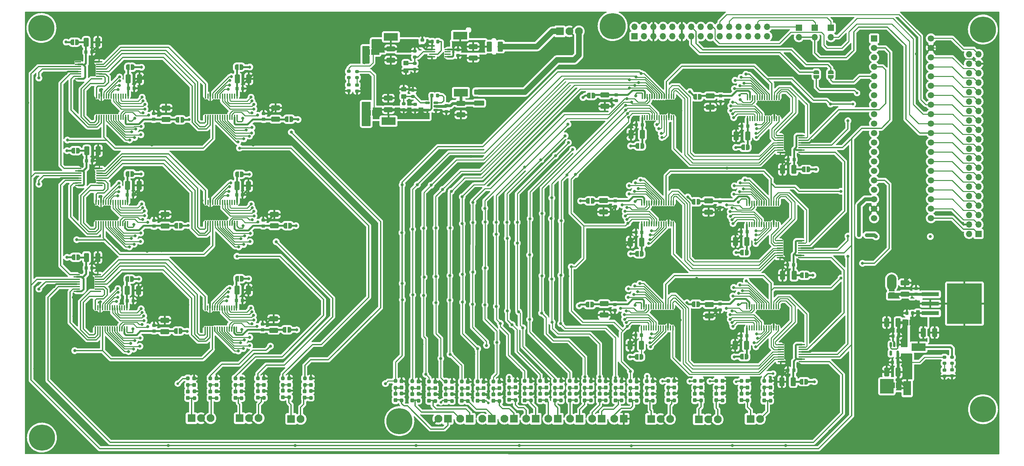
<source format=gbr>
%TF.GenerationSoftware,KiCad,Pcbnew,(6.0.11)*%
%TF.CreationDate,2023-06-01T10:52:31+02:00*%
%TF.ProjectId,Project_V11_Final,50726f6a-6563-4745-9f56-31315f46696e,V11*%
%TF.SameCoordinates,Original*%
%TF.FileFunction,Copper,L1,Top*%
%TF.FilePolarity,Positive*%
%FSLAX46Y46*%
G04 Gerber Fmt 4.6, Leading zero omitted, Abs format (unit mm)*
G04 Created by KiCad (PCBNEW (6.0.11)) date 2023-06-01 10:52:31*
%MOMM*%
%LPD*%
G01*
G04 APERTURE LIST*
G04 Aperture macros list*
%AMRoundRect*
0 Rectangle with rounded corners*
0 $1 Rounding radius*
0 $2 $3 $4 $5 $6 $7 $8 $9 X,Y pos of 4 corners*
0 Add a 4 corners polygon primitive as box body*
4,1,4,$2,$3,$4,$5,$6,$7,$8,$9,$2,$3,0*
0 Add four circle primitives for the rounded corners*
1,1,$1+$1,$2,$3*
1,1,$1+$1,$4,$5*
1,1,$1+$1,$6,$7*
1,1,$1+$1,$8,$9*
0 Add four rect primitives between the rounded corners*
20,1,$1+$1,$2,$3,$4,$5,0*
20,1,$1+$1,$4,$5,$6,$7,0*
20,1,$1+$1,$6,$7,$8,$9,0*
20,1,$1+$1,$8,$9,$2,$3,0*%
%AMFreePoly0*
4,1,22,0.500000,-0.750000,0.000000,-0.750000,0.000000,-0.745033,-0.079941,-0.743568,-0.215256,-0.701293,-0.333266,-0.622738,-0.424486,-0.514219,-0.481581,-0.384460,-0.499164,-0.250000,-0.500000,-0.250000,-0.500000,0.250000,-0.499164,0.250000,-0.499963,0.256109,-0.478152,0.396186,-0.417904,0.524511,-0.324060,0.630769,-0.204165,0.706417,-0.067858,0.745374,0.000000,0.744959,0.000000,0.750000,
0.500000,0.750000,0.500000,-0.750000,0.500000,-0.750000,$1*%
%AMFreePoly1*
4,1,20,0.000000,0.744959,0.073905,0.744508,0.209726,0.703889,0.328688,0.626782,0.421226,0.519385,0.479903,0.390333,0.500000,0.250000,0.500000,-0.250000,0.499851,-0.262216,0.476331,-0.402017,0.414519,-0.529596,0.319384,-0.634700,0.198574,-0.708877,0.061801,-0.746166,0.000000,-0.745033,0.000000,-0.750000,-0.500000,-0.750000,-0.500000,0.750000,0.000000,0.750000,0.000000,0.744959,
0.000000,0.744959,$1*%
G04 Aperture macros list end*
%TA.AperFunction,SMDPad,CuDef*%
%ADD10RoundRect,0.237500X0.237500X-0.250000X0.237500X0.250000X-0.237500X0.250000X-0.237500X-0.250000X0*%
%TD*%
%TA.AperFunction,SMDPad,CuDef*%
%ADD11FreePoly0,180.000000*%
%TD*%
%TA.AperFunction,SMDPad,CuDef*%
%ADD12FreePoly1,180.000000*%
%TD*%
%TA.AperFunction,ComponentPad*%
%ADD13R,2.100000X2.100000*%
%TD*%
%TA.AperFunction,ComponentPad*%
%ADD14C,2.100000*%
%TD*%
%TA.AperFunction,SMDPad,CuDef*%
%ADD15R,3.800000X2.000000*%
%TD*%
%TA.AperFunction,ComponentPad*%
%ADD16R,1.700000X1.700000*%
%TD*%
%TA.AperFunction,ComponentPad*%
%ADD17O,1.700000X1.700000*%
%TD*%
%TA.AperFunction,SMDPad,CuDef*%
%ADD18RoundRect,0.250000X-0.925000X0.412500X-0.925000X-0.412500X0.925000X-0.412500X0.925000X0.412500X0*%
%TD*%
%TA.AperFunction,SMDPad,CuDef*%
%ADD19RoundRect,0.250000X0.925000X-0.412500X0.925000X0.412500X-0.925000X0.412500X-0.925000X-0.412500X0*%
%TD*%
%TA.AperFunction,SMDPad,CuDef*%
%ADD20RoundRect,0.237500X0.237500X-0.300000X0.237500X0.300000X-0.237500X0.300000X-0.237500X-0.300000X0*%
%TD*%
%TA.AperFunction,SMDPad,CuDef*%
%ADD21FreePoly0,270.000000*%
%TD*%
%TA.AperFunction,SMDPad,CuDef*%
%ADD22FreePoly1,270.000000*%
%TD*%
%TA.AperFunction,SMDPad,CuDef*%
%ADD23RoundRect,0.250000X-0.412500X-0.925000X0.412500X-0.925000X0.412500X0.925000X-0.412500X0.925000X0*%
%TD*%
%TA.AperFunction,SMDPad,CuDef*%
%ADD24RoundRect,0.218750X0.256250X-0.218750X0.256250X0.218750X-0.256250X0.218750X-0.256250X-0.218750X0*%
%TD*%
%TA.AperFunction,SMDPad,CuDef*%
%ADD25RoundRect,0.225000X-0.225000X-0.250000X0.225000X-0.250000X0.225000X0.250000X-0.225000X0.250000X0*%
%TD*%
%TA.AperFunction,SMDPad,CuDef*%
%ADD26RoundRect,0.225000X-0.250000X0.225000X-0.250000X-0.225000X0.250000X-0.225000X0.250000X0.225000X0*%
%TD*%
%TA.AperFunction,SMDPad,CuDef*%
%ADD27RoundRect,0.237500X-0.237500X0.300000X-0.237500X-0.300000X0.237500X-0.300000X0.237500X0.300000X0*%
%TD*%
%TA.AperFunction,SMDPad,CuDef*%
%ADD28FreePoly0,0.000000*%
%TD*%
%TA.AperFunction,SMDPad,CuDef*%
%ADD29FreePoly1,0.000000*%
%TD*%
%TA.AperFunction,SMDPad,CuDef*%
%ADD30RoundRect,0.250000X0.412500X0.925000X-0.412500X0.925000X-0.412500X-0.925000X0.412500X-0.925000X0*%
%TD*%
%TA.AperFunction,SMDPad,CuDef*%
%ADD31R,1.676400X0.355600*%
%TD*%
%TA.AperFunction,SMDPad,CuDef*%
%ADD32RoundRect,0.225000X0.250000X-0.225000X0.250000X0.225000X-0.250000X0.225000X-0.250000X-0.225000X0*%
%TD*%
%TA.AperFunction,SMDPad,CuDef*%
%ADD33RoundRect,0.200000X-0.275000X0.200000X-0.275000X-0.200000X0.275000X-0.200000X0.275000X0.200000X0*%
%TD*%
%TA.AperFunction,SMDPad,CuDef*%
%ADD34RoundRect,0.150000X0.512500X0.150000X-0.512500X0.150000X-0.512500X-0.150000X0.512500X-0.150000X0*%
%TD*%
%TA.AperFunction,SMDPad,CuDef*%
%ADD35RoundRect,0.225000X0.225000X0.250000X-0.225000X0.250000X-0.225000X-0.250000X0.225000X-0.250000X0*%
%TD*%
%TA.AperFunction,SMDPad,CuDef*%
%ADD36RoundRect,0.250001X0.462499X1.074999X-0.462499X1.074999X-0.462499X-1.074999X0.462499X-1.074999X0*%
%TD*%
%TA.AperFunction,ComponentPad*%
%ADD37C,3.900000*%
%TD*%
%TA.AperFunction,ConnectorPad*%
%ADD38C,7.000000*%
%TD*%
%TA.AperFunction,SMDPad,CuDef*%
%ADD39R,2.000000X3.800000*%
%TD*%
%TA.AperFunction,SMDPad,CuDef*%
%ADD40R,0.600000X0.450000*%
%TD*%
%TA.AperFunction,SMDPad,CuDef*%
%ADD41RoundRect,0.200000X0.275000X-0.200000X0.275000X0.200000X-0.275000X0.200000X-0.275000X-0.200000X0*%
%TD*%
%TA.AperFunction,SMDPad,CuDef*%
%ADD42R,0.355600X1.473200*%
%TD*%
%TA.AperFunction,SMDPad,CuDef*%
%ADD43RoundRect,0.150000X-0.150000X0.512500X-0.150000X-0.512500X0.150000X-0.512500X0.150000X0.512500X0*%
%TD*%
%TA.AperFunction,ComponentPad*%
%ADD44C,1.700000*%
%TD*%
%TA.AperFunction,SMDPad,CuDef*%
%ADD45RoundRect,0.100000X-0.712500X-0.100000X0.712500X-0.100000X0.712500X0.100000X-0.712500X0.100000X0*%
%TD*%
%TA.AperFunction,SMDPad,CuDef*%
%ADD46RoundRect,0.218750X-0.256250X0.218750X-0.256250X-0.218750X0.256250X-0.218750X0.256250X0.218750X0*%
%TD*%
%TA.AperFunction,SMDPad,CuDef*%
%ADD47RoundRect,0.250000X-0.450000X0.350000X-0.450000X-0.350000X0.450000X-0.350000X0.450000X0.350000X0*%
%TD*%
%TA.AperFunction,SMDPad,CuDef*%
%ADD48R,4.600000X1.100000*%
%TD*%
%TA.AperFunction,SMDPad,CuDef*%
%ADD49R,9.400000X10.800000*%
%TD*%
%TA.AperFunction,SMDPad,CuDef*%
%ADD50RoundRect,0.250001X1.074999X-0.462499X1.074999X0.462499X-1.074999X0.462499X-1.074999X-0.462499X0*%
%TD*%
%TA.AperFunction,ViaPad*%
%ADD51C,0.800000*%
%TD*%
%TA.AperFunction,ViaPad*%
%ADD52C,0.700000*%
%TD*%
%TA.AperFunction,Conductor*%
%ADD53C,0.250000*%
%TD*%
%TA.AperFunction,Conductor*%
%ADD54C,0.500000*%
%TD*%
%TA.AperFunction,Conductor*%
%ADD55C,0.300000*%
%TD*%
%TA.AperFunction,Conductor*%
%ADD56C,0.800000*%
%TD*%
%TA.AperFunction,Conductor*%
%ADD57C,1.500000*%
%TD*%
%TA.AperFunction,Conductor*%
%ADD58C,2.500000*%
%TD*%
%TA.AperFunction,Conductor*%
%ADD59C,1.000000*%
%TD*%
G04 APERTURE END LIST*
D10*
%TO.P,R33,1*%
%TO.N,/e16_out*%
X182150000Y-139912500D03*
%TO.P,R33,2*%
%TO.N,GND*%
X182150000Y-138087500D03*
%TD*%
D11*
%TO.P,JP3,1,A*%
%TO.N,Net-(C41-Pad1)*%
X111452200Y-46256200D03*
D12*
%TO.P,JP3,2,B*%
%TO.N,VDD*%
X110152200Y-46256200D03*
%TD*%
D13*
%TO.P,J5,1,Pin_1*%
%TO.N,/e7_out*%
X149220000Y-144750000D03*
D14*
%TO.P,J5,2,Pin_2*%
%TO.N,/e6_out*%
X146680000Y-144750000D03*
%TD*%
D15*
%TO.P,TP2,1,1*%
%TO.N,Net-(C20-Pad2)*%
X135032500Y-57167500D03*
%TD*%
D16*
%TO.P,JP36,1,A*%
%TO.N,Net-(J17-Pad30)*%
X225680000Y-39730000D03*
D17*
%TO.P,JP36,2,B*%
%TO.N,/SPI_AD2_SS1*%
X225680000Y-42270000D03*
%TD*%
D18*
%TO.P,C97,1*%
%TO.N,GND*%
X55939499Y-61326150D03*
%TO.P,C97,2*%
%TO.N,Net-(C91-Pad2)*%
X55939499Y-64401150D03*
%TD*%
D19*
%TO.P,C96,1*%
%TO.N,GND*%
X173438628Y-116898968D03*
%TO.P,C96,2*%
%TO.N,Net-(C90-Pad2)*%
X173438628Y-113823968D03*
%TD*%
D20*
%TO.P,C35,1*%
%TO.N,/e11_out*%
X160250000Y-139787500D03*
%TO.P,C35,2*%
%TO.N,Net-(C27-Pad2)*%
X160250000Y-138062500D03*
%TD*%
D13*
%TO.P,J10,1,Pin_1*%
%TO.N,GND*%
X178690000Y-144750000D03*
D14*
%TO.P,J10,2,Pin_2*%
%TO.N,/e16_out*%
X176150000Y-144750000D03*
%TD*%
D10*
%TO.P,R5,1*%
%TO.N,Net-(C15-Pad2)*%
X135250000Y-136587500D03*
%TO.P,R5,2*%
%TO.N,/e5*%
X135250000Y-134762500D03*
%TD*%
%TO.P,R56,1*%
%TO.N,Net-(C118-Pad2)*%
X80570000Y-135697500D03*
%TO.P,R56,2*%
%TO.N,/Ch2-_B2*%
X80570000Y-133872500D03*
%TD*%
D21*
%TO.P,JP30,1,A*%
%TO.N,Net-(J17-Pad13)*%
X230350000Y-51650000D03*
D22*
%TO.P,JP30,2,B*%
%TO.N,/T2*%
X230350000Y-52950000D03*
%TD*%
D10*
%TO.P,R16,1*%
%TO.N,/e8_out*%
X149650000Y-139737500D03*
%TO.P,R16,2*%
%TO.N,GND*%
X149650000Y-137912500D03*
%TD*%
D23*
%TO.P,C24,1*%
%TO.N,+5V*%
X259032500Y-121580000D03*
%TO.P,C24,2*%
%TO.N,GND*%
X262107500Y-121580000D03*
%TD*%
D13*
%TO.P,J11,1,Pin_1*%
%TO.N,/Ch1+_B1_in*%
X186060000Y-144800000D03*
D14*
%TO.P,J11,2,Pin_2*%
%TO.N,GND*%
X188600000Y-144800000D03*
%TO.P,J11,3,Pin_3*%
%TO.N,/Ch1-_B1_in*%
X191140000Y-144800000D03*
%TD*%
D20*
%TO.P,C13,1*%
%TO.N,/e3_out*%
X126500000Y-139937500D03*
%TO.P,C13,2*%
%TO.N,Net-(C13-Pad2)*%
X126500000Y-138212500D03*
%TD*%
D24*
%TO.P,D1,1,K*%
%TO.N,GND*%
X266780000Y-133226500D03*
%TO.P,D1,2,A*%
%TO.N,Net-(D1-Pad2)*%
X266780000Y-131651500D03*
%TD*%
D11*
%TO.P,JP10,1,A*%
%TO.N,Net-(C54-Pad1)*%
X211987347Y-71850000D03*
D12*
%TO.P,JP10,2,B*%
%TO.N,VDD*%
X210687347Y-71850000D03*
%TD*%
D25*
%TO.P,C99,1*%
%TO.N,GND*%
X222850000Y-75100000D03*
%TO.P,C99,2*%
%TO.N,Net-(C102-Pad1)*%
X224400000Y-75100000D03*
%TD*%
D21*
%TO.P,JP1,1,A*%
%TO.N,+12V*%
X250620000Y-110030000D03*
D22*
%TO.P,JP1,2,B*%
%TO.N,Net-(C1-Pad1)*%
X250620000Y-111330000D03*
%TD*%
D25*
%TO.P,C58,1*%
%TO.N,GND*%
X210198626Y-122467742D03*
%TO.P,C58,2*%
%TO.N,Net-(C52-Pad1)*%
X211748626Y-122467742D03*
%TD*%
D26*
%TO.P,C88,1*%
%TO.N,GND*%
X81820000Y-119315000D03*
%TO.P,C88,2*%
%TO.N,Net-(C88-Pad2)*%
X81820000Y-120865000D03*
%TD*%
D10*
%TO.P,R21,1*%
%TO.N,Net-(C29-Pad2)*%
X168250000Y-136437500D03*
%TO.P,R21,2*%
%TO.N,/e13*%
X168250000Y-134612500D03*
%TD*%
%TO.P,R46,1*%
%TO.N,Net-(C108-Pad2)*%
X190650000Y-136387500D03*
%TO.P,R46,2*%
%TO.N,/Ch1-_B1*%
X190650000Y-134562500D03*
%TD*%
D27*
%TO.P,C4,1*%
%TO.N,GND*%
X123650000Y-134737500D03*
%TO.P,C4,2*%
%TO.N,Net-(C12-Pad2)*%
X123650000Y-136462500D03*
%TD*%
%TO.P,C26,1*%
%TO.N,GND*%
X157950000Y-134662500D03*
%TO.P,C26,2*%
%TO.N,Net-(C26-Pad2)*%
X157950000Y-136387500D03*
%TD*%
D28*
%TO.P,JP7,1,A*%
%TO.N,Net-(C51-Pad1)*%
X74889499Y-50313650D03*
D29*
%TO.P,JP7,2,B*%
%TO.N,VDD*%
X76189499Y-50313650D03*
%TD*%
D30*
%TO.P,C62,1*%
%TO.N,Net-(C61-Pad1)*%
X252327500Y-132235000D03*
%TO.P,C62,2*%
%TO.N,GND*%
X249252500Y-132235000D03*
%TD*%
D10*
%TO.P,R47,1*%
%TO.N,Net-(C109-Pad2)*%
X210300000Y-136387500D03*
%TO.P,R47,2*%
%TO.N,/Stim-_B1*%
X210300000Y-134562500D03*
%TD*%
%TO.P,R50,1*%
%TO.N,/Ch2-_B1_in*%
X205200000Y-139812500D03*
%TO.P,R50,2*%
%TO.N,GND*%
X205200000Y-137987500D03*
%TD*%
D23*
%TO.P,C125,1*%
%TO.N,Net-(C125-Pad1)*%
X34624999Y-101430650D03*
%TO.P,C125,2*%
%TO.N,GND*%
X37699999Y-101430650D03*
%TD*%
D27*
%TO.P,C28,1*%
%TO.N,GND*%
X165900000Y-134662500D03*
%TO.P,C28,2*%
%TO.N,Net-(C28-Pad2)*%
X165900000Y-136387500D03*
%TD*%
D10*
%TO.P,R2,1*%
%TO.N,Net-(C12-Pad2)*%
X122000000Y-136512500D03*
%TO.P,R2,2*%
%TO.N,/e2*%
X122000000Y-134687500D03*
%TD*%
D16*
%TO.P,J17,1,Pin_1*%
%TO.N,unconnected-(J17-Pad1)*%
X181635000Y-42040000D03*
D17*
%TO.P,J17,2,Pin_2*%
%TO.N,unconnected-(J17-Pad2)*%
X181635000Y-39500000D03*
%TO.P,J17,3,Pin_3*%
%TO.N,unconnected-(J17-Pad3)*%
X184175000Y-42040000D03*
%TO.P,J17,4,Pin_4*%
%TO.N,unconnected-(J17-Pad4)*%
X184175000Y-39500000D03*
%TO.P,J17,5,Pin_5*%
%TO.N,GND*%
X186715000Y-42040000D03*
%TO.P,J17,6,Pin_6*%
X186715000Y-39500000D03*
%TO.P,J17,7,Pin_7*%
%TO.N,unconnected-(J17-Pad7)*%
X189255000Y-42040000D03*
%TO.P,J17,8,Pin_8*%
%TO.N,unconnected-(J17-Pad8)*%
X189255000Y-39500000D03*
%TO.P,J17,9,Pin_9*%
%TO.N,unconnected-(J17-Pad9)*%
X191795000Y-42040000D03*
%TO.P,J17,10,Pin_10*%
%TO.N,unconnected-(J17-Pad10)*%
X191795000Y-39500000D03*
%TO.P,J17,11,Pin_11*%
%TO.N,GND*%
X194335000Y-42040000D03*
%TO.P,J17,12,Pin_12*%
X194335000Y-39500000D03*
%TO.P,J17,13,Pin_13*%
%TO.N,Net-(J17-Pad13)*%
X196875000Y-42040000D03*
%TO.P,J17,14,Pin_14*%
%TO.N,Net-(J17-Pad14)*%
X196875000Y-39500000D03*
%TO.P,J17,15,Pin_15*%
%TO.N,unconnected-(J17-Pad15)*%
X199415000Y-42040000D03*
%TO.P,J17,16,Pin_16*%
%TO.N,unconnected-(J17-Pad16)*%
X199415000Y-39500000D03*
%TO.P,J17,17,Pin_17*%
%TO.N,unconnected-(J17-Pad17)*%
X201955000Y-42040000D03*
%TO.P,J17,18,Pin_18*%
%TO.N,/SPI_AD2_SCK1*%
X201955000Y-39500000D03*
%TO.P,J17,19,Pin_19*%
%TO.N,unconnected-(J17-Pad19)*%
X204495000Y-42040000D03*
%TO.P,J17,20,Pin_20*%
%TO.N,/SPI_AD2_MOSI1*%
X204495000Y-39500000D03*
%TO.P,J17,21,Pin_21*%
%TO.N,unconnected-(J17-Pad21)*%
X207035000Y-42040000D03*
%TO.P,J17,22,Pin_22*%
%TO.N,Net-(J17-Pad22)*%
X207035000Y-39500000D03*
%TO.P,J17,23,Pin_23*%
%TO.N,unconnected-(J17-Pad23)*%
X209575000Y-42040000D03*
%TO.P,J17,24,Pin_24*%
%TO.N,unconnected-(J17-Pad24)*%
X209575000Y-39500000D03*
%TO.P,J17,25,Pin_25*%
%TO.N,unconnected-(J17-Pad25)*%
X212115000Y-42040000D03*
%TO.P,J17,26,Pin_26*%
%TO.N,unconnected-(J17-Pad26)*%
X212115000Y-39500000D03*
%TO.P,J17,27,Pin_27*%
%TO.N,unconnected-(J17-Pad27)*%
X214655000Y-42040000D03*
%TO.P,J17,28,Pin_28*%
%TO.N,Net-(J17-Pad28)*%
X214655000Y-39500000D03*
%TO.P,J17,29,Pin_29*%
%TO.N,unconnected-(J17-Pad29)*%
X217195000Y-42040000D03*
%TO.P,J17,30,Pin_30*%
%TO.N,Net-(J17-Pad30)*%
X217195000Y-39500000D03*
%TD*%
D31*
%TO.P,U23,1,QB*%
%TO.N,/A1_Stim-_B2*%
X38008899Y-53438649D03*
%TO.P,U23,2,QC*%
%TO.N,/A2_Stim-_B2*%
X38008899Y-52788651D03*
%TO.P,U23,3,QD*%
%TO.N,/A3_Stim-_B2*%
X38008899Y-52138649D03*
%TO.P,U23,4,QE*%
%TO.N,/A0_Stim+_B2*%
X38008899Y-51488651D03*
%TO.P,U23,5,QF*%
%TO.N,/A1_Stim+_B2*%
X38008899Y-50838652D03*
%TO.P,U23,6,QG*%
%TO.N,/A2_Stim+_B2*%
X38008899Y-50188651D03*
%TO.P,U23,7,QH*%
%TO.N,/A3_Stim+_B2*%
X38008899Y-49538652D03*
%TO.P,U23,8,GND*%
%TO.N,GND*%
X38008899Y-48888651D03*
%TO.P,U23,9,QH_2*%
%TO.N,unconnected-(U23-Pad9)*%
X32370099Y-48888651D03*
%TO.P,U23,10,\u002ASRCLR*%
%TO.N,Net-(C124-Pad1)*%
X32370099Y-49538649D03*
%TO.P,U23,11,SRCLK*%
%TO.N,/SRCLK_SCK2*%
X32370099Y-50188651D03*
%TO.P,U23,12,RCLK*%
%TO.N,/RCLK_SS2*%
X32370099Y-50838649D03*
%TO.P,U23,13,\u002AOE*%
%TO.N,GND*%
X32370099Y-51488648D03*
%TO.P,U23,14,SER*%
%TO.N,/daisy_5*%
X32370099Y-52138649D03*
%TO.P,U23,15,QA*%
%TO.N,/A0_Stim-_B2*%
X32370099Y-52788648D03*
%TO.P,U23,16,VCC*%
%TO.N,Net-(C124-Pad1)*%
X32370099Y-53438649D03*
%TD*%
D32*
%TO.P,C67,1*%
%TO.N,GND*%
X204714347Y-59587000D03*
%TO.P,C67,2*%
%TO.N,Net-(C67-Pad2)*%
X204714347Y-58037000D03*
%TD*%
D10*
%TO.P,R1,1*%
%TO.N,Net-(C11-Pad2)*%
X117500000Y-136412500D03*
%TO.P,R1,2*%
%TO.N,/e1*%
X117500000Y-134587500D03*
%TD*%
D11*
%TO.P,JP26,1,A*%
%TO.N,Net-(C89-Pad2)*%
X170388520Y-86257500D03*
D12*
%TO.P,JP26,2,B*%
%TO.N,VSS*%
X169088520Y-86257500D03*
%TD*%
D20*
%TO.P,C127,1*%
%TO.N,/Ch2-_B2_in*%
X80600000Y-139062500D03*
%TO.P,C127,2*%
%TO.N,Net-(C118-Pad2)*%
X80600000Y-137337500D03*
%TD*%
D15*
%TO.P,TP4,1,1*%
%TO.N,Net-(C42-Pad2)*%
X115630000Y-64810000D03*
%TD*%
D20*
%TO.P,C17,1*%
%TO.N,/e7_out*%
X143750000Y-139937500D03*
%TO.P,C17,2*%
%TO.N,Net-(C17-Pad2)*%
X143750000Y-138212500D03*
%TD*%
D27*
%TO.P,C25,1*%
%TO.N,GND*%
X153800000Y-134662500D03*
%TO.P,C25,2*%
%TO.N,Net-(C25-Pad2)*%
X153800000Y-136387500D03*
%TD*%
D33*
%TO.P,R34,1*%
%TO.N,/1964_ADJ*%
X119677400Y-60122700D03*
%TO.P,R34,2*%
%TO.N,Net-(C42-Pad2)*%
X119677400Y-61772700D03*
%TD*%
D32*
%TO.P,C90,1*%
%TO.N,GND*%
X176359628Y-115628468D03*
%TO.P,C90,2*%
%TO.N,Net-(C90-Pad2)*%
X176359628Y-114078468D03*
%TD*%
D15*
%TO.P,TP3,1,1*%
%TO.N,+5V*%
X257800000Y-125490000D03*
%TD*%
D20*
%TO.P,C115,1*%
%TO.N,/Stim-_B1_in*%
X210293750Y-139750000D03*
%TO.P,C115,2*%
%TO.N,Net-(C109-Pad2)*%
X210293750Y-138025000D03*
%TD*%
D10*
%TO.P,R27,1*%
%TO.N,/e10_out*%
X157950000Y-139837500D03*
%TO.P,R27,2*%
%TO.N,GND*%
X157950000Y-138012500D03*
%TD*%
D25*
%TO.P,C104,1*%
%TO.N,GND*%
X222762821Y-131689303D03*
%TO.P,C104,2*%
%TO.N,Net-(C101-Pad1)*%
X224312821Y-131689303D03*
%TD*%
D20*
%TO.P,C126,1*%
%TO.N,/Ch2+_B2_in*%
X74570000Y-139162500D03*
%TO.P,C126,2*%
%TO.N,Net-(C117-Pad2)*%
X74570000Y-137437500D03*
%TD*%
D15*
%TO.P,TP5,1,1*%
%TO.N,Net-(C41-Pad1)*%
X116270000Y-42220000D03*
%TD*%
D10*
%TO.P,R43,1*%
%TO.N,Net-(C105-Pad2)*%
X197800000Y-136387500D03*
%TO.P,R43,2*%
%TO.N,/Ch2+_B1*%
X197800000Y-134562500D03*
%TD*%
%TO.P,R19,1*%
%TO.N,Net-(C27-Pad2)*%
X160250000Y-136437500D03*
%TO.P,R19,2*%
%TO.N,/e11*%
X160250000Y-134612500D03*
%TD*%
%TO.P,R57,1*%
%TO.N,Net-(C119-Pad2)*%
X93170000Y-135697500D03*
%TO.P,R57,2*%
%TO.N,/Stim+_B2*%
X93170000Y-133872500D03*
%TD*%
D11*
%TO.P,JP17,1,A*%
%TO.N,Net-(C68-Pad2)*%
X198750000Y-86500000D03*
D12*
%TO.P,JP17,2,B*%
%TO.N,VSS*%
X197450000Y-86500000D03*
%TD*%
D27*
%TO.P,C27,1*%
%TO.N,GND*%
X161950000Y-134612500D03*
%TO.P,C27,2*%
%TO.N,Net-(C27-Pad2)*%
X161950000Y-136337500D03*
%TD*%
%TO.P,C110,1*%
%TO.N,GND*%
X186550000Y-134687500D03*
%TO.P,C110,2*%
%TO.N,Net-(C110-Pad2)*%
X186550000Y-136412500D03*
%TD*%
D10*
%TO.P,R17,1*%
%TO.N,Net-(C25-Pad2)*%
X152150000Y-136437500D03*
%TO.P,R17,2*%
%TO.N,/e9*%
X152150000Y-134612500D03*
%TD*%
D32*
%TO.P,C44,1*%
%TO.N,Net-(C41-Pad1)*%
X124710000Y-44575000D03*
%TO.P,C44,2*%
%TO.N,GND*%
X124710000Y-43025000D03*
%TD*%
D10*
%TO.P,R6,1*%
%TO.N,Net-(C16-Pad2)*%
X139500000Y-136587500D03*
%TO.P,R6,2*%
%TO.N,/e6*%
X139500000Y-134762500D03*
%TD*%
D30*
%TO.P,C47,1*%
%TO.N,Net-(C47-Pad1)*%
X252327500Y-118900000D03*
%TO.P,C47,2*%
%TO.N,GND*%
X249252500Y-118900000D03*
%TD*%
D11*
%TO.P,JP40,1,A*%
%TO.N,Net-(C125-Pad1)*%
X32412499Y-101380650D03*
D12*
%TO.P,JP40,2,B*%
%TO.N,+3V3*%
X31112499Y-101380650D03*
%TD*%
D11*
%TO.P,JP16,1,A*%
%TO.N,Net-(C67-Pad2)*%
X199150000Y-58300000D03*
D12*
%TO.P,JP16,2,B*%
%TO.N,VSS*%
X197850000Y-58300000D03*
%TD*%
D20*
%TO.P,C39,1*%
%TO.N,/e15_out*%
X176500000Y-139787500D03*
%TO.P,C39,2*%
%TO.N,Net-(C31-Pad2)*%
X176500000Y-138062500D03*
%TD*%
D10*
%TO.P,R53,1*%
%TO.N,/Stim-_B1_in*%
X211943750Y-139800000D03*
%TO.P,R53,2*%
%TO.N,GND*%
X211943750Y-137975000D03*
%TD*%
%TO.P,R7,1*%
%TO.N,Net-(C17-Pad2)*%
X143750000Y-136587500D03*
%TO.P,R7,2*%
%TO.N,/e7*%
X143750000Y-134762500D03*
%TD*%
D25*
%TO.P,C59,1*%
%TO.N,GND*%
X210234521Y-94538105D03*
%TO.P,C59,2*%
%TO.N,Net-(C53-Pad1)*%
X211784521Y-94538105D03*
%TD*%
D11*
%TO.P,JP39,1,A*%
%TO.N,Net-(C124-Pad1)*%
X32089499Y-43613650D03*
D12*
%TO.P,JP39,2,B*%
%TO.N,+3V3*%
X30789499Y-43613650D03*
%TD*%
D10*
%TO.P,R22,1*%
%TO.N,Net-(C30-Pad2)*%
X172250000Y-136437500D03*
%TO.P,R22,2*%
%TO.N,/e14*%
X172250000Y-134612500D03*
%TD*%
D11*
%TO.P,JP11,1,A*%
%TO.N,Net-(C61-Pad1)*%
X252198000Y-135781750D03*
D12*
%TO.P,JP11,2,B*%
%TO.N,+3V3*%
X250898000Y-135781750D03*
%TD*%
D28*
%TO.P,JP5,1,A*%
%TO.N,Net-(C49-Pad1)*%
X45602500Y-78993650D03*
D29*
%TO.P,JP5,2,B*%
%TO.N,VDD*%
X46902500Y-78993650D03*
%TD*%
D34*
%TO.P,U3,1,GND*%
%TO.N,GND*%
X128327400Y-61807700D03*
%TO.P,U3,2,VIN*%
%TO.N,Net-(C20-Pad2)*%
X128327400Y-60857700D03*
%TO.P,U3,3,BYP*%
%TO.N,/1964_BYP*%
X128327400Y-59907700D03*
%TO.P,U3,4,ADJ*%
%TO.N,/1964_ADJ*%
X126052400Y-59907700D03*
%TO.P,U3,5,VOUT*%
%TO.N,Net-(C42-Pad2)*%
X126052400Y-61807700D03*
%TD*%
D27*
%TO.P,C32,1*%
%TO.N,GND*%
X182150000Y-134737500D03*
%TO.P,C32,2*%
%TO.N,Net-(C32-Pad2)*%
X182150000Y-136462500D03*
%TD*%
D20*
%TO.P,C33,1*%
%TO.N,/e9_out*%
X152150000Y-139787500D03*
%TO.P,C33,2*%
%TO.N,Net-(C25-Pad2)*%
X152150000Y-138062500D03*
%TD*%
D35*
%TO.P,C84,1*%
%TO.N,GND*%
X76412499Y-113005650D03*
%TO.P,C84,2*%
%TO.N,Net-(C78-Pad1)*%
X74862499Y-113005650D03*
%TD*%
D18*
%TO.P,C69,1*%
%TO.N,GND*%
X55716499Y-89911300D03*
%TO.P,C69,2*%
%TO.N,Net-(C63-Pad2)*%
X55716499Y-92986300D03*
%TD*%
D36*
%TO.P,L1,1,1*%
%TO.N,+12V*%
X145647500Y-44810000D03*
%TO.P,L1,2,2*%
%TO.N,Net-(C19-Pad1)*%
X142672500Y-44810000D03*
%TD*%
D30*
%TO.P,C52,1*%
%TO.N,Net-(C52-Pad1)*%
X211661126Y-125017742D03*
%TO.P,C52,2*%
%TO.N,GND*%
X208586126Y-125017742D03*
%TD*%
D10*
%TO.P,R18,1*%
%TO.N,Net-(C26-Pad2)*%
X156300000Y-136437500D03*
%TO.P,R18,2*%
%TO.N,/e10*%
X156300000Y-134612500D03*
%TD*%
%TO.P,R59,1*%
%TO.N,Net-(C121-Pad2)*%
X87320000Y-135697500D03*
%TO.P,R59,2*%
%TO.N,/Stim-_B2*%
X87320000Y-133872500D03*
%TD*%
D32*
%TO.P,C66,1*%
%TO.N,GND*%
X204553628Y-115501468D03*
%TO.P,C66,2*%
%TO.N,Net-(C66-Pad2)*%
X204553628Y-113951468D03*
%TD*%
D35*
%TO.P,C81,1*%
%TO.N,GND*%
X76477500Y-84643650D03*
%TO.P,C81,2*%
%TO.N,Net-(C75-Pad1)*%
X74927500Y-84643650D03*
%TD*%
D27*
%TO.P,C109,1*%
%TO.N,GND*%
X211950000Y-134612500D03*
%TO.P,C109,2*%
%TO.N,Net-(C109-Pad2)*%
X211950000Y-136337500D03*
%TD*%
D10*
%TO.P,R62,1*%
%TO.N,/Ch2-_B2_in*%
X82202000Y-139112500D03*
%TO.P,R62,2*%
%TO.N,GND*%
X82202000Y-137287500D03*
%TD*%
D37*
%TO.P,H4,1*%
%TO.N,N/C*%
X275056600Y-40223200D03*
D38*
X275056600Y-40223200D03*
%TD*%
D11*
%TO.P,JP20,1,A*%
%TO.N,Net-(C77-Pad1)*%
X183559521Y-100438105D03*
D12*
%TO.P,JP20,2,B*%
%TO.N,VDD*%
X182259521Y-100438105D03*
%TD*%
D27*
%TO.P,C8,1*%
%TO.N,GND*%
X141150000Y-134812500D03*
%TO.P,C8,2*%
%TO.N,Net-(C16-Pad2)*%
X141150000Y-136537500D03*
%TD*%
D23*
%TO.P,C79,1*%
%TO.N,Net-(C79-Pad1)*%
X45801999Y-53463650D03*
%TO.P,C79,2*%
%TO.N,GND*%
X48876999Y-53463650D03*
%TD*%
%TO.P,C51,1*%
%TO.N,Net-(C51-Pad1)*%
X75051999Y-53463650D03*
%TO.P,C51,2*%
%TO.N,GND*%
X78126999Y-53463650D03*
%TD*%
D27*
%TO.P,C117,1*%
%TO.N,GND*%
X76220000Y-133922500D03*
%TO.P,C117,2*%
%TO.N,Net-(C117-Pad2)*%
X76220000Y-135647500D03*
%TD*%
D20*
%TO.P,C15,1*%
%TO.N,/e5_out*%
X135250000Y-139937500D03*
%TO.P,C15,2*%
%TO.N,Net-(C15-Pad2)*%
X135250000Y-138212500D03*
%TD*%
D27*
%TO.P,C10,1*%
%TO.N,GND*%
X149650000Y-134562500D03*
%TO.P,C10,2*%
%TO.N,Net-(C10-Pad2)*%
X149650000Y-136287500D03*
%TD*%
D39*
%TO.P,TP6,1,1*%
%TO.N,Net-(C61-Pad1)*%
X254727000Y-136553000D03*
%TD*%
D18*
%TO.P,C71,1*%
%TO.N,GND*%
X85339499Y-61226150D03*
%TO.P,C71,2*%
%TO.N,Net-(C65-Pad2)*%
X85339499Y-64301150D03*
%TD*%
D10*
%TO.P,R31,1*%
%TO.N,/e14_out*%
X173900000Y-139837500D03*
%TO.P,R31,2*%
%TO.N,GND*%
X173900000Y-138012500D03*
%TD*%
D40*
%TO.P,D5,1,K*%
%TO.N,Net-(D5-Pad1)*%
X241810000Y-95420000D03*
%TO.P,D5,2,A*%
%TO.N,+5V*%
X243910000Y-95420000D03*
%TD*%
D10*
%TO.P,R54,1*%
%TO.N,/Ch1+_B1_in*%
X186550000Y-139912500D03*
%TO.P,R54,2*%
%TO.N,GND*%
X186550000Y-138087500D03*
%TD*%
%TO.P,R28,1*%
%TO.N,/e11_out*%
X161900000Y-139837500D03*
%TO.P,R28,2*%
%TO.N,GND*%
X161900000Y-138012500D03*
%TD*%
D30*
%TO.P,C54,1*%
%TO.N,Net-(C54-Pad1)*%
X211974847Y-68750000D03*
%TO.P,C54,2*%
%TO.N,GND*%
X208899847Y-68750000D03*
%TD*%
D11*
%TO.P,JP15,1,A*%
%TO.N,Net-(C66-Pad2)*%
X198726628Y-113964468D03*
D12*
%TO.P,JP15,2,B*%
%TO.N,VSS*%
X197426628Y-113964468D03*
%TD*%
D10*
%TO.P,R58,1*%
%TO.N,Net-(C120-Pad2)*%
X67820000Y-135697500D03*
%TO.P,R58,2*%
%TO.N,/Ch1-_B2*%
X67820000Y-133872500D03*
%TD*%
D11*
%TO.P,JP38,1,A*%
%TO.N,Net-(C123-Pad1)*%
X32352500Y-72743650D03*
D12*
%TO.P,JP38,2,B*%
%TO.N,+3V3*%
X31052500Y-72743650D03*
%TD*%
D41*
%TO.P,R41,1*%
%TO.N,Net-(D3-Pad2)*%
X104955800Y-53105100D03*
%TO.P,R41,2*%
%TO.N,Net-(C41-Pad1)*%
X104955800Y-51455100D03*
%TD*%
D10*
%TO.P,R15,1*%
%TO.N,/e7_out*%
X145400000Y-139987500D03*
%TO.P,R15,2*%
%TO.N,GND*%
X145400000Y-138162500D03*
%TD*%
D28*
%TO.P,JP21,1,A*%
%TO.N,Net-(C78-Pad1)*%
X74987499Y-107155650D03*
D29*
%TO.P,JP21,2,B*%
%TO.N,VDD*%
X76287499Y-107155650D03*
%TD*%
D32*
%TO.P,C2,1*%
%TO.N,Net-(C1-Pad1)*%
X257110000Y-111305000D03*
%TO.P,C2,2*%
%TO.N,GND*%
X257110000Y-109755000D03*
%TD*%
D27*
%TO.P,C7,1*%
%TO.N,GND*%
X136900000Y-134812500D03*
%TO.P,C7,2*%
%TO.N,Net-(C15-Pad2)*%
X136900000Y-136537500D03*
%TD*%
D16*
%TO.P,JP34,1,A*%
%TO.N,Net-(J17-Pad22)*%
X234260000Y-39730000D03*
D17*
%TO.P,JP34,2,B*%
%TO.N,/SPI_AD2_MISO1*%
X234260000Y-42270000D03*
%TD*%
D10*
%TO.P,R49,1*%
%TO.N,/Ch2+_B1_in*%
X199450000Y-139812500D03*
%TO.P,R49,2*%
%TO.N,GND*%
X199450000Y-137987500D03*
%TD*%
D28*
%TO.P,JP14,1,A*%
%TO.N,Net-(C65-Pad2)*%
X88300000Y-64300000D03*
D29*
%TO.P,JP14,2,B*%
%TO.N,VSS*%
X89600000Y-64300000D03*
%TD*%
D42*
%TO.P,U11,1,VDD*%
%TO.N,Net-(C75-Pad1)*%
X74975000Y-86630600D03*
%TO.P,U11,2,NC*%
%TO.N,unconnected-(U11-Pad2)*%
X74324999Y-86630600D03*
%TO.P,U11,3,NC*%
%TO.N,unconnected-(U11-Pad3)*%
X73675000Y-86630600D03*
%TO.P,U11,4,S16*%
%TO.N,/e16*%
X73024999Y-86630600D03*
%TO.P,U11,5,S15*%
%TO.N,/e15*%
X72375001Y-86630600D03*
%TO.P,U11,6,S14*%
%TO.N,/e14*%
X71724999Y-86630600D03*
%TO.P,U11,7,S13*%
%TO.N,/e13*%
X71075001Y-86630600D03*
%TO.P,U11,8,S12*%
%TO.N,/e12*%
X70425002Y-86630600D03*
%TO.P,U11,9,S11*%
%TO.N,/e11*%
X69775001Y-86630600D03*
%TO.P,U11,10,S10*%
%TO.N,/e10*%
X69125002Y-86630600D03*
%TO.P,U11,11,S9*%
%TO.N,/e9*%
X68475001Y-86630600D03*
%TO.P,U11,12,GND*%
%TO.N,GND*%
X67825002Y-86630600D03*
%TO.P,U11,13,NC*%
%TO.N,unconnected-(U11-Pad13)*%
X67175001Y-86630600D03*
%TO.P,U11,14,A3*%
%TO.N,/A3_Ch2-_B2*%
X66525002Y-86630600D03*
%TO.P,U11,15,A2*%
%TO.N,/A2_Ch2-_B2*%
X66525000Y-92269400D03*
%TO.P,U11,16,A1*%
%TO.N,/A1_Ch2-_B2*%
X67175001Y-92269400D03*
%TO.P,U11,17,A0*%
%TO.N,/A0_Ch2-_B2*%
X67825000Y-92269400D03*
%TO.P,U11,18,EN*%
%TO.N,/ENABLE B2*%
X68475001Y-92269400D03*
%TO.P,U11,19,S1*%
%TO.N,/e1*%
X69124999Y-92269400D03*
%TO.P,U11,20,S2*%
%TO.N,/e2*%
X69775001Y-92269400D03*
%TO.P,U11,21,S3*%
%TO.N,/e3*%
X70424999Y-92269400D03*
%TO.P,U11,22,S4*%
%TO.N,/e4*%
X71075001Y-92269400D03*
%TO.P,U11,23,S5*%
%TO.N,/e5*%
X71724999Y-92269400D03*
%TO.P,U11,24,S6*%
%TO.N,/e6*%
X72375001Y-92269400D03*
%TO.P,U11,25,S7*%
%TO.N,/e7*%
X73024999Y-92269400D03*
%TO.P,U11,26,S8*%
%TO.N,/e8*%
X73675000Y-92269400D03*
%TO.P,U11,27,VSS*%
%TO.N,Net-(C87-Pad2)*%
X74324999Y-92269400D03*
%TO.P,U11,28,D*%
%TO.N,/Ch2-_B2*%
X74975000Y-92269400D03*
%TD*%
%TO.P,U10,1,VDD*%
%TO.N,Net-(C53-Pad1)*%
X211775000Y-92569400D03*
%TO.P,U10,2,NC*%
%TO.N,unconnected-(U10-Pad2)*%
X212425001Y-92569400D03*
%TO.P,U10,3,NC*%
%TO.N,unconnected-(U10-Pad3)*%
X213075000Y-92569400D03*
%TO.P,U10,4,S16*%
%TO.N,/e16*%
X213725001Y-92569400D03*
%TO.P,U10,5,S15*%
%TO.N,/e15*%
X214374999Y-92569400D03*
%TO.P,U10,6,S14*%
%TO.N,/e14*%
X215025001Y-92569400D03*
%TO.P,U10,7,S13*%
%TO.N,/e13*%
X215674999Y-92569400D03*
%TO.P,U10,8,S12*%
%TO.N,/e12*%
X216324998Y-92569400D03*
%TO.P,U10,9,S11*%
%TO.N,/e11*%
X216974999Y-92569400D03*
%TO.P,U10,10,S10*%
%TO.N,/e10*%
X217624998Y-92569400D03*
%TO.P,U10,11,S9*%
%TO.N,/e9*%
X218274999Y-92569400D03*
%TO.P,U10,12,GND*%
%TO.N,GND*%
X218924998Y-92569400D03*
%TO.P,U10,13,NC*%
%TO.N,unconnected-(U10-Pad13)*%
X219574999Y-92569400D03*
%TO.P,U10,14,A3*%
%TO.N,/A3_Ch2+_B1*%
X220224998Y-92569400D03*
%TO.P,U10,15,A2*%
%TO.N,/A2_Ch2+_B1*%
X220225000Y-86930600D03*
%TO.P,U10,16,A1*%
%TO.N,/A1_Ch2+_B1*%
X219574999Y-86930600D03*
%TO.P,U10,17,A0*%
%TO.N,/A0_Ch2+_B1*%
X218925000Y-86930600D03*
%TO.P,U10,18,EN*%
%TO.N,/ENABLE B1*%
X218274999Y-86930600D03*
%TO.P,U10,19,S1*%
%TO.N,/e1*%
X217625001Y-86930600D03*
%TO.P,U10,20,S2*%
%TO.N,/e2*%
X216974999Y-86930600D03*
%TO.P,U10,21,S3*%
%TO.N,/e3*%
X216325001Y-86930600D03*
%TO.P,U10,22,S4*%
%TO.N,/e4*%
X215674999Y-86930600D03*
%TO.P,U10,23,S5*%
%TO.N,/e5*%
X215025001Y-86930600D03*
%TO.P,U10,24,S6*%
%TO.N,/e6*%
X214374999Y-86930600D03*
%TO.P,U10,25,S7*%
%TO.N,/e7*%
X213725001Y-86930600D03*
%TO.P,U10,26,S8*%
%TO.N,/e8*%
X213075000Y-86930600D03*
%TO.P,U10,27,VSS*%
%TO.N,Net-(C68-Pad2)*%
X212425001Y-86930600D03*
%TO.P,U10,28,D*%
%TO.N,/Ch2+_B1*%
X211775000Y-86930600D03*
%TD*%
D35*
%TO.P,C132,1*%
%TO.N,GND*%
X36177500Y-75493650D03*
%TO.P,C132,2*%
%TO.N,Net-(C123-Pad1)*%
X34627500Y-75493650D03*
%TD*%
D30*
%TO.P,C102,1*%
%TO.N,Net-(C102-Pad1)*%
X224362500Y-77800000D03*
%TO.P,C102,2*%
%TO.N,GND*%
X221287500Y-77800000D03*
%TD*%
D33*
%TO.P,R37,1*%
%TO.N,Net-(C41-Pad1)*%
X122679650Y-45975000D03*
%TO.P,R37,2*%
%TO.N,/1962_ADJ*%
X122679650Y-47625000D03*
%TD*%
D19*
%TO.P,C95,1*%
%TO.N,GND*%
X173294520Y-89192000D03*
%TO.P,C95,2*%
%TO.N,Net-(C89-Pad2)*%
X173294520Y-86117000D03*
%TD*%
D30*
%TO.P,C101,1*%
%TO.N,Net-(C101-Pad1)*%
X224175321Y-134789303D03*
%TO.P,C101,2*%
%TO.N,GND*%
X221100321Y-134789303D03*
%TD*%
D10*
%TO.P,R61,1*%
%TO.N,/Ch2+_B2_in*%
X76220000Y-139212500D03*
%TO.P,R61,2*%
%TO.N,GND*%
X76220000Y-137387500D03*
%TD*%
D42*
%TO.P,U5,1,VDD*%
%TO.N,Net-(C49-Pad1)*%
X45642000Y-86658750D03*
%TO.P,U5,2,NC*%
%TO.N,unconnected-(U5-Pad2)*%
X44991999Y-86658750D03*
%TO.P,U5,3,NC*%
%TO.N,unconnected-(U5-Pad3)*%
X44342000Y-86658750D03*
%TO.P,U5,4,S16*%
%TO.N,/e16*%
X43691999Y-86658750D03*
%TO.P,U5,5,S15*%
%TO.N,/e15*%
X43042001Y-86658750D03*
%TO.P,U5,6,S14*%
%TO.N,/e14*%
X42391999Y-86658750D03*
%TO.P,U5,7,S13*%
%TO.N,/e13*%
X41742001Y-86658750D03*
%TO.P,U5,8,S12*%
%TO.N,/e12*%
X41092002Y-86658750D03*
%TO.P,U5,9,S11*%
%TO.N,/e11*%
X40442001Y-86658750D03*
%TO.P,U5,10,S10*%
%TO.N,/e10*%
X39792002Y-86658750D03*
%TO.P,U5,11,S9*%
%TO.N,/e9*%
X39142001Y-86658750D03*
%TO.P,U5,12,GND*%
%TO.N,GND*%
X38492002Y-86658750D03*
%TO.P,U5,13,NC*%
%TO.N,unconnected-(U5-Pad13)*%
X37842001Y-86658750D03*
%TO.P,U5,14,A3*%
%TO.N,/A3_Ch2+_B2*%
X37192002Y-86658750D03*
%TO.P,U5,15,A2*%
%TO.N,/A2_Ch2+_B2*%
X37192000Y-92297550D03*
%TO.P,U5,16,A1*%
%TO.N,/A1_Ch2+_B2*%
X37842001Y-92297550D03*
%TO.P,U5,17,A0*%
%TO.N,/A0_Ch2+_B2*%
X38492000Y-92297550D03*
%TO.P,U5,18,EN*%
%TO.N,/ENABLE B2*%
X39142001Y-92297550D03*
%TO.P,U5,19,S1*%
%TO.N,/e1*%
X39791999Y-92297550D03*
%TO.P,U5,20,S2*%
%TO.N,/e2*%
X40442001Y-92297550D03*
%TO.P,U5,21,S3*%
%TO.N,/e3*%
X41091999Y-92297550D03*
%TO.P,U5,22,S4*%
%TO.N,/e4*%
X41742001Y-92297550D03*
%TO.P,U5,23,S5*%
%TO.N,/e5*%
X42391999Y-92297550D03*
%TO.P,U5,24,S6*%
%TO.N,/e6*%
X43042001Y-92297550D03*
%TO.P,U5,25,S7*%
%TO.N,/e7*%
X43691999Y-92297550D03*
%TO.P,U5,26,S8*%
%TO.N,/e8*%
X44342000Y-92297550D03*
%TO.P,U5,27,VSS*%
%TO.N,Net-(C63-Pad2)*%
X44991999Y-92297550D03*
%TO.P,U5,28,D*%
%TO.N,/Ch2+_B2*%
X45642000Y-92297550D03*
%TD*%
D10*
%TO.P,R23,1*%
%TO.N,Net-(C31-Pad2)*%
X176500000Y-136437500D03*
%TO.P,R23,2*%
%TO.N,/e15*%
X176500000Y-134612500D03*
%TD*%
D28*
%TO.P,JP6,1,A*%
%TO.N,Net-(C50-Pad1)*%
X45537499Y-107255650D03*
D29*
%TO.P,JP6,2,B*%
%TO.N,VDD*%
X46837499Y-107255650D03*
%TD*%
D10*
%TO.P,R29,1*%
%TO.N,/e12_out*%
X165900000Y-139837500D03*
%TO.P,R29,2*%
%TO.N,GND*%
X165900000Y-138012500D03*
%TD*%
D18*
%TO.P,C46,1*%
%TO.N,Net-(C41-Pad1)*%
X116214900Y-45403900D03*
%TO.P,C46,2*%
%TO.N,GND*%
X116214900Y-48478900D03*
%TD*%
D20*
%TO.P,C111,1*%
%TO.N,/Ch2+_B1_in*%
X197800000Y-139762500D03*
%TO.P,C111,2*%
%TO.N,Net-(C105-Pad2)*%
X197800000Y-138037500D03*
%TD*%
D43*
%TO.P,U4,1,IN*%
%TO.N,Net-(C47-Pad1)*%
X252248000Y-124874500D03*
%TO.P,U4,2,GND*%
%TO.N,GND*%
X251298000Y-124874500D03*
%TO.P,U4,3,EN*%
%TO.N,Net-(C47-Pad1)*%
X250348000Y-124874500D03*
%TO.P,U4,4,NC*%
%TO.N,unconnected-(U4-Pad4)*%
X250348000Y-127149500D03*
%TO.P,U4,5,OUT*%
%TO.N,Net-(C61-Pad1)*%
X252248000Y-127149500D03*
%TD*%
D26*
%TO.P,C87,1*%
%TO.N,GND*%
X82002500Y-91418650D03*
%TO.P,C87,2*%
%TO.N,Net-(C87-Pad2)*%
X82002500Y-92968650D03*
%TD*%
D16*
%TO.P,U20,1,PB12*%
%TO.N,/RCLK_SS2*%
X245880000Y-42620000D03*
D44*
%TO.P,U20,2,PB13*%
%TO.N,/SRCLK_SCK2*%
X245880000Y-45160000D03*
%TO.P,U20,3,PB14*%
%TO.N,/PB14*%
X245880000Y-47700000D03*
%TO.P,U20,4,PB15*%
%TO.N,/SER_MOSI2*%
X245880000Y-50240000D03*
%TO.P,U20,5,PA8*%
%TO.N,/T1*%
X245880000Y-52780000D03*
%TO.P,U20,6,PA9*%
%TO.N,/PA9*%
X245880000Y-55320000D03*
%TO.P,U20,7,PA10*%
%TO.N,/PA10*%
X245880000Y-57860000D03*
%TO.P,U20,8,PA11*%
%TO.N,/PA11*%
X245880000Y-60400000D03*
%TO.P,U20,9,PA12*%
%TO.N,/PA12*%
X245880000Y-62940000D03*
%TO.P,U20,10,PA15*%
%TO.N,/PA15*%
X245880000Y-65480000D03*
%TO.P,U20,11,PB3*%
%TO.N,/PB3*%
X245880000Y-68020000D03*
%TO.P,U20,12,PB4*%
%TO.N,/PB4*%
X245880000Y-70560000D03*
%TO.P,U20,13,PB5*%
%TO.N,/PB5*%
X245880000Y-73100000D03*
%TO.P,U20,14,PB6*%
%TO.N,/PB6*%
X245880000Y-75640000D03*
%TO.P,U20,15,PB7*%
%TO.N,/T2*%
X245880000Y-78180000D03*
%TO.P,U20,16,PB8*%
%TO.N,/ENABLE B2*%
X245880000Y-80720000D03*
%TO.P,U20,17,PB9*%
%TO.N,/ENABLE B1*%
X245880000Y-83260000D03*
%TO.P,U20,18,5V*%
%TO.N,Net-(D5-Pad1)*%
X245880000Y-85800000D03*
%TO.P,U20,19,GND*%
%TO.N,GND*%
X245880000Y-88340000D03*
%TO.P,U20,20,3V3*%
%TO.N,+3V3*%
X245880000Y-90880000D03*
%TO.P,U20,21,VBat*%
%TO.N,/VBAT*%
X261120000Y-90880000D03*
%TO.P,U20,22,PC13*%
%TO.N,/PC13*%
X261120000Y-88340000D03*
%TO.P,U20,23,PC14*%
%TO.N,/PC14*%
X261120000Y-85800000D03*
%TO.P,U20,24,PC15*%
%TO.N,/PC15*%
X261120000Y-83260000D03*
%TO.P,U20,25,RES*%
%TO.N,/RST*%
X261120000Y-80720000D03*
%TO.P,U20,26,PA0*%
%TO.N,/PA0*%
X261120000Y-78180000D03*
%TO.P,U20,27,PA1*%
%TO.N,/PA1*%
X261120000Y-75640000D03*
%TO.P,U20,28,PA2*%
%TO.N,/PA2*%
X261120000Y-73100000D03*
%TO.P,U20,29,PA3*%
%TO.N,/PA3*%
X261120000Y-70560000D03*
%TO.P,U20,30,PA4*%
%TO.N,/SPI_AD2_SS1*%
X261120000Y-68020000D03*
%TO.P,U20,31,PA5*%
%TO.N,/SPI_AD2_SCK1*%
X261120000Y-65480000D03*
%TO.P,U20,32,PA6*%
%TO.N,/SPI_AD2_MISO1*%
X261120000Y-62940000D03*
%TO.P,U20,33,PA7*%
%TO.N,/SPI_AD2_MOSI1*%
X261120000Y-60400000D03*
%TO.P,U20,34,PB0*%
%TO.N,/PB0*%
X261120000Y-57860000D03*
%TO.P,U20,35,PB1*%
%TO.N,/PB1*%
X261120000Y-55320000D03*
%TO.P,U20,36,PB2*%
%TO.N,/PB2*%
X261120000Y-52780000D03*
%TO.P,U20,37,PB10*%
%TO.N,/PB10*%
X261120000Y-50240000D03*
%TO.P,U20,38,3V3*%
%TO.N,/3.3VOLTS*%
X261120000Y-47700000D03*
%TO.P,U20,39,GND*%
%TO.N,GND*%
X261120000Y-45160000D03*
%TO.P,U20,40,5V*%
%TO.N,/5VOLTS*%
X261120000Y-42620000D03*
%TD*%
D18*
%TO.P,C94,1*%
%TO.N,GND*%
X84814499Y-117920150D03*
%TO.P,C94,2*%
%TO.N,Net-(C88-Pad2)*%
X84814499Y-120995150D03*
%TD*%
D27*
%TO.P,C6,1*%
%TO.N,GND*%
X132650000Y-134812500D03*
%TO.P,C6,2*%
%TO.N,Net-(C14-Pad2)*%
X132650000Y-136537500D03*
%TD*%
D11*
%TO.P,JP4,1,A*%
%TO.N,+5V*%
X255875000Y-118941000D03*
D12*
%TO.P,JP4,2,B*%
%TO.N,Net-(C47-Pad1)*%
X254575000Y-118941000D03*
%TD*%
D13*
%TO.P,J16,1,Pin_1*%
%TO.N,/Stim-_B2_in*%
X89510000Y-144800000D03*
D14*
%TO.P,J16,2,Pin_2*%
%TO.N,/Stim+_B2_in*%
X92050000Y-144800000D03*
%TD*%
D35*
%TO.P,C85,1*%
%TO.N,GND*%
X47414499Y-56013650D03*
%TO.P,C85,2*%
%TO.N,Net-(C79-Pad1)*%
X45864499Y-56013650D03*
%TD*%
%TO.P,C61,1*%
%TO.N,Net-(C61-Pad1)*%
X252327000Y-129568000D03*
%TO.P,C61,2*%
%TO.N,GND*%
X250777000Y-129568000D03*
%TD*%
%TO.P,C42,1*%
%TO.N,/1964_BYP*%
X128807500Y-57967500D03*
%TO.P,C42,2*%
%TO.N,Net-(C42-Pad2)*%
X127257500Y-57967500D03*
%TD*%
D20*
%TO.P,C113,1*%
%TO.N,/Stim+_B1_in*%
X216400000Y-139862500D03*
%TO.P,C113,2*%
%TO.N,Net-(C107-Pad2)*%
X216400000Y-138137500D03*
%TD*%
D27*
%TO.P,C5,1*%
%TO.N,GND*%
X128150000Y-134812500D03*
%TO.P,C5,2*%
%TO.N,Net-(C13-Pad2)*%
X128150000Y-136537500D03*
%TD*%
D13*
%TO.P,J12,1,Pin_1*%
%TO.N,/Ch2+_B1_in*%
X198860000Y-144900000D03*
D14*
%TO.P,J12,2,Pin_2*%
%TO.N,GND*%
X201400000Y-144900000D03*
%TO.P,J12,3,Pin_3*%
%TO.N,/Ch2-_B1_in*%
X203940000Y-144900000D03*
%TD*%
D25*
%TO.P,C86,1*%
%TO.N,GND*%
X182137347Y-65800000D03*
%TO.P,C86,2*%
%TO.N,Net-(C80-Pad1)*%
X183687347Y-65800000D03*
%TD*%
D20*
%TO.P,C128,1*%
%TO.N,/Stim+_B2_in*%
X93150000Y-139062500D03*
%TO.P,C128,2*%
%TO.N,Net-(C119-Pad2)*%
X93150000Y-137337500D03*
%TD*%
D28*
%TO.P,JP12,1,A*%
%TO.N,Net-(C63-Pad2)*%
X58666499Y-92948800D03*
D29*
%TO.P,JP12,2,B*%
%TO.N,VSS*%
X59966499Y-92948800D03*
%TD*%
D13*
%TO.P,J13,1,Pin_1*%
%TO.N,/Stim-_B1_in*%
X212730000Y-144800000D03*
D14*
%TO.P,J13,2,Pin_2*%
%TO.N,/Stim+_B1_in*%
X215270000Y-144800000D03*
%TD*%
D24*
%TO.P,D3,1,K*%
%TO.N,GND*%
X104955800Y-56649000D03*
%TO.P,D3,2,A*%
%TO.N,Net-(D3-Pad2)*%
X104955800Y-55074000D03*
%TD*%
D37*
%TO.P,H3,1*%
%TO.N,N/C*%
X175742600Y-39308800D03*
D38*
X175742600Y-39308800D03*
%TD*%
D15*
%TO.P,TP1,1,1*%
%TO.N,Net-(C19-Pad1)*%
X134830200Y-41853200D03*
%TD*%
D23*
%TO.P,C49,1*%
%TO.N,Net-(C49-Pad1)*%
X45665000Y-82093650D03*
%TO.P,C49,2*%
%TO.N,GND*%
X48740000Y-82093650D03*
%TD*%
D35*
%TO.P,C134,1*%
%TO.N,GND*%
X36087499Y-104280650D03*
%TO.P,C134,2*%
%TO.N,Net-(C125-Pad1)*%
X34537499Y-104280650D03*
%TD*%
D27*
%TO.P,C107,1*%
%TO.N,GND*%
X218050000Y-134612500D03*
%TO.P,C107,2*%
%TO.N,Net-(C107-Pad2)*%
X218050000Y-136337500D03*
%TD*%
%TO.P,C29,1*%
%TO.N,GND*%
X169900000Y-134662500D03*
%TO.P,C29,2*%
%TO.N,Net-(C29-Pad2)*%
X169900000Y-136387500D03*
%TD*%
D45*
%TO.P,U2,1,OUT*%
%TO.N,Net-(C41-Pad1)*%
X127285000Y-45560000D03*
%TO.P,U2,2,ADJ*%
%TO.N,/1962_ADJ*%
X127285000Y-46210000D03*
%TO.P,U2,3,BYP*%
%TO.N,/1962_BYP*%
X127285000Y-46860000D03*
%TO.P,U2,4,GND*%
%TO.N,GND*%
X127285000Y-47510000D03*
%TO.P,U2,5,~{SHDN}*%
%TO.N,Net-(C19-Pad1)*%
X131510000Y-47510000D03*
%TO.P,U2,6,NC*%
%TO.N,unconnected-(U2-Pad6)*%
X131510000Y-46860000D03*
%TO.P,U2,7,NC*%
%TO.N,unconnected-(U2-Pad7)*%
X131510000Y-46210000D03*
%TO.P,U2,8,IN*%
%TO.N,Net-(C19-Pad1)*%
X131510000Y-45560000D03*
%TD*%
D13*
%TO.P,J4,1,Pin_1*%
%TO.N,/e5_out*%
X143320000Y-144750000D03*
D14*
%TO.P,J4,2,Pin_2*%
%TO.N,/e4_out*%
X140780000Y-144750000D03*
%TD*%
D26*
%TO.P,C21,1*%
%TO.N,Net-(C19-Pad1)*%
X134230200Y-45653200D03*
%TO.P,C21,2*%
%TO.N,GND*%
X134230200Y-47203200D03*
%TD*%
D46*
%TO.P,D2,1,K*%
%TO.N,Net-(D2-Pad1)*%
X107160000Y-55162500D03*
%TO.P,D2,2,A*%
%TO.N,GND*%
X107160000Y-56737500D03*
%TD*%
D30*
%TO.P,C100,1*%
%TO.N,Net-(C100-Pad1)*%
X224400097Y-106234090D03*
%TO.P,C100,2*%
%TO.N,GND*%
X221325097Y-106234090D03*
%TD*%
D23*
%TO.P,C78,1*%
%TO.N,Net-(C78-Pad1)*%
X74999999Y-110205650D03*
%TO.P,C78,2*%
%TO.N,GND*%
X78074999Y-110205650D03*
%TD*%
D28*
%TO.P,JP22,1,A*%
%TO.N,Net-(C79-Pad1)*%
X45689499Y-50363650D03*
D29*
%TO.P,JP22,2,B*%
%TO.N,VDD*%
X46989499Y-50363650D03*
%TD*%
D47*
%TO.P,R39,1*%
%TO.N,/1962_ADJ*%
X120314850Y-49263200D03*
%TO.P,R39,2*%
%TO.N,GND*%
X120314850Y-51263200D03*
%TD*%
D24*
%TO.P,D4,1,K*%
%TO.N,GND*%
X264727000Y-133293500D03*
%TO.P,D4,2,A*%
%TO.N,Net-(D4-Pad2)*%
X264727000Y-131718500D03*
%TD*%
D13*
%TO.P,J1,1,Pin_1*%
%TO.N,+12V*%
X161600000Y-40700000D03*
D14*
%TO.P,J1,2,Pin_2*%
%TO.N,GND*%
X164140000Y-40700000D03*
%TO.P,J1,3,Pin_3*%
%TO.N,-12V*%
X166680000Y-40700000D03*
%TD*%
D10*
%TO.P,R14,1*%
%TO.N,/e6_out*%
X141150000Y-139987500D03*
%TO.P,R14,2*%
%TO.N,GND*%
X141150000Y-138162500D03*
%TD*%
D13*
%TO.P,J8,1,Pin_1*%
%TO.N,/e13_out*%
X166890000Y-144750000D03*
D14*
%TO.P,J8,2,Pin_2*%
%TO.N,/e12_out*%
X164350000Y-144750000D03*
%TD*%
D42*
%TO.P,U14,1,VDD*%
%TO.N,Net-(C76-Pad1)*%
X183454000Y-120319400D03*
%TO.P,U14,2,NC*%
%TO.N,unconnected-(U14-Pad2)*%
X184104001Y-120319400D03*
%TO.P,U14,3,NC*%
%TO.N,unconnected-(U14-Pad3)*%
X184754000Y-120319400D03*
%TO.P,U14,4,S16*%
%TO.N,/e16*%
X185404001Y-120319400D03*
%TO.P,U14,5,S15*%
%TO.N,/e15*%
X186053999Y-120319400D03*
%TO.P,U14,6,S14*%
%TO.N,/e14*%
X186704001Y-120319400D03*
%TO.P,U14,7,S13*%
%TO.N,/e13*%
X187353999Y-120319400D03*
%TO.P,U14,8,S12*%
%TO.N,/e12*%
X188003998Y-120319400D03*
%TO.P,U14,9,S11*%
%TO.N,/e11*%
X188653999Y-120319400D03*
%TO.P,U14,10,S10*%
%TO.N,/e10*%
X189303998Y-120319400D03*
%TO.P,U14,11,S9*%
%TO.N,/e9*%
X189953999Y-120319400D03*
%TO.P,U14,12,GND*%
%TO.N,GND*%
X190603998Y-120319400D03*
%TO.P,U14,13,NC*%
%TO.N,unconnected-(U14-Pad13)*%
X191253999Y-120319400D03*
%TO.P,U14,14,A3*%
%TO.N,/A3_Stim+_B1*%
X191903998Y-120319400D03*
%TO.P,U14,15,A2*%
%TO.N,/A2_Stim+_B1*%
X191904000Y-114680600D03*
%TO.P,U14,16,A1*%
%TO.N,/A1_Stim+_B1*%
X191253999Y-114680600D03*
%TO.P,U14,17,A0*%
%TO.N,/A0_Stim+_B1*%
X190604000Y-114680600D03*
%TO.P,U14,18,EN*%
%TO.N,/ENABLE B1*%
X189953999Y-114680600D03*
%TO.P,U14,19,S1*%
%TO.N,/e1*%
X189304001Y-114680600D03*
%TO.P,U14,20,S2*%
%TO.N,/e2*%
X188653999Y-114680600D03*
%TO.P,U14,21,S3*%
%TO.N,/e3*%
X188004001Y-114680600D03*
%TO.P,U14,22,S4*%
%TO.N,/e4*%
X187353999Y-114680600D03*
%TO.P,U14,23,S5*%
%TO.N,/e5*%
X186704001Y-114680600D03*
%TO.P,U14,24,S6*%
%TO.N,/e6*%
X186053999Y-114680600D03*
%TO.P,U14,25,S7*%
%TO.N,/e7*%
X185404001Y-114680600D03*
%TO.P,U14,26,S8*%
%TO.N,/e8*%
X184754000Y-114680600D03*
%TO.P,U14,27,VSS*%
%TO.N,Net-(C90-Pad2)*%
X184104001Y-114680600D03*
%TO.P,U14,28,D*%
%TO.N,/Stim+_B1*%
X183454000Y-114680600D03*
%TD*%
D27*
%TO.P,C3,1*%
%TO.N,GND*%
X119150000Y-134637500D03*
%TO.P,C3,2*%
%TO.N,Net-(C11-Pad2)*%
X119150000Y-136362500D03*
%TD*%
%TO.P,C105,1*%
%TO.N,GND*%
X199450000Y-134612500D03*
%TO.P,C105,2*%
%TO.N,Net-(C105-Pad2)*%
X199450000Y-136337500D03*
%TD*%
D10*
%TO.P,R10,1*%
%TO.N,/e2_out*%
X123650000Y-139912500D03*
%TO.P,R10,2*%
%TO.N,GND*%
X123650000Y-138087500D03*
%TD*%
D33*
%TO.P,R35,1*%
%TO.N,GND*%
X122186100Y-56527500D03*
%TO.P,R35,2*%
%TO.N,/1964_ADJ*%
X122186100Y-58177500D03*
%TD*%
D13*
%TO.P,J2,1,Pin_1*%
%TO.N,/e1_out*%
X131520000Y-144750000D03*
D14*
%TO.P,J2,2,Pin_2*%
%TO.N,GND*%
X128980000Y-144750000D03*
%TD*%
D26*
%TO.P,C22,1*%
%TO.N,Net-(C20-Pad2)*%
X131132500Y-60692500D03*
%TO.P,C22,2*%
%TO.N,GND*%
X131132500Y-62242500D03*
%TD*%
D10*
%TO.P,R66,1*%
%TO.N,/Ch1+_B2_in*%
X63600000Y-139212500D03*
%TO.P,R66,2*%
%TO.N,GND*%
X63600000Y-137387500D03*
%TD*%
D19*
%TO.P,C1,1*%
%TO.N,Net-(C1-Pad1)*%
X254190000Y-111277500D03*
%TO.P,C1,2*%
%TO.N,GND*%
X254190000Y-108202500D03*
%TD*%
%TO.P,C98,1*%
%TO.N,GND*%
X173640346Y-60868479D03*
%TO.P,C98,2*%
%TO.N,Net-(C92-Pad2)*%
X173640346Y-57793479D03*
%TD*%
D30*
%TO.P,C76,1*%
%TO.N,Net-(C76-Pad1)*%
X183461126Y-125017742D03*
%TO.P,C76,2*%
%TO.N,GND*%
X180386126Y-125017742D03*
%TD*%
D31*
%TO.P,U17,1,QB*%
%TO.N,/A1_Ch1+_B1*%
X220717947Y-68675001D03*
%TO.P,U17,2,QC*%
%TO.N,/A2_Ch1+_B1*%
X220717947Y-69324999D03*
%TO.P,U17,3,QD*%
%TO.N,/A3_Ch1+_B1*%
X220717947Y-69975001D03*
%TO.P,U17,4,QE*%
%TO.N,/A0_Ch1-_B1*%
X220717947Y-70624999D03*
%TO.P,U17,5,QF*%
%TO.N,/A1_Ch1-_B1*%
X220717947Y-71274998D03*
%TO.P,U17,6,QG*%
%TO.N,/A2_Ch1-_B1*%
X220717947Y-71924999D03*
%TO.P,U17,7,QH*%
%TO.N,/A3_Ch1-_B1*%
X220717947Y-72574998D03*
%TO.P,U17,8,GND*%
%TO.N,GND*%
X220717947Y-73224999D03*
%TO.P,U17,9,QH_2*%
%TO.N,/daisy_1*%
X226356747Y-73224999D03*
%TO.P,U17,10,\u002ASRCLR*%
%TO.N,Net-(C102-Pad1)*%
X226356747Y-72575001D03*
%TO.P,U17,11,SRCLK*%
%TO.N,/SRCLK_SCK2*%
X226356747Y-71924999D03*
%TO.P,U17,12,RCLK*%
%TO.N,/RCLK_SS2*%
X226356747Y-71275001D03*
%TO.P,U17,13,\u002AOE*%
%TO.N,GND*%
X226356747Y-70625002D03*
%TO.P,U17,14,SER*%
%TO.N,/SER_MOSI2*%
X226356747Y-69975001D03*
%TO.P,U17,15,QA*%
%TO.N,/A0_Ch1+_B1*%
X226356747Y-69325002D03*
%TO.P,U17,16,VCC*%
%TO.N,Net-(C102-Pad1)*%
X226356747Y-68675001D03*
%TD*%
D19*
%TO.P,C74,1*%
%TO.N,GND*%
X201458500Y-89280900D03*
%TO.P,C74,2*%
%TO.N,Net-(C68-Pad2)*%
X201458500Y-86205900D03*
%TD*%
D27*
%TO.P,C9,1*%
%TO.N,GND*%
X145400000Y-134812500D03*
%TO.P,C9,2*%
%TO.N,Net-(C17-Pad2)*%
X145400000Y-136537500D03*
%TD*%
D10*
%TO.P,R12,1*%
%TO.N,/e4_out*%
X132650000Y-139987500D03*
%TO.P,R12,2*%
%TO.N,GND*%
X132650000Y-138162500D03*
%TD*%
D28*
%TO.P,JP24,1,A*%
%TO.N,Net-(C87-Pad2)*%
X87952500Y-92893650D03*
D29*
%TO.P,JP24,2,B*%
%TO.N,VSS*%
X89252500Y-92893650D03*
%TD*%
D20*
%TO.P,C114,1*%
%TO.N,/Ch1-_B1_in*%
X190650000Y-139762500D03*
%TO.P,C114,2*%
%TO.N,Net-(C108-Pad2)*%
X190650000Y-138037500D03*
%TD*%
%TO.P,C131,1*%
%TO.N,/Ch1+_B2_in*%
X61820000Y-139162500D03*
%TO.P,C131,2*%
%TO.N,Net-(C122-Pad2)*%
X61820000Y-137437500D03*
%TD*%
D37*
%TO.P,H6,1*%
%TO.N,N/C*%
X22529800Y-39816800D03*
D38*
X22529800Y-39816800D03*
%TD*%
D48*
%TO.P,U1,1,IN*%
%TO.N,Net-(C1-Pad1)*%
X260960000Y-111300000D03*
%TO.P,U1,2,GND*%
%TO.N,GND*%
X260960000Y-113840000D03*
D49*
X270110000Y-113840000D03*
D48*
%TO.P,U1,3,OUT*%
%TO.N,+5V*%
X260960000Y-116380000D03*
%TD*%
D30*
%TO.P,C53,1*%
%TO.N,Net-(C53-Pad1)*%
X211747021Y-97138105D03*
%TO.P,C53,2*%
%TO.N,GND*%
X208672021Y-97138105D03*
%TD*%
D23*
%TO.P,C123,1*%
%TO.N,Net-(C123-Pad1)*%
X34715000Y-72793650D03*
%TO.P,C123,2*%
%TO.N,GND*%
X37790000Y-72793650D03*
%TD*%
D10*
%TO.P,R11,1*%
%TO.N,/e3_out*%
X128150000Y-139987500D03*
%TO.P,R11,2*%
%TO.N,GND*%
X128150000Y-138162500D03*
%TD*%
D25*
%TO.P,C41,1*%
%TO.N,Net-(C41-Pad1)*%
X127301700Y-43461600D03*
%TO.P,C41,2*%
%TO.N,/1962_BYP*%
X128851700Y-43461600D03*
%TD*%
D28*
%TO.P,JP28,1,A*%
%TO.N,Net-(C91-Pad2)*%
X59039499Y-64463650D03*
D29*
%TO.P,JP28,2,B*%
%TO.N,VSS*%
X60339499Y-64463650D03*
%TD*%
D10*
%TO.P,R3,1*%
%TO.N,Net-(C13-Pad2)*%
X126500000Y-136587500D03*
%TO.P,R3,2*%
%TO.N,/e3*%
X126500000Y-134762500D03*
%TD*%
D20*
%TO.P,C40,1*%
%TO.N,/e16_out*%
X180500000Y-139862500D03*
%TO.P,C40,2*%
%TO.N,Net-(C32-Pad2)*%
X180500000Y-138137500D03*
%TD*%
D16*
%TO.P,J18,1,Pin_1*%
%TO.N,/VBAT*%
X273850000Y-95100000D03*
D17*
%TO.P,J18,2,Pin_2*%
%TO.N,+3V3*%
X271310000Y-95100000D03*
%TO.P,J18,3,Pin_3*%
%TO.N,/PC13*%
X273850000Y-92560000D03*
%TO.P,J18,4,Pin_4*%
%TO.N,GND*%
X271310000Y-92560000D03*
%TO.P,J18,5,Pin_5*%
%TO.N,/PC14*%
X273850000Y-90020000D03*
%TO.P,J18,6,Pin_6*%
%TO.N,+5V*%
X271310000Y-90020000D03*
%TO.P,J18,7,Pin_7*%
%TO.N,/PC15*%
X273850000Y-87480000D03*
%TO.P,J18,8,Pin_8*%
%TO.N,/ENABLE B1*%
X271310000Y-87480000D03*
%TO.P,J18,9,Pin_9*%
%TO.N,/RST*%
X273850000Y-84940000D03*
%TO.P,J18,10,Pin_10*%
%TO.N,/ENABLE B2*%
X271310000Y-84940000D03*
%TO.P,J18,11,Pin_11*%
%TO.N,/PA0*%
X273850000Y-82400000D03*
%TO.P,J18,12,Pin_12*%
%TO.N,/T2*%
X271310000Y-82400000D03*
%TO.P,J18,13,Pin_13*%
%TO.N,/PA1*%
X273850000Y-79860000D03*
%TO.P,J18,14,Pin_14*%
%TO.N,/PB6*%
X271310000Y-79860000D03*
%TO.P,J18,15,Pin_15*%
%TO.N,/PA2*%
X273850000Y-77320000D03*
%TO.P,J18,16,Pin_16*%
%TO.N,/PB5*%
X271310000Y-77320000D03*
%TO.P,J18,17,Pin_17*%
%TO.N,/PA3*%
X273850000Y-74780000D03*
%TO.P,J18,18,Pin_18*%
%TO.N,/PB4*%
X271310000Y-74780000D03*
%TO.P,J18,19,Pin_19*%
%TO.N,/SPI_AD2_SS1*%
X273850000Y-72240000D03*
%TO.P,J18,20,Pin_20*%
%TO.N,/PB3*%
X271310000Y-72240000D03*
%TO.P,J18,21,Pin_21*%
%TO.N,/SPI_AD2_SCK1*%
X273850000Y-69700000D03*
%TO.P,J18,22,Pin_22*%
%TO.N,/PA15*%
X271310000Y-69700000D03*
%TO.P,J18,23,Pin_23*%
%TO.N,/SPI_AD2_MISO1*%
X273850000Y-67160000D03*
%TO.P,J18,24,Pin_24*%
%TO.N,/PA12*%
X271310000Y-67160000D03*
%TO.P,J18,25,Pin_25*%
%TO.N,/SPI_AD2_MOSI1*%
X273850000Y-64620000D03*
%TO.P,J18,26,Pin_26*%
%TO.N,/PA11*%
X271310000Y-64620000D03*
%TO.P,J18,27,Pin_27*%
%TO.N,/PB0*%
X273850000Y-62080000D03*
%TO.P,J18,28,Pin_28*%
%TO.N,/PA10*%
X271310000Y-62080000D03*
%TO.P,J18,29,Pin_29*%
%TO.N,/PB1*%
X273850000Y-59540000D03*
%TO.P,J18,30,Pin_30*%
%TO.N,/PA9*%
X271310000Y-59540000D03*
%TO.P,J18,31,Pin_31*%
%TO.N,/PB2*%
X273850000Y-57000000D03*
%TO.P,J18,32,Pin_32*%
%TO.N,/T1*%
X271310000Y-57000000D03*
%TO.P,J18,33,Pin_33*%
%TO.N,/PB10*%
X273850000Y-54460000D03*
%TO.P,J18,34,Pin_34*%
%TO.N,/SER_MOSI2*%
X271310000Y-54460000D03*
%TO.P,J18,35,Pin_35*%
%TO.N,/3.3VOLTS*%
X273850000Y-51920000D03*
%TO.P,J18,36,Pin_36*%
%TO.N,/PB14*%
X271310000Y-51920000D03*
%TO.P,J18,37,Pin_37*%
%TO.N,GND*%
X273850000Y-49380000D03*
%TO.P,J18,38,Pin_38*%
%TO.N,/SRCLK_SCK2*%
X271310000Y-49380000D03*
%TO.P,J18,39,Pin_39*%
%TO.N,/5VOLTS*%
X273850000Y-46840000D03*
%TO.P,J18,40,Pin_40*%
%TO.N,/RCLK_SS2*%
X271310000Y-46840000D03*
%TD*%
D25*
%TO.P,C82,1*%
%TO.N,GND*%
X181948626Y-122317742D03*
%TO.P,C82,2*%
%TO.N,Net-(C76-Pad1)*%
X183498626Y-122317742D03*
%TD*%
D37*
%TO.P,H5,1*%
%TO.N,N/C*%
X118541800Y-145379200D03*
D38*
X118541800Y-145379200D03*
%TD*%
D11*
%TO.P,JP19,1,A*%
%TO.N,Net-(C76-Pad1)*%
X183473626Y-128117742D03*
D12*
%TO.P,JP19,2,B*%
%TO.N,VDD*%
X182173626Y-128117742D03*
%TD*%
D25*
%TO.P,C60,1*%
%TO.N,GND*%
X210412347Y-66200000D03*
%TO.P,C60,2*%
%TO.N,Net-(C54-Pad1)*%
X211962347Y-66200000D03*
%TD*%
D13*
%TO.P,J6,1,Pin_1*%
%TO.N,/e9_out*%
X155090000Y-144750000D03*
D14*
%TO.P,J6,2,Pin_2*%
%TO.N,/e8_out*%
X152550000Y-144750000D03*
%TD*%
D11*
%TO.P,JP23,1,A*%
%TO.N,Net-(C80-Pad1)*%
X183687347Y-71500000D03*
D12*
%TO.P,JP23,2,B*%
%TO.N,VDD*%
X182387347Y-71500000D03*
%TD*%
D41*
%TO.P,R40,1*%
%TO.N,Net-(D2-Pad1)*%
X107190000Y-53135000D03*
%TO.P,R40,2*%
%TO.N,Net-(C42-Pad2)*%
X107190000Y-51485000D03*
%TD*%
D42*
%TO.P,U15,1,VDD*%
%TO.N,Net-(C79-Pad1)*%
X45765000Y-58130600D03*
%TO.P,U15,2,NC*%
%TO.N,unconnected-(U15-Pad2)*%
X45114999Y-58130600D03*
%TO.P,U15,3,NC*%
%TO.N,unconnected-(U15-Pad3)*%
X44465000Y-58130600D03*
%TO.P,U15,4,S16*%
%TO.N,/e16*%
X43814999Y-58130600D03*
%TO.P,U15,5,S15*%
%TO.N,/e15*%
X43165001Y-58130600D03*
%TO.P,U15,6,S14*%
%TO.N,/e14*%
X42514999Y-58130600D03*
%TO.P,U15,7,S13*%
%TO.N,/e13*%
X41865001Y-58130600D03*
%TO.P,U15,8,S12*%
%TO.N,/e12*%
X41215002Y-58130600D03*
%TO.P,U15,9,S11*%
%TO.N,/e11*%
X40565001Y-58130600D03*
%TO.P,U15,10,S10*%
%TO.N,/e10*%
X39915002Y-58130600D03*
%TO.P,U15,11,S9*%
%TO.N,/e9*%
X39265001Y-58130600D03*
%TO.P,U15,12,GND*%
%TO.N,GND*%
X38615002Y-58130600D03*
%TO.P,U15,13,NC*%
%TO.N,unconnected-(U15-Pad13)*%
X37965001Y-58130600D03*
%TO.P,U15,14,A3*%
%TO.N,/A3_Stim-_B2*%
X37315002Y-58130600D03*
%TO.P,U15,15,A2*%
%TO.N,/A2_Stim-_B2*%
X37315000Y-63769400D03*
%TO.P,U15,16,A1*%
%TO.N,/A1_Stim-_B2*%
X37965001Y-63769400D03*
%TO.P,U15,17,A0*%
%TO.N,/A0_Stim-_B2*%
X38615000Y-63769400D03*
%TO.P,U15,18,EN*%
%TO.N,/ENABLE B2*%
X39265001Y-63769400D03*
%TO.P,U15,19,S1*%
%TO.N,/e1*%
X39914999Y-63769400D03*
%TO.P,U15,20,S2*%
%TO.N,/e2*%
X40565001Y-63769400D03*
%TO.P,U15,21,S3*%
%TO.N,/e3*%
X41214999Y-63769400D03*
%TO.P,U15,22,S4*%
%TO.N,/e4*%
X41865001Y-63769400D03*
%TO.P,U15,23,S5*%
%TO.N,/e5*%
X42514999Y-63769400D03*
%TO.P,U15,24,S6*%
%TO.N,/e6*%
X43165001Y-63769400D03*
%TO.P,U15,25,S7*%
%TO.N,/e7*%
X43814999Y-63769400D03*
%TO.P,U15,26,S8*%
%TO.N,/e8*%
X44465000Y-63769400D03*
%TO.P,U15,27,VSS*%
%TO.N,Net-(C91-Pad2)*%
X45114999Y-63769400D03*
%TO.P,U15,28,D*%
%TO.N,/Stim-_B2*%
X45765000Y-63769400D03*
%TD*%
D10*
%TO.P,R55,1*%
%TO.N,Net-(C117-Pad2)*%
X74570000Y-135697500D03*
%TO.P,R55,2*%
%TO.N,/Ch2+_B2*%
X74570000Y-133872500D03*
%TD*%
%TO.P,R52,1*%
%TO.N,/Ch1-_B1_in*%
X192300000Y-139812500D03*
%TO.P,R52,2*%
%TO.N,GND*%
X192300000Y-137987500D03*
%TD*%
D28*
%TO.P,JP32,1,A*%
%TO.N,Net-(C100-Pad1)*%
X226512597Y-106234090D03*
D29*
%TO.P,JP32,2,B*%
%TO.N,+3V3*%
X227812597Y-106234090D03*
%TD*%
D37*
%TO.P,H1,1*%
%TO.N,N/C*%
X22656800Y-149798800D03*
D38*
X22656800Y-149798800D03*
%TD*%
D10*
%TO.P,R20,1*%
%TO.N,Net-(C28-Pad2)*%
X164250000Y-136437500D03*
%TO.P,R20,2*%
%TO.N,/e12*%
X164250000Y-134612500D03*
%TD*%
D18*
%TO.P,C45,1*%
%TO.N,GND*%
X115587400Y-58670200D03*
%TO.P,C45,2*%
%TO.N,Net-(C42-Pad2)*%
X115587400Y-61745200D03*
%TD*%
D26*
%TO.P,C63,1*%
%TO.N,GND*%
X52716499Y-91473800D03*
%TO.P,C63,2*%
%TO.N,Net-(C63-Pad2)*%
X52716499Y-93023800D03*
%TD*%
D20*
%TO.P,C130,1*%
%TO.N,/Stim-_B2_in*%
X87320000Y-138962500D03*
%TO.P,C130,2*%
%TO.N,Net-(C121-Pad2)*%
X87320000Y-137237500D03*
%TD*%
D47*
%TO.P,R38,1*%
%TO.N,GND*%
X119732500Y-56217500D03*
%TO.P,R38,2*%
%TO.N,/1964_ADJ*%
X119732500Y-58217500D03*
%TD*%
D10*
%TO.P,R65,1*%
%TO.N,/Stim-_B2_in*%
X89000000Y-139012500D03*
%TO.P,R65,2*%
%TO.N,GND*%
X89000000Y-137187500D03*
%TD*%
D13*
%TO.P,J7,1,Pin_1*%
%TO.N,/e11_out*%
X161020000Y-144750000D03*
D14*
%TO.P,J7,2,Pin_2*%
%TO.N,/e10_out*%
X158480000Y-144750000D03*
%TD*%
D28*
%TO.P,JP25,1,A*%
%TO.N,Net-(C88-Pad2)*%
X87720499Y-120854650D03*
D29*
%TO.P,JP25,2,B*%
%TO.N,VSS*%
X89020499Y-120854650D03*
%TD*%
D32*
%TO.P,C68,1*%
%TO.N,GND*%
X204506500Y-88010400D03*
%TO.P,C68,2*%
%TO.N,Net-(C68-Pad2)*%
X204506500Y-86460400D03*
%TD*%
D35*
%TO.P,C56,1*%
%TO.N,GND*%
X47112499Y-113055650D03*
%TO.P,C56,2*%
%TO.N,Net-(C50-Pad1)*%
X45562499Y-113055650D03*
%TD*%
D20*
%TO.P,C14,1*%
%TO.N,/e4_out*%
X131000000Y-139937500D03*
%TO.P,C14,2*%
%TO.N,Net-(C14-Pad2)*%
X131000000Y-138212500D03*
%TD*%
%TO.P,C16,1*%
%TO.N,/e6_out*%
X139500000Y-139937500D03*
%TO.P,C16,2*%
%TO.N,Net-(C16-Pad2)*%
X139500000Y-138212500D03*
%TD*%
D11*
%TO.P,JP8,1,A*%
%TO.N,Net-(C52-Pad1)*%
X211673626Y-128067742D03*
D12*
%TO.P,JP8,2,B*%
%TO.N,VDD*%
X210373626Y-128067742D03*
%TD*%
D27*
%TO.P,C108,1*%
%TO.N,GND*%
X192300000Y-134612500D03*
%TO.P,C108,2*%
%TO.N,Net-(C108-Pad2)*%
X192300000Y-136337500D03*
%TD*%
D20*
%TO.P,C36,1*%
%TO.N,/e12_out*%
X164250000Y-139787500D03*
%TO.P,C36,2*%
%TO.N,Net-(C28-Pad2)*%
X164250000Y-138062500D03*
%TD*%
D41*
%TO.P,R42,1*%
%TO.N,Net-(D4-Pad2)*%
X264740000Y-129865000D03*
%TO.P,R42,2*%
%TO.N,Net-(C61-Pad1)*%
X264740000Y-128215000D03*
%TD*%
D27*
%TO.P,C119,1*%
%TO.N,GND*%
X94820000Y-133922500D03*
%TO.P,C119,2*%
%TO.N,Net-(C119-Pad2)*%
X94820000Y-135647500D03*
%TD*%
D20*
%TO.P,C34,1*%
%TO.N,/e10_out*%
X156300000Y-139787500D03*
%TO.P,C34,2*%
%TO.N,Net-(C26-Pad2)*%
X156300000Y-138062500D03*
%TD*%
D10*
%TO.P,R48,1*%
%TO.N,Net-(C110-Pad2)*%
X184900000Y-136462500D03*
%TO.P,R48,2*%
%TO.N,/Ch1+_B1*%
X184900000Y-134637500D03*
%TD*%
D42*
%TO.P,U6,1,VDD*%
%TO.N,Net-(C50-Pad1)*%
X45437499Y-114961250D03*
%TO.P,U6,2,NC*%
%TO.N,unconnected-(U6-Pad2)*%
X44787498Y-114961250D03*
%TO.P,U6,3,NC*%
%TO.N,unconnected-(U6-Pad3)*%
X44137499Y-114961250D03*
%TO.P,U6,4,S16*%
%TO.N,/e16*%
X43487498Y-114961250D03*
%TO.P,U6,5,S15*%
%TO.N,/e15*%
X42837500Y-114961250D03*
%TO.P,U6,6,S14*%
%TO.N,/e14*%
X42187498Y-114961250D03*
%TO.P,U6,7,S13*%
%TO.N,/e13*%
X41537500Y-114961250D03*
%TO.P,U6,8,S12*%
%TO.N,/e12*%
X40887501Y-114961250D03*
%TO.P,U6,9,S11*%
%TO.N,/e11*%
X40237500Y-114961250D03*
%TO.P,U6,10,S10*%
%TO.N,/e10*%
X39587501Y-114961250D03*
%TO.P,U6,11,S9*%
%TO.N,/e9*%
X38937500Y-114961250D03*
%TO.P,U6,12,GND*%
%TO.N,GND*%
X38287501Y-114961250D03*
%TO.P,U6,13,NC*%
%TO.N,unconnected-(U6-Pad13)*%
X37637500Y-114961250D03*
%TO.P,U6,14,A3*%
%TO.N,/A3_Ch1+_B2*%
X36987501Y-114961250D03*
%TO.P,U6,15,A2*%
%TO.N,/A2_Ch1+_B2*%
X36987499Y-120600050D03*
%TO.P,U6,16,A1*%
%TO.N,/A1_Ch1+_B2*%
X37637500Y-120600050D03*
%TO.P,U6,17,A0*%
%TO.N,/A0_Ch1+_B2*%
X38287499Y-120600050D03*
%TO.P,U6,18,EN*%
%TO.N,/ENABLE B2*%
X38937500Y-120600050D03*
%TO.P,U6,19,S1*%
%TO.N,/e1*%
X39587498Y-120600050D03*
%TO.P,U6,20,S2*%
%TO.N,/e2*%
X40237500Y-120600050D03*
%TO.P,U6,21,S3*%
%TO.N,/e3*%
X40887498Y-120600050D03*
%TO.P,U6,22,S4*%
%TO.N,/e4*%
X41537500Y-120600050D03*
%TO.P,U6,23,S5*%
%TO.N,/e5*%
X42187498Y-120600050D03*
%TO.P,U6,24,S6*%
%TO.N,/e6*%
X42837500Y-120600050D03*
%TO.P,U6,25,S7*%
%TO.N,/e7*%
X43487498Y-120600050D03*
%TO.P,U6,26,S8*%
%TO.N,/e8*%
X44137499Y-120600050D03*
%TO.P,U6,27,VSS*%
%TO.N,Net-(C64-Pad2)*%
X44787498Y-120600050D03*
%TO.P,U6,28,D*%
%TO.N,/Ch1+_B2*%
X45437499Y-120600050D03*
%TD*%
D27*
%TO.P,C30,1*%
%TO.N,GND*%
X173900000Y-134662500D03*
%TO.P,C30,2*%
%TO.N,Net-(C30-Pad2)*%
X173900000Y-136387500D03*
%TD*%
D10*
%TO.P,R60,1*%
%TO.N,Net-(C122-Pad2)*%
X61820000Y-135697500D03*
%TO.P,R60,2*%
%TO.N,/Ch1+_B2*%
X61820000Y-133872500D03*
%TD*%
D28*
%TO.P,JP13,1,A*%
%TO.N,Net-(C64-Pad2)*%
X58552498Y-121214550D03*
D29*
%TO.P,JP13,2,B*%
%TO.N,VSS*%
X59852498Y-121214550D03*
%TD*%
D41*
%TO.P,R25,1*%
%TO.N,Net-(D1-Pad2)*%
X266780000Y-129835000D03*
%TO.P,R25,2*%
%TO.N,+5V*%
X266780000Y-128185000D03*
%TD*%
D13*
%TO.P,J3,1,Pin_1*%
%TO.N,/e3_out*%
X137420000Y-144750000D03*
D14*
%TO.P,J3,2,Pin_2*%
%TO.N,/e2_out*%
X134880000Y-144750000D03*
%TD*%
D35*
%TO.P,C48,1*%
%TO.N,Net-(C47-Pad1)*%
X252454000Y-122583000D03*
%TO.P,C48,2*%
%TO.N,GND*%
X250904000Y-122583000D03*
%TD*%
D10*
%TO.P,R63,1*%
%TO.N,/Stim+_B2_in*%
X94800000Y-139112500D03*
%TO.P,R63,2*%
%TO.N,GND*%
X94800000Y-137287500D03*
%TD*%
D27*
%TO.P,C120,1*%
%TO.N,GND*%
X69470000Y-133922500D03*
%TO.P,C120,2*%
%TO.N,Net-(C120-Pad2)*%
X69470000Y-135647500D03*
%TD*%
D20*
%TO.P,C11,1*%
%TO.N,/e1_out*%
X117500000Y-139762500D03*
%TO.P,C11,2*%
%TO.N,Net-(C11-Pad2)*%
X117500000Y-138037500D03*
%TD*%
D42*
%TO.P,U8,1,VDD*%
%TO.N,Net-(C52-Pad1)*%
X211775000Y-120319400D03*
%TO.P,U8,2,NC*%
%TO.N,unconnected-(U8-Pad2)*%
X212425001Y-120319400D03*
%TO.P,U8,3,NC*%
%TO.N,unconnected-(U8-Pad3)*%
X213075000Y-120319400D03*
%TO.P,U8,4,S16*%
%TO.N,/e16*%
X213725001Y-120319400D03*
%TO.P,U8,5,S15*%
%TO.N,/e15*%
X214374999Y-120319400D03*
%TO.P,U8,6,S14*%
%TO.N,/e14*%
X215025001Y-120319400D03*
%TO.P,U8,7,S13*%
%TO.N,/e13*%
X215674999Y-120319400D03*
%TO.P,U8,8,S12*%
%TO.N,/e12*%
X216324998Y-120319400D03*
%TO.P,U8,9,S11*%
%TO.N,/e11*%
X216974999Y-120319400D03*
%TO.P,U8,10,S10*%
%TO.N,/e10*%
X217624998Y-120319400D03*
%TO.P,U8,11,S9*%
%TO.N,/e9*%
X218274999Y-120319400D03*
%TO.P,U8,12,GND*%
%TO.N,GND*%
X218924998Y-120319400D03*
%TO.P,U8,13,NC*%
%TO.N,unconnected-(U8-Pad13)*%
X219574999Y-120319400D03*
%TO.P,U8,14,A3*%
%TO.N,/A3_Stim-_B1*%
X220224998Y-120319400D03*
%TO.P,U8,15,A2*%
%TO.N,/A2_Stim-_B1*%
X220225000Y-114680600D03*
%TO.P,U8,16,A1*%
%TO.N,/A1_Stim-_B1*%
X219574999Y-114680600D03*
%TO.P,U8,17,A0*%
%TO.N,/A0_Stim-_B1*%
X218925000Y-114680600D03*
%TO.P,U8,18,EN*%
%TO.N,/ENABLE B1*%
X218274999Y-114680600D03*
%TO.P,U8,19,S1*%
%TO.N,/e1*%
X217625001Y-114680600D03*
%TO.P,U8,20,S2*%
%TO.N,/e2*%
X216974999Y-114680600D03*
%TO.P,U8,21,S3*%
%TO.N,/e3*%
X216325001Y-114680600D03*
%TO.P,U8,22,S4*%
%TO.N,/e4*%
X215674999Y-114680600D03*
%TO.P,U8,23,S5*%
%TO.N,/e5*%
X215025001Y-114680600D03*
%TO.P,U8,24,S6*%
%TO.N,/e6*%
X214374999Y-114680600D03*
%TO.P,U8,25,S7*%
%TO.N,/e7*%
X213725001Y-114680600D03*
%TO.P,U8,26,S8*%
%TO.N,/e8*%
X213075000Y-114680600D03*
%TO.P,U8,27,VSS*%
%TO.N,Net-(C66-Pad2)*%
X212425001Y-114680600D03*
%TO.P,U8,28,D*%
%TO.N,/Stim-_B1*%
X211775000Y-114680600D03*
%TD*%
D28*
%TO.P,JP33,1,A*%
%TO.N,Net-(C101-Pad1)*%
X226387821Y-134789303D03*
D29*
%TO.P,JP33,2,B*%
%TO.N,+3V3*%
X227687821Y-134789303D03*
%TD*%
D20*
%TO.P,C12,1*%
%TO.N,/e2_out*%
X122000000Y-139862500D03*
%TO.P,C12,2*%
%TO.N,Net-(C12-Pad2)*%
X122000000Y-138137500D03*
%TD*%
D31*
%TO.P,U19,1,QB*%
%TO.N,/A1_Stim-_B1*%
X220846421Y-124848304D03*
%TO.P,U19,2,QC*%
%TO.N,/A2_Stim-_B1*%
X220846421Y-125498302D03*
%TO.P,U19,3,QD*%
%TO.N,/A3_Stim-_B1*%
X220846421Y-126148304D03*
%TO.P,U19,4,QE*%
%TO.N,/A0_Stim+_B1*%
X220846421Y-126798302D03*
%TO.P,U19,5,QF*%
%TO.N,/A1_Stim+_B1*%
X220846421Y-127448301D03*
%TO.P,U19,6,QG*%
%TO.N,/A2_Stim+_B1*%
X220846421Y-128098302D03*
%TO.P,U19,7,QH*%
%TO.N,/A3_Stim+_B1*%
X220846421Y-128748301D03*
%TO.P,U19,8,GND*%
%TO.N,GND*%
X220846421Y-129398302D03*
%TO.P,U19,9,QH_2*%
%TO.N,/daisy_3*%
X226485221Y-129398302D03*
%TO.P,U19,10,\u002ASRCLR*%
%TO.N,Net-(C101-Pad1)*%
X226485221Y-128748304D03*
%TO.P,U19,11,SRCLK*%
%TO.N,/SRCLK_SCK2*%
X226485221Y-128098302D03*
%TO.P,U19,12,RCLK*%
%TO.N,/RCLK_SS2*%
X226485221Y-127448304D03*
%TO.P,U19,13,\u002AOE*%
%TO.N,GND*%
X226485221Y-126798305D03*
%TO.P,U19,14,SER*%
%TO.N,/daisy_2*%
X226485221Y-126148304D03*
%TO.P,U19,15,QA*%
%TO.N,/A0_Stim-_B1*%
X226485221Y-125498305D03*
%TO.P,U19,16,VCC*%
%TO.N,Net-(C101-Pad1)*%
X226485221Y-124848304D03*
%TD*%
D38*
%TO.P,H2,1*%
%TO.N,N/C*%
X275082000Y-142204200D03*
D37*
X275082000Y-142204200D03*
%TD*%
D35*
%TO.P,C23,1*%
%TO.N,+5V*%
X256210000Y-116390000D03*
%TO.P,C23,2*%
%TO.N,GND*%
X254660000Y-116390000D03*
%TD*%
D30*
%TO.P,C77,1*%
%TO.N,Net-(C77-Pad1)*%
X183547021Y-97338105D03*
%TO.P,C77,2*%
%TO.N,GND*%
X180472021Y-97338105D03*
%TD*%
D20*
%TO.P,C129,1*%
%TO.N,/Ch1-_B2_in*%
X67820000Y-139162500D03*
%TO.P,C129,2*%
%TO.N,Net-(C120-Pad2)*%
X67820000Y-137437500D03*
%TD*%
D13*
%TO.P,J15,1,Pin_1*%
%TO.N,/Ch2+_B2_in*%
X75720000Y-144600000D03*
D14*
%TO.P,J15,2,Pin_2*%
%TO.N,GND*%
X78260000Y-144600000D03*
%TO.P,J15,3,Pin_3*%
%TO.N,/Ch2-_B2_in*%
X80800000Y-144600000D03*
%TD*%
D10*
%TO.P,R4,1*%
%TO.N,Net-(C14-Pad2)*%
X131000000Y-136587500D03*
%TO.P,R4,2*%
%TO.N,/e4*%
X131000000Y-134762500D03*
%TD*%
D31*
%TO.P,U18,1,QB*%
%TO.N,/A1_Ch2+_B1*%
X220625871Y-96939090D03*
%TO.P,U18,2,QC*%
%TO.N,/A2_Ch2+_B1*%
X220625871Y-97589088D03*
%TO.P,U18,3,QD*%
%TO.N,/A3_Ch2+_B1*%
X220625871Y-98239090D03*
%TO.P,U18,4,QE*%
%TO.N,/A0_Ch2-_B1*%
X220625871Y-98889088D03*
%TO.P,U18,5,QF*%
%TO.N,/A1_Ch2-_B1*%
X220625871Y-99539087D03*
%TO.P,U18,6,QG*%
%TO.N,/A2_Ch2-_B1*%
X220625871Y-100189088D03*
%TO.P,U18,7,QH*%
%TO.N,/A3_Ch2-_B1*%
X220625871Y-100839087D03*
%TO.P,U18,8,GND*%
%TO.N,GND*%
X220625871Y-101489088D03*
%TO.P,U18,9,QH_2*%
%TO.N,/daisy_2*%
X226264671Y-101489088D03*
%TO.P,U18,10,\u002ASRCLR*%
%TO.N,Net-(C100-Pad1)*%
X226264671Y-100839090D03*
%TO.P,U18,11,SRCLK*%
%TO.N,/SRCLK_SCK2*%
X226264671Y-100189088D03*
%TO.P,U18,12,RCLK*%
%TO.N,/RCLK_SS2*%
X226264671Y-99539090D03*
%TO.P,U18,13,\u002AOE*%
%TO.N,GND*%
X226264671Y-98889091D03*
%TO.P,U18,14,SER*%
%TO.N,/daisy_1*%
X226264671Y-98239090D03*
%TO.P,U18,15,QA*%
%TO.N,/A0_Ch2+_B1*%
X226264671Y-97589091D03*
%TO.P,U18,16,VCC*%
%TO.N,Net-(C100-Pad1)*%
X226264671Y-96939090D03*
%TD*%
D42*
%TO.P,U13,1,VDD*%
%TO.N,Net-(C77-Pad1)*%
X183581000Y-92442400D03*
%TO.P,U13,2,NC*%
%TO.N,unconnected-(U13-Pad2)*%
X184231001Y-92442400D03*
%TO.P,U13,3,NC*%
%TO.N,unconnected-(U13-Pad3)*%
X184881000Y-92442400D03*
%TO.P,U13,4,S16*%
%TO.N,/e16*%
X185531001Y-92442400D03*
%TO.P,U13,5,S15*%
%TO.N,/e15*%
X186180999Y-92442400D03*
%TO.P,U13,6,S14*%
%TO.N,/e14*%
X186831001Y-92442400D03*
%TO.P,U13,7,S13*%
%TO.N,/e13*%
X187480999Y-92442400D03*
%TO.P,U13,8,S12*%
%TO.N,/e12*%
X188130998Y-92442400D03*
%TO.P,U13,9,S11*%
%TO.N,/e11*%
X188780999Y-92442400D03*
%TO.P,U13,10,S10*%
%TO.N,/e10*%
X189430998Y-92442400D03*
%TO.P,U13,11,S9*%
%TO.N,/e9*%
X190080999Y-92442400D03*
%TO.P,U13,12,GND*%
%TO.N,GND*%
X190730998Y-92442400D03*
%TO.P,U13,13,NC*%
%TO.N,unconnected-(U13-Pad13)*%
X191380999Y-92442400D03*
%TO.P,U13,14,A3*%
%TO.N,/A3_Ch2-_B1*%
X192030998Y-92442400D03*
%TO.P,U13,15,A2*%
%TO.N,/A2_Ch2-_B1*%
X192031000Y-86803600D03*
%TO.P,U13,16,A1*%
%TO.N,/A1_Ch2-_B1*%
X191380999Y-86803600D03*
%TO.P,U13,17,A0*%
%TO.N,/A0_Ch2-_B1*%
X190731000Y-86803600D03*
%TO.P,U13,18,EN*%
%TO.N,/ENABLE B1*%
X190080999Y-86803600D03*
%TO.P,U13,19,S1*%
%TO.N,/e1*%
X189431001Y-86803600D03*
%TO.P,U13,20,S2*%
%TO.N,/e2*%
X188780999Y-86803600D03*
%TO.P,U13,21,S3*%
%TO.N,/e3*%
X188131001Y-86803600D03*
%TO.P,U13,22,S4*%
%TO.N,/e4*%
X187480999Y-86803600D03*
%TO.P,U13,23,S5*%
%TO.N,/e5*%
X186831001Y-86803600D03*
%TO.P,U13,24,S6*%
%TO.N,/e6*%
X186180999Y-86803600D03*
%TO.P,U13,25,S7*%
%TO.N,/e7*%
X185531001Y-86803600D03*
%TO.P,U13,26,S8*%
%TO.N,/e8*%
X184881000Y-86803600D03*
%TO.P,U13,27,VSS*%
%TO.N,Net-(C89-Pad2)*%
X184231001Y-86803600D03*
%TO.P,U13,28,D*%
%TO.N,/Ch2-_B1*%
X183581000Y-86803600D03*
%TD*%
%TO.P,U9,1,VDD*%
%TO.N,Net-(C54-Pad1)*%
X211935719Y-64150932D03*
%TO.P,U9,2,NC*%
%TO.N,unconnected-(U9-Pad2)*%
X212585720Y-64150932D03*
%TO.P,U9,3,NC*%
%TO.N,unconnected-(U9-Pad3)*%
X213235719Y-64150932D03*
%TO.P,U9,4,S16*%
%TO.N,/e16*%
X213885720Y-64150932D03*
%TO.P,U9,5,S15*%
%TO.N,/e15*%
X214535718Y-64150932D03*
%TO.P,U9,6,S14*%
%TO.N,/e14*%
X215185720Y-64150932D03*
%TO.P,U9,7,S13*%
%TO.N,/e13*%
X215835718Y-64150932D03*
%TO.P,U9,8,S12*%
%TO.N,/e12*%
X216485717Y-64150932D03*
%TO.P,U9,9,S11*%
%TO.N,/e11*%
X217135718Y-64150932D03*
%TO.P,U9,10,S10*%
%TO.N,/e10*%
X217785717Y-64150932D03*
%TO.P,U9,11,S9*%
%TO.N,/e9*%
X218435718Y-64150932D03*
%TO.P,U9,12,GND*%
%TO.N,GND*%
X219085717Y-64150932D03*
%TO.P,U9,13,NC*%
%TO.N,unconnected-(U9-Pad13)*%
X219735718Y-64150932D03*
%TO.P,U9,14,A3*%
%TO.N,/A3_Ch1+_B1*%
X220385717Y-64150932D03*
%TO.P,U9,15,A2*%
%TO.N,/A2_Ch1+_B1*%
X220385719Y-58512132D03*
%TO.P,U9,16,A1*%
%TO.N,/A1_Ch1+_B1*%
X219735718Y-58512132D03*
%TO.P,U9,17,A0*%
%TO.N,/A0_Ch1+_B1*%
X219085719Y-58512132D03*
%TO.P,U9,18,EN*%
%TO.N,/ENABLE B1*%
X218435718Y-58512132D03*
%TO.P,U9,19,S1*%
%TO.N,/e1*%
X217785720Y-58512132D03*
%TO.P,U9,20,S2*%
%TO.N,/e2*%
X217135718Y-58512132D03*
%TO.P,U9,21,S3*%
%TO.N,/e3*%
X216485720Y-58512132D03*
%TO.P,U9,22,S4*%
%TO.N,/e4*%
X215835718Y-58512132D03*
%TO.P,U9,23,S5*%
%TO.N,/e5*%
X215185720Y-58512132D03*
%TO.P,U9,24,S6*%
%TO.N,/e6*%
X214535718Y-58512132D03*
%TO.P,U9,25,S7*%
%TO.N,/e7*%
X213885720Y-58512132D03*
%TO.P,U9,26,S8*%
%TO.N,/e8*%
X213235719Y-58512132D03*
%TO.P,U9,27,VSS*%
%TO.N,Net-(C67-Pad2)*%
X212585720Y-58512132D03*
%TO.P,U9,28,D*%
%TO.N,/Ch1+_B1*%
X211935719Y-58512132D03*
%TD*%
D19*
%TO.P,C20,1*%
%TO.N,GND*%
X135032500Y-63105000D03*
%TO.P,C20,2*%
%TO.N,Net-(C20-Pad2)*%
X135032500Y-60030000D03*
%TD*%
D10*
%TO.P,R26,1*%
%TO.N,/e9_out*%
X153800000Y-139837500D03*
%TO.P,R26,2*%
%TO.N,GND*%
X153800000Y-138012500D03*
%TD*%
D27*
%TO.P,C31,1*%
%TO.N,GND*%
X178150000Y-134662500D03*
%TO.P,C31,2*%
%TO.N,Net-(C31-Pad2)*%
X178150000Y-136387500D03*
%TD*%
D42*
%TO.P,U7,1,VDD*%
%TO.N,Net-(C51-Pad1)*%
X74975000Y-58130600D03*
%TO.P,U7,2,NC*%
%TO.N,unconnected-(U7-Pad2)*%
X74324999Y-58130600D03*
%TO.P,U7,3,NC*%
%TO.N,unconnected-(U7-Pad3)*%
X73675000Y-58130600D03*
%TO.P,U7,4,S16*%
%TO.N,/e16*%
X73024999Y-58130600D03*
%TO.P,U7,5,S15*%
%TO.N,/e15*%
X72375001Y-58130600D03*
%TO.P,U7,6,S14*%
%TO.N,/e14*%
X71724999Y-58130600D03*
%TO.P,U7,7,S13*%
%TO.N,/e13*%
X71075001Y-58130600D03*
%TO.P,U7,8,S12*%
%TO.N,/e12*%
X70425002Y-58130600D03*
%TO.P,U7,9,S11*%
%TO.N,/e11*%
X69775001Y-58130600D03*
%TO.P,U7,10,S10*%
%TO.N,/e10*%
X69125002Y-58130600D03*
%TO.P,U7,11,S9*%
%TO.N,/e9*%
X68475001Y-58130600D03*
%TO.P,U7,12,GND*%
%TO.N,GND*%
X67825002Y-58130600D03*
%TO.P,U7,13,NC*%
%TO.N,unconnected-(U7-Pad13)*%
X67175001Y-58130600D03*
%TO.P,U7,14,A3*%
%TO.N,/A3_Stim+_B2*%
X66525002Y-58130600D03*
%TO.P,U7,15,A2*%
%TO.N,/A2_Stim+_B2*%
X66525000Y-63769400D03*
%TO.P,U7,16,A1*%
%TO.N,/A1_Stim+_B2*%
X67175001Y-63769400D03*
%TO.P,U7,17,A0*%
%TO.N,/A0_Stim+_B2*%
X67825000Y-63769400D03*
%TO.P,U7,18,EN*%
%TO.N,/ENABLE B2*%
X68475001Y-63769400D03*
%TO.P,U7,19,S1*%
%TO.N,/e1*%
X69124999Y-63769400D03*
%TO.P,U7,20,S2*%
%TO.N,/e2*%
X69775001Y-63769400D03*
%TO.P,U7,21,S3*%
%TO.N,/e3*%
X70424999Y-63769400D03*
%TO.P,U7,22,S4*%
%TO.N,/e4*%
X71075001Y-63769400D03*
%TO.P,U7,23,S5*%
%TO.N,/e5*%
X71724999Y-63769400D03*
%TO.P,U7,24,S6*%
%TO.N,/e6*%
X72375001Y-63769400D03*
%TO.P,U7,25,S7*%
%TO.N,/e7*%
X73024999Y-63769400D03*
%TO.P,U7,26,S8*%
%TO.N,/e8*%
X73675000Y-63769400D03*
%TO.P,U7,27,VSS*%
%TO.N,Net-(C65-Pad2)*%
X74324999Y-63769400D03*
%TO.P,U7,28,D*%
%TO.N,/Stim+_B2*%
X74975000Y-63769400D03*
%TD*%
D10*
%TO.P,R51,1*%
%TO.N,/Stim+_B1_in*%
X218050000Y-139912500D03*
%TO.P,R51,2*%
%TO.N,GND*%
X218050000Y-138087500D03*
%TD*%
D35*
%TO.P,C57,1*%
%TO.N,GND*%
X76564499Y-56063650D03*
%TO.P,C57,2*%
%TO.N,Net-(C51-Pad1)*%
X75014499Y-56063650D03*
%TD*%
D13*
%TO.P,J9,1,Pin_1*%
%TO.N,/e15_out*%
X172790000Y-144750000D03*
D14*
%TO.P,J9,2,Pin_2*%
%TO.N,/e14_out*%
X170250000Y-144750000D03*
%TD*%
D19*
%TO.P,C72,1*%
%TO.N,GND*%
X201632628Y-117152968D03*
%TO.P,C72,2*%
%TO.N,Net-(C66-Pad2)*%
X201632628Y-114077968D03*
%TD*%
D28*
%TO.P,JP18,1,A*%
%TO.N,Net-(C75-Pad1)*%
X75002500Y-79093650D03*
D29*
%TO.P,JP18,2,B*%
%TO.N,VDD*%
X76302500Y-79093650D03*
%TD*%
D26*
%TO.P,C91,1*%
%TO.N,GND*%
X52639499Y-62788650D03*
%TO.P,C91,2*%
%TO.N,Net-(C91-Pad2)*%
X52639499Y-64338650D03*
%TD*%
D18*
%TO.P,C70,1*%
%TO.N,GND*%
X55602498Y-118277050D03*
%TO.P,C70,2*%
%TO.N,Net-(C64-Pad2)*%
X55602498Y-121352050D03*
%TD*%
D11*
%TO.P,JP9,1,A*%
%TO.N,Net-(C53-Pad1)*%
X211709521Y-100138105D03*
D12*
%TO.P,JP9,2,B*%
%TO.N,VDD*%
X210409521Y-100138105D03*
%TD*%
D21*
%TO.P,JP37,1,A*%
%TO.N,Net-(J17-Pad14)*%
X234250000Y-51650000D03*
D22*
%TO.P,JP37,2,B*%
%TO.N,/T1*%
X234250000Y-52950000D03*
%TD*%
D10*
%TO.P,R9,1*%
%TO.N,/e1_out*%
X119150000Y-139812500D03*
%TO.P,R9,2*%
%TO.N,GND*%
X119150000Y-137987500D03*
%TD*%
D27*
%TO.P,C121,1*%
%TO.N,GND*%
X88970000Y-133922500D03*
%TO.P,C121,2*%
%TO.N,Net-(C121-Pad2)*%
X88970000Y-135647500D03*
%TD*%
D10*
%TO.P,R24,1*%
%TO.N,Net-(C32-Pad2)*%
X180500000Y-136512500D03*
%TO.P,R24,2*%
%TO.N,/e16*%
X180500000Y-134687500D03*
%TD*%
D27*
%TO.P,C106,1*%
%TO.N,GND*%
X205200000Y-134612500D03*
%TO.P,C106,2*%
%TO.N,Net-(C106-Pad2)*%
X205200000Y-136337500D03*
%TD*%
D10*
%TO.P,R44,1*%
%TO.N,Net-(C106-Pad2)*%
X203550000Y-136387500D03*
%TO.P,R44,2*%
%TO.N,/Ch2-_B1*%
X203550000Y-134562500D03*
%TD*%
D13*
%TO.P,J14,1,Pin_1*%
%TO.N,/Ch1+_B2_in*%
X62800000Y-144600000D03*
D14*
%TO.P,J14,2,Pin_2*%
%TO.N,GND*%
X65340000Y-144600000D03*
%TO.P,J14,3,Pin_3*%
%TO.N,/Ch1-_B2_in*%
X67880000Y-144600000D03*
%TD*%
D11*
%TO.P,JP29,1,A*%
%TO.N,Net-(C92-Pad2)*%
X170607346Y-57933979D03*
D12*
%TO.P,JP29,2,B*%
%TO.N,VSS*%
X169307346Y-57933979D03*
%TD*%
D20*
%TO.P,C37,1*%
%TO.N,/e13_out*%
X168250000Y-139787500D03*
%TO.P,C37,2*%
%TO.N,Net-(C29-Pad2)*%
X168250000Y-138062500D03*
%TD*%
D42*
%TO.P,U16,1,VDD*%
%TO.N,Net-(C80-Pad1)*%
X183678219Y-63865182D03*
%TO.P,U16,2,NC*%
%TO.N,unconnected-(U16-Pad2)*%
X184328220Y-63865182D03*
%TO.P,U16,3,NC*%
%TO.N,unconnected-(U16-Pad3)*%
X184978219Y-63865182D03*
%TO.P,U16,4,S16*%
%TO.N,/e16*%
X185628220Y-63865182D03*
%TO.P,U16,5,S15*%
%TO.N,/e15*%
X186278218Y-63865182D03*
%TO.P,U16,6,S14*%
%TO.N,/e14*%
X186928220Y-63865182D03*
%TO.P,U16,7,S13*%
%TO.N,/e13*%
X187578218Y-63865182D03*
%TO.P,U16,8,S12*%
%TO.N,/e12*%
X188228217Y-63865182D03*
%TO.P,U16,9,S11*%
%TO.N,/e11*%
X188878218Y-63865182D03*
%TO.P,U16,10,S10*%
%TO.N,/e10*%
X189528217Y-63865182D03*
%TO.P,U16,11,S9*%
%TO.N,/e9*%
X190178218Y-63865182D03*
%TO.P,U16,12,GND*%
%TO.N,GND*%
X190828217Y-63865182D03*
%TO.P,U16,13,NC*%
%TO.N,unconnected-(U16-Pad13)*%
X191478218Y-63865182D03*
%TO.P,U16,14,A3*%
%TO.N,/A3_Ch1-_B1*%
X192128217Y-63865182D03*
%TO.P,U16,15,A2*%
%TO.N,/A2_Ch1-_B1*%
X192128219Y-58226382D03*
%TO.P,U16,16,A1*%
%TO.N,/A1_Ch1-_B1*%
X191478218Y-58226382D03*
%TO.P,U16,17,A0*%
%TO.N,/A0_Ch1-_B1*%
X190828219Y-58226382D03*
%TO.P,U16,18,EN*%
%TO.N,/ENABLE B1*%
X190178218Y-58226382D03*
%TO.P,U16,19,S1*%
%TO.N,/e1*%
X189528220Y-58226382D03*
%TO.P,U16,20,S2*%
%TO.N,/e2*%
X188878218Y-58226382D03*
%TO.P,U16,21,S3*%
%TO.N,/e3*%
X188228220Y-58226382D03*
%TO.P,U16,22,S4*%
%TO.N,/e4*%
X187578218Y-58226382D03*
%TO.P,U16,23,S5*%
%TO.N,/e5*%
X186928220Y-58226382D03*
%TO.P,U16,24,S6*%
%TO.N,/e6*%
X186278218Y-58226382D03*
%TO.P,U16,25,S7*%
%TO.N,/e7*%
X185628220Y-58226382D03*
%TO.P,U16,26,S8*%
%TO.N,/e8*%
X184978219Y-58226382D03*
%TO.P,U16,27,VSS*%
%TO.N,Net-(C92-Pad2)*%
X184328220Y-58226382D03*
%TO.P,U16,28,D*%
%TO.N,/Ch1-_B1*%
X183678219Y-58226382D03*
%TD*%
D25*
%TO.P,C83,1*%
%TO.N,GND*%
X181984521Y-94688105D03*
%TO.P,C83,2*%
%TO.N,Net-(C77-Pad1)*%
X183534521Y-94688105D03*
%TD*%
D18*
%TO.P,C93,1*%
%TO.N,GND*%
X85002500Y-89856150D03*
%TO.P,C93,2*%
%TO.N,Net-(C87-Pad2)*%
X85002500Y-92931150D03*
%TD*%
D26*
%TO.P,C65,1*%
%TO.N,GND*%
X82139499Y-62788650D03*
%TO.P,C65,2*%
%TO.N,Net-(C65-Pad2)*%
X82139499Y-64338650D03*
%TD*%
D27*
%TO.P,C118,1*%
%TO.N,GND*%
X82220000Y-133922500D03*
%TO.P,C118,2*%
%TO.N,Net-(C118-Pad2)*%
X82220000Y-135647500D03*
%TD*%
D20*
%TO.P,C38,1*%
%TO.N,/e14_out*%
X172250000Y-139787500D03*
%TO.P,C38,2*%
%TO.N,Net-(C30-Pad2)*%
X172250000Y-138062500D03*
%TD*%
D32*
%TO.P,C89,1*%
%TO.N,GND*%
X176469520Y-87794500D03*
%TO.P,C89,2*%
%TO.N,Net-(C89-Pad2)*%
X176469520Y-86244500D03*
%TD*%
D20*
%TO.P,C18,1*%
%TO.N,/e8_out*%
X148000000Y-139687500D03*
%TO.P,C18,2*%
%TO.N,Net-(C10-Pad2)*%
X148000000Y-137962500D03*
%TD*%
D31*
%TO.P,U21,1,QB*%
%TO.N,/A1_Ch1+_B2*%
X37631899Y-110555649D03*
%TO.P,U21,2,QC*%
%TO.N,/A2_Ch1+_B2*%
X37631899Y-109905651D03*
%TO.P,U21,3,QD*%
%TO.N,/A3_Ch1+_B2*%
X37631899Y-109255649D03*
%TO.P,U21,4,QE*%
%TO.N,/A0_Ch1-_B2*%
X37631899Y-108605651D03*
%TO.P,U21,5,QF*%
%TO.N,/A1_Ch1-_B2*%
X37631899Y-107955652D03*
%TO.P,U21,6,QG*%
%TO.N,/A2_Ch1-_B2*%
X37631899Y-107305651D03*
%TO.P,U21,7,QH*%
%TO.N,/A3_Ch1-_B2*%
X37631899Y-106655652D03*
%TO.P,U21,8,GND*%
%TO.N,GND*%
X37631899Y-106005651D03*
%TO.P,U21,9,QH_2*%
%TO.N,/daisy_4*%
X31993099Y-106005651D03*
%TO.P,U21,10,\u002ASRCLR*%
%TO.N,Net-(C125-Pad1)*%
X31993099Y-106655649D03*
%TO.P,U21,11,SRCLK*%
%TO.N,/SRCLK_SCK2*%
X31993099Y-107305651D03*
%TO.P,U21,12,RCLK*%
%TO.N,/RCLK_SS2*%
X31993099Y-107955649D03*
%TO.P,U21,13,\u002AOE*%
%TO.N,GND*%
X31993099Y-108605648D03*
%TO.P,U21,14,SER*%
%TO.N,/daisy_3*%
X31993099Y-109255649D03*
%TO.P,U21,15,QA*%
%TO.N,/A0_Ch1+_B2*%
X31993099Y-109905648D03*
%TO.P,U21,16,VCC*%
%TO.N,Net-(C125-Pad1)*%
X31993099Y-110555649D03*
%TD*%
D27*
%TO.P,C122,1*%
%TO.N,GND*%
X63470000Y-133922500D03*
%TO.P,C122,2*%
%TO.N,Net-(C122-Pad2)*%
X63470000Y-135647500D03*
%TD*%
D10*
%TO.P,R32,1*%
%TO.N,/e15_out*%
X178150000Y-139837500D03*
%TO.P,R32,2*%
%TO.N,GND*%
X178150000Y-138012500D03*
%TD*%
%TO.P,R30,1*%
%TO.N,/e13_out*%
X169900000Y-139837500D03*
%TO.P,R30,2*%
%TO.N,GND*%
X169900000Y-138012500D03*
%TD*%
%TO.P,R64,1*%
%TO.N,/Ch1-_B2_in*%
X69500000Y-139212500D03*
%TO.P,R64,2*%
%TO.N,GND*%
X69500000Y-137387500D03*
%TD*%
D25*
%TO.P,C103,1*%
%TO.N,GND*%
X222687597Y-103434090D03*
%TO.P,C103,2*%
%TO.N,Net-(C100-Pad1)*%
X224237597Y-103434090D03*
%TD*%
D31*
%TO.P,U22,1,QB*%
%TO.N,/A1_Ch2+_B2*%
X38071900Y-82068649D03*
%TO.P,U22,2,QC*%
%TO.N,/A2_Ch2+_B2*%
X38071900Y-81418651D03*
%TO.P,U22,3,QD*%
%TO.N,/A3_Ch2+_B2*%
X38071900Y-80768649D03*
%TO.P,U22,4,QE*%
%TO.N,/A0_Ch2-_B2*%
X38071900Y-80118651D03*
%TO.P,U22,5,QF*%
%TO.N,/A1_Ch2-_B2*%
X38071900Y-79468652D03*
%TO.P,U22,6,QG*%
%TO.N,/A2_Ch2-_B2*%
X38071900Y-78818651D03*
%TO.P,U22,7,QH*%
%TO.N,/A3_Ch2-_B2*%
X38071900Y-78168652D03*
%TO.P,U22,8,GND*%
%TO.N,GND*%
X38071900Y-77518651D03*
%TO.P,U22,9,QH_2*%
%TO.N,/daisy_5*%
X32433100Y-77518651D03*
%TO.P,U22,10,\u002ASRCLR*%
%TO.N,Net-(C123-Pad1)*%
X32433100Y-78168649D03*
%TO.P,U22,11,SRCLK*%
%TO.N,/SRCLK_SCK2*%
X32433100Y-78818651D03*
%TO.P,U22,12,RCLK*%
%TO.N,/RCLK_SS2*%
X32433100Y-79468649D03*
%TO.P,U22,13,\u002AOE*%
%TO.N,GND*%
X32433100Y-80118648D03*
%TO.P,U22,14,SER*%
%TO.N,/daisy_4*%
X32433100Y-80768649D03*
%TO.P,U22,15,QA*%
%TO.N,/A0_Ch2+_B2*%
X32433100Y-81418648D03*
%TO.P,U22,16,VCC*%
%TO.N,Net-(C123-Pad1)*%
X32433100Y-82068649D03*
%TD*%
D35*
%TO.P,C133,1*%
%TO.N,GND*%
X36039499Y-46263650D03*
%TO.P,C133,2*%
%TO.N,Net-(C124-Pad1)*%
X34489499Y-46263650D03*
%TD*%
D33*
%TO.P,R36,1*%
%TO.N,/1962_ADJ*%
X122676950Y-49279000D03*
%TO.P,R36,2*%
%TO.N,GND*%
X122676950Y-50929000D03*
%TD*%
D11*
%TO.P,JP2,1,A*%
%TO.N,Net-(C42-Pad2)*%
X111720000Y-62610000D03*
D12*
%TO.P,JP2,2,B*%
%TO.N,VSS*%
X110420000Y-62610000D03*
%TD*%
D20*
%TO.P,C116,1*%
%TO.N,/Ch1+_B1_in*%
X184900000Y-139862500D03*
%TO.P,C116,2*%
%TO.N,Net-(C110-Pad2)*%
X184900000Y-138137500D03*
%TD*%
D26*
%TO.P,C64,1*%
%TO.N,GND*%
X52702498Y-119639550D03*
%TO.P,C64,2*%
%TO.N,Net-(C64-Pad2)*%
X52702498Y-121189550D03*
%TD*%
D16*
%TO.P,JP35,1,A*%
%TO.N,Net-(J17-Pad28)*%
X229970000Y-39730000D03*
D17*
%TO.P,JP35,2,B*%
%TO.N,/SPI_AD2_SS1*%
X229970000Y-42270000D03*
%TD*%
D30*
%TO.P,C80,1*%
%TO.N,Net-(C80-Pad1)*%
X183724847Y-68400000D03*
%TO.P,C80,2*%
%TO.N,GND*%
X180649847Y-68400000D03*
%TD*%
D32*
%TO.P,C92,1*%
%TO.N,GND*%
X176688346Y-59343979D03*
%TO.P,C92,2*%
%TO.N,Net-(C92-Pad2)*%
X176688346Y-57793979D03*
%TD*%
D10*
%TO.P,R8,1*%
%TO.N,Net-(C10-Pad2)*%
X148000000Y-136337500D03*
%TO.P,R8,2*%
%TO.N,/e8*%
X148000000Y-134512500D03*
%TD*%
%TO.P,R45,1*%
%TO.N,Net-(C107-Pad2)*%
X216400000Y-136387500D03*
%TO.P,R45,2*%
%TO.N,/Stim+_B1*%
X216400000Y-134562500D03*
%TD*%
D18*
%TO.P,C19,1*%
%TO.N,Net-(C19-Pad1)*%
X138330200Y-44790700D03*
%TO.P,C19,2*%
%TO.N,GND*%
X138330200Y-47865700D03*
%TD*%
D19*
%TO.P,C73,1*%
%TO.N,GND*%
X201920347Y-61111500D03*
%TO.P,C73,2*%
%TO.N,Net-(C67-Pad2)*%
X201920347Y-58036500D03*
%TD*%
D20*
%TO.P,C112,1*%
%TO.N,/Ch2-_B1_in*%
X203550000Y-139762500D03*
%TO.P,C112,2*%
%TO.N,Net-(C106-Pad2)*%
X203550000Y-138037500D03*
%TD*%
D50*
%TO.P,L2,1,1*%
%TO.N,Net-(C20-Pad2)*%
X139944025Y-59988000D03*
%TO.P,L2,2,2*%
%TO.N,-12V*%
X139944025Y-57013000D03*
%TD*%
D28*
%TO.P,JP31,1,A*%
%TO.N,Net-(C102-Pad1)*%
X226975000Y-77800000D03*
D29*
%TO.P,JP31,2,B*%
%TO.N,+3V3*%
X228275000Y-77800000D03*
%TD*%
D23*
%TO.P,C50,1*%
%TO.N,Net-(C50-Pad1)*%
X45549999Y-110255650D03*
%TO.P,C50,2*%
%TO.N,GND*%
X48624999Y-110255650D03*
%TD*%
D35*
%TO.P,C55,1*%
%TO.N,GND*%
X47127500Y-84643650D03*
%TO.P,C55,2*%
%TO.N,Net-(C49-Pad1)*%
X45577500Y-84643650D03*
%TD*%
D42*
%TO.P,U12,1,VDD*%
%TO.N,Net-(C78-Pad1)*%
X74875000Y-115030600D03*
%TO.P,U12,2,NC*%
%TO.N,unconnected-(U12-Pad2)*%
X74224999Y-115030600D03*
%TO.P,U12,3,NC*%
%TO.N,unconnected-(U12-Pad3)*%
X73575000Y-115030600D03*
%TO.P,U12,4,S16*%
%TO.N,/e16*%
X72924999Y-115030600D03*
%TO.P,U12,5,S15*%
%TO.N,/e15*%
X72275001Y-115030600D03*
%TO.P,U12,6,S14*%
%TO.N,/e14*%
X71624999Y-115030600D03*
%TO.P,U12,7,S13*%
%TO.N,/e13*%
X70975001Y-115030600D03*
%TO.P,U12,8,S12*%
%TO.N,/e12*%
X70325002Y-115030600D03*
%TO.P,U12,9,S11*%
%TO.N,/e11*%
X69675001Y-115030600D03*
%TO.P,U12,10,S10*%
%TO.N,/e10*%
X69025002Y-115030600D03*
%TO.P,U12,11,S9*%
%TO.N,/e9*%
X68375001Y-115030600D03*
%TO.P,U12,12,GND*%
%TO.N,GND*%
X67725002Y-115030600D03*
%TO.P,U12,13,NC*%
%TO.N,unconnected-(U12-Pad13)*%
X67075001Y-115030600D03*
%TO.P,U12,14,A3*%
%TO.N,/A3_Ch1-_B2*%
X66425002Y-115030600D03*
%TO.P,U12,15,A2*%
%TO.N,/A2_Ch1-_B2*%
X66425000Y-120669400D03*
%TO.P,U12,16,A1*%
%TO.N,/A1_Ch1-_B2*%
X67075001Y-120669400D03*
%TO.P,U12,17,A0*%
%TO.N,/A0_Ch1-_B2*%
X67725000Y-120669400D03*
%TO.P,U12,18,EN*%
%TO.N,/ENABLE B2*%
X68375001Y-120669400D03*
%TO.P,U12,19,S1*%
%TO.N,/e1*%
X69024999Y-120669400D03*
%TO.P,U12,20,S2*%
%TO.N,/e2*%
X69675001Y-120669400D03*
%TO.P,U12,21,S3*%
%TO.N,/e3*%
X70324999Y-120669400D03*
%TO.P,U12,22,S4*%
%TO.N,/e4*%
X70975001Y-120669400D03*
%TO.P,U12,23,S5*%
%TO.N,/e5*%
X71624999Y-120669400D03*
%TO.P,U12,24,S6*%
%TO.N,/e6*%
X72275001Y-120669400D03*
%TO.P,U12,25,S7*%
%TO.N,/e7*%
X72924999Y-120669400D03*
%TO.P,U12,26,S8*%
%TO.N,/e8*%
X73575000Y-120669400D03*
%TO.P,U12,27,VSS*%
%TO.N,Net-(C88-Pad2)*%
X74224999Y-120669400D03*
%TO.P,U12,28,D*%
%TO.N,/Ch1-_B2*%
X74875000Y-120669400D03*
%TD*%
D11*
%TO.P,JP27,1,A*%
%TO.N,Net-(C90-Pad2)*%
X170278628Y-114091468D03*
D12*
%TO.P,JP27,2,B*%
%TO.N,VSS*%
X168978628Y-114091468D03*
%TD*%
D10*
%TO.P,R13,1*%
%TO.N,/e5_out*%
X136900000Y-139987500D03*
%TO.P,R13,2*%
%TO.N,GND*%
X136900000Y-138162500D03*
%TD*%
D32*
%TO.P,C43,1*%
%TO.N,Net-(C42-Pad2)*%
X122727400Y-61832700D03*
%TO.P,C43,2*%
%TO.N,GND*%
X122727400Y-60282700D03*
%TD*%
D23*
%TO.P,C124,1*%
%TO.N,Net-(C124-Pad1)*%
X34551999Y-43663650D03*
%TO.P,C124,2*%
%TO.N,GND*%
X37626999Y-43663650D03*
%TD*%
%TO.P,C75,1*%
%TO.N,Net-(C75-Pad1)*%
X74965000Y-82193650D03*
%TO.P,C75,2*%
%TO.N,GND*%
X78040000Y-82193650D03*
%TD*%
D51*
%TO.N,/e16*%
X179661628Y-119933468D03*
X78688000Y-115056000D03*
X180500000Y-132000000D03*
X78751000Y-58395000D03*
X165795000Y-79145000D03*
X164640000Y-103950000D03*
X78804501Y-87117250D03*
X208025500Y-92315400D03*
X208200540Y-63885835D03*
X49541000Y-58395000D03*
X49267144Y-115202046D03*
X179953346Y-63775979D03*
X49418000Y-87050150D03*
X207982628Y-119933468D03*
X179861520Y-92226500D03*
%TO.N,/e15*%
X179607520Y-91210500D03*
X176500000Y-133700000D03*
X161850000Y-106230000D03*
X79058501Y-88133250D03*
X161920000Y-91590000D03*
X161800000Y-119200000D03*
X49795000Y-59411000D03*
X49672000Y-88066150D03*
X163480000Y-79274500D03*
X49521144Y-116218046D03*
X207901719Y-62887282D03*
X79005000Y-59411000D03*
X179407628Y-118917468D03*
X78942000Y-116072000D03*
X207771500Y-91299400D03*
X207728628Y-118917468D03*
X179699346Y-62759979D03*
%TO.N,/e14*%
X50118991Y-88960133D03*
X79388991Y-116965983D03*
X179252355Y-61865996D03*
X207324509Y-90405417D03*
X179160529Y-90316517D03*
X159420000Y-85420000D03*
X79451991Y-60304983D03*
X79505492Y-89027233D03*
X159280000Y-90990000D03*
X50241991Y-60304983D03*
X172250000Y-133450000D03*
X207391123Y-62028040D03*
X49968135Y-117112029D03*
X207281637Y-118023485D03*
X159410000Y-107230000D03*
X159510000Y-118830000D03*
X178960637Y-118023485D03*
%TO.N,/e13*%
X178899628Y-116758468D03*
X156680000Y-116360000D03*
X79513000Y-61570000D03*
X207438540Y-60710835D03*
X179191346Y-60600979D03*
X50029144Y-118377046D03*
X207220628Y-116758468D03*
X207263500Y-89140400D03*
X79566501Y-90292250D03*
X50180000Y-90225150D03*
X79450000Y-118231000D03*
X179099520Y-89051500D03*
X50303000Y-61570000D03*
X168300000Y-133500000D03*
X156830000Y-89620000D03*
X156760000Y-106350000D03*
%TO.N,/e12*%
X42687499Y-113205650D03*
X72527500Y-84793650D03*
X187650000Y-65750000D03*
X42977500Y-84893650D03*
X214400000Y-122000000D03*
X72237499Y-113105650D03*
X186138044Y-94242055D03*
X43114499Y-56363650D03*
X72664499Y-56263650D03*
X153490000Y-100750000D03*
X214200000Y-94250000D03*
X153600000Y-91020000D03*
X153490000Y-118080000D03*
X214213080Y-65750000D03*
X186148626Y-121967742D03*
X165020000Y-72450000D03*
%TO.N,/e11*%
X151640000Y-120320000D03*
X72827500Y-83693650D03*
X188100000Y-66850000D03*
X42987499Y-112105650D03*
X214184949Y-95388105D03*
X150160000Y-91990000D03*
X185848626Y-123067742D03*
X214379875Y-66850000D03*
X43277500Y-83793650D03*
X185838044Y-95342055D03*
X150550000Y-116030000D03*
X160400000Y-74130000D03*
X72537499Y-112005650D03*
X163880000Y-70590000D03*
X214600000Y-123113792D03*
X43414499Y-55263650D03*
X72964499Y-55163650D03*
X150180000Y-97600000D03*
%TO.N,/e10*%
X214051945Y-96692055D03*
X156450000Y-75200000D03*
X43120503Y-110801700D03*
X43410504Y-82489700D03*
X147390000Y-92010000D03*
X163010000Y-68760000D03*
X43547503Y-53959700D03*
X148760000Y-119470000D03*
X72960504Y-82389700D03*
X214154771Y-68153950D03*
X72670503Y-110701700D03*
X185705040Y-96646005D03*
X188796050Y-68153950D03*
X147510000Y-115800000D03*
X73097503Y-53859700D03*
X185715622Y-124371692D03*
X147490000Y-96290000D03*
X213671692Y-124371692D03*
%TO.N,/e9*%
X188946050Y-69196050D03*
X43327500Y-81493650D03*
X43037499Y-109805650D03*
X163750000Y-65680000D03*
X144540000Y-114570000D03*
X185395989Y-97700000D03*
X185900000Y-125400000D03*
X144510000Y-95200000D03*
X214145531Y-125413792D03*
X144510000Y-92020000D03*
X73327500Y-81393650D03*
X43464499Y-52963650D03*
X145610000Y-119130000D03*
X214283825Y-69196050D03*
X152140000Y-77200000D03*
X214134949Y-97688105D03*
X73037499Y-109705650D03*
X73464499Y-52863650D03*
%TO.N,GND*%
X167940000Y-67590000D03*
X123400000Y-73600000D03*
X267140000Y-101330000D03*
X64900000Y-137500000D03*
X153700000Y-133800000D03*
X214200000Y-139500000D03*
X129540000Y-47740000D03*
X50870000Y-99780000D03*
X70898000Y-133958810D03*
X90340000Y-107970000D03*
X80890000Y-42330000D03*
X34020000Y-98230000D03*
X270230000Y-133230000D03*
X234880000Y-66440000D03*
X125502200Y-47556200D03*
X101400000Y-58110000D03*
X219820000Y-60180000D03*
X112190000Y-68290000D03*
X99950000Y-51940000D03*
X134320000Y-48230000D03*
X225540000Y-56680000D03*
X194700000Y-138400000D03*
X125190000Y-57960000D03*
X158900000Y-137700000D03*
X215120000Y-108510000D03*
X107660000Y-122170000D03*
X183180000Y-36280000D03*
X61850000Y-127534046D03*
X261520000Y-141090000D03*
X54770000Y-99610000D03*
X183300000Y-138300000D03*
X233970000Y-148040000D03*
X129797300Y-62007700D03*
X253300000Y-116700000D03*
X136950000Y-106700000D03*
X139740000Y-106370000D03*
X121347400Y-59787700D03*
X180750000Y-152000000D03*
X65620000Y-86130000D03*
X272460000Y-117150000D03*
X213100000Y-133800000D03*
X25220000Y-101000000D03*
X106510000Y-42250000D03*
X31910000Y-87110000D03*
X42070000Y-61400000D03*
X108130000Y-141030000D03*
X237180000Y-39180000D03*
X256520000Y-84940000D03*
X207820000Y-151930000D03*
X235140000Y-113570000D03*
X258300000Y-37270000D03*
X170000000Y-133800000D03*
X143100000Y-94100000D03*
X24850000Y-63290000D03*
X150710000Y-151920000D03*
X175600000Y-48700000D03*
X50200000Y-108450000D03*
X68530000Y-73780000D03*
X20920000Y-90470000D03*
X171100000Y-128700000D03*
X187700000Y-134800000D03*
X70900000Y-137500000D03*
X213700000Y-137200000D03*
X179000000Y-138200000D03*
X38690000Y-97670000D03*
X146500000Y-134900000D03*
X124200000Y-68690000D03*
X210250000Y-93250000D03*
X99500000Y-135300000D03*
X18840000Y-137620000D03*
X186715000Y-37085000D03*
X105810000Y-149400000D03*
X115130000Y-124820000D03*
X154900000Y-137600000D03*
X194350000Y-37100000D03*
X256490000Y-74520000D03*
X39650500Y-72844096D03*
X99490000Y-120760000D03*
X64420000Y-134760000D03*
X233850000Y-105630000D03*
X201640000Y-118750000D03*
X26260000Y-105890000D03*
X106310000Y-79240000D03*
X26200000Y-75330000D03*
X135550000Y-53080000D03*
X209650000Y-120310000D03*
X261320000Y-126770000D03*
X234170000Y-77960000D03*
X77798000Y-133958810D03*
X157800000Y-134000000D03*
X52550000Y-57470000D03*
X166800000Y-137700000D03*
X38130000Y-90070000D03*
X173600000Y-99930000D03*
X267710000Y-115200000D03*
X201400000Y-90750000D03*
X134100000Y-94200000D03*
X232680000Y-61420000D03*
X225680000Y-80900000D03*
X113660000Y-80840000D03*
X138000000Y-138300000D03*
X65098000Y-134008810D03*
X82200000Y-86100000D03*
X257710000Y-130730000D03*
X124750000Y-138250000D03*
X52050000Y-114030000D03*
X77810000Y-57310000D03*
X219920000Y-55030000D03*
X140180000Y-68870000D03*
X146600000Y-129900000D03*
X67873250Y-80719150D03*
X120311850Y-52666200D03*
X267800000Y-117080000D03*
X258830000Y-99410000D03*
X90580000Y-151970000D03*
X155710000Y-48540000D03*
X87990000Y-88930000D03*
X172680000Y-65250000D03*
X148800000Y-127300000D03*
X111920000Y-85380000D03*
X274420000Y-132100000D03*
X119747300Y-54707700D03*
X243080000Y-43910000D03*
X52140000Y-42120000D03*
X226600000Y-75190000D03*
X99430000Y-114060000D03*
X127200000Y-84100000D03*
X80100000Y-108500000D03*
X102040000Y-75500000D03*
X100610000Y-149440000D03*
X120700000Y-126900000D03*
X188900000Y-127200000D03*
X245090000Y-140590000D03*
X71550000Y-45860000D03*
X248130000Y-132040000D03*
X160600000Y-102200000D03*
X160300000Y-132400000D03*
X182100000Y-134100000D03*
X20860000Y-96520000D03*
X132500000Y-133600000D03*
X127400000Y-52320000D03*
X257470000Y-59280000D03*
X35330000Y-114510000D03*
X217150000Y-61560000D03*
X178200000Y-133900000D03*
X25620000Y-88040000D03*
X142100000Y-131700000D03*
X132100000Y-130200000D03*
X201310000Y-44730000D03*
X67712783Y-109031150D03*
X141160000Y-54410000D03*
X26590000Y-145110000D03*
X67779845Y-52189150D03*
X69250000Y-99770000D03*
X259560000Y-113880000D03*
X116600000Y-113940000D03*
X159750000Y-76220000D03*
X18840000Y-59940000D03*
X201750000Y-99350000D03*
X120500000Y-135250000D03*
X126420000Y-144550000D03*
X124800000Y-134900000D03*
X222000000Y-90800000D03*
X31070000Y-103730000D03*
X205800000Y-100400000D03*
X25900000Y-109230000D03*
X200600000Y-134100000D03*
X123580000Y-113610000D03*
X156760000Y-76360000D03*
X129000000Y-73500000D03*
X174400000Y-131300000D03*
X198250000Y-91000000D03*
X241470000Y-148790000D03*
X29120000Y-52020000D03*
X228744626Y-126638311D03*
X178810000Y-44730000D03*
X244860000Y-128230000D03*
X130150000Y-53770000D03*
X183900000Y-130300000D03*
X20870000Y-115210000D03*
X194050000Y-62050000D03*
X138520000Y-127410000D03*
X140950000Y-48300000D03*
X86590000Y-86300000D03*
X190170000Y-105500000D03*
X226600000Y-122500000D03*
X194990000Y-143580000D03*
X261100000Y-137090000D03*
X176370000Y-71220000D03*
X230060000Y-98340000D03*
X35510000Y-119700000D03*
X234790000Y-123650000D03*
X226100000Y-85530000D03*
X87070000Y-79750000D03*
X143140000Y-106210000D03*
X146500000Y-137800000D03*
X122190000Y-55330000D03*
X111370000Y-130230000D03*
X98610000Y-138240000D03*
X169400000Y-131800000D03*
X270110000Y-113840000D03*
X43300000Y-70900000D03*
X221250000Y-80100000D03*
X35110000Y-91950000D03*
X242590000Y-98610000D03*
X32110000Y-138410000D03*
X136600000Y-93800000D03*
X216710000Y-54940000D03*
X207600000Y-139200000D03*
X80400000Y-73580000D03*
X57190000Y-114030000D03*
X150900000Y-129400000D03*
X115430000Y-54610000D03*
X250580000Y-151770000D03*
X166500000Y-129700000D03*
X126500000Y-94500000D03*
X134100000Y-84800000D03*
X101210000Y-110030000D03*
X52140000Y-71220000D03*
X214640000Y-116370000D03*
X258670000Y-109220000D03*
X273610000Y-114280000D03*
X48150000Y-99500000D03*
X108870000Y-55090000D03*
X178650000Y-69650000D03*
X234340000Y-88390000D03*
X201500000Y-136700000D03*
X104020000Y-113830000D03*
X124640000Y-124760000D03*
X229200000Y-70040000D03*
X172160000Y-44500000D03*
X111610000Y-109030000D03*
X47350000Y-57300000D03*
X29900000Y-66000000D03*
X181900000Y-143900000D03*
X146160000Y-124250000D03*
X135047300Y-64757700D03*
X215700000Y-117600000D03*
X221550000Y-41370000D03*
X133670000Y-119300000D03*
X123050000Y-151920000D03*
X20770000Y-131270000D03*
X257200000Y-71830000D03*
X54770000Y-140380000D03*
X148780000Y-105940000D03*
X205910000Y-79490000D03*
X56560000Y-151970000D03*
X140520000Y-118980000D03*
X140800000Y-127600000D03*
X22360000Y-46170000D03*
X86790000Y-69570000D03*
X35210000Y-86760000D03*
X27079139Y-80786985D03*
X185280000Y-78800000D03*
X67210000Y-103600000D03*
X86110000Y-51440000D03*
X142000000Y-138300000D03*
X173900000Y-133800000D03*
X133730000Y-107040000D03*
X261760000Y-113880000D03*
X187900000Y-138400000D03*
X162900000Y-137600000D03*
X79950000Y-51650000D03*
X41670000Y-126820000D03*
X39350000Y-101400000D03*
X83648000Y-134008810D03*
X25760000Y-94100000D03*
X64330000Y-99490000D03*
X140220000Y-41460000D03*
X176050000Y-89800000D03*
X85170000Y-70390000D03*
X120610000Y-119480000D03*
X39700000Y-43600000D03*
X249540000Y-129630000D03*
X157580000Y-36800000D03*
X69890000Y-71010000D03*
X24330000Y-67960000D03*
X237780000Y-130100000D03*
X119190000Y-130350000D03*
X90490000Y-114120000D03*
X60330000Y-99385250D03*
X160300000Y-130000000D03*
X192100000Y-133100000D03*
X20910000Y-121610000D03*
X205560000Y-64810000D03*
X207770000Y-149770000D03*
X148940000Y-115190000D03*
X73170000Y-99770000D03*
X156800000Y-132100000D03*
X142360000Y-49740000D03*
X39340000Y-102910000D03*
X141200000Y-133900000D03*
X129200000Y-138300000D03*
X210300000Y-64950000D03*
X191260000Y-76500000D03*
X156200000Y-122500000D03*
X161800000Y-133600000D03*
X36540000Y-134760000D03*
X126820000Y-119390000D03*
X204900000Y-91150000D03*
X66050000Y-43780000D03*
X193500000Y-137400000D03*
X96600000Y-55370000D03*
X42070000Y-69180000D03*
X199500000Y-64710000D03*
X126790000Y-49270000D03*
X126660000Y-112280000D03*
X255540000Y-106470000D03*
X129900000Y-69900000D03*
X133150000Y-69360000D03*
X137900000Y-69600000D03*
X130160000Y-106790000D03*
X18520000Y-102620000D03*
X47150000Y-114650000D03*
X96200000Y-137500000D03*
X198220000Y-79470000D03*
X226050000Y-65200000D03*
X20870000Y-105820000D03*
X231350000Y-44730011D03*
X215000000Y-79870000D03*
X52050000Y-85780000D03*
X226200000Y-108300000D03*
X150500000Y-131700000D03*
X153970000Y-40790000D03*
X110630000Y-53920000D03*
X88590000Y-110440000D03*
X236070000Y-101330000D03*
X18660000Y-112660000D03*
X237840000Y-69830000D03*
X143390000Y-125360000D03*
X194000000Y-134000000D03*
X38500000Y-85050000D03*
X121000000Y-41490000D03*
X170060000Y-36570000D03*
X111250000Y-113940000D03*
X143430000Y-41460000D03*
X227370000Y-139880000D03*
X168200000Y-116200000D03*
X248190000Y-46370000D03*
X184450000Y-106730000D03*
X122720000Y-52160000D03*
X25060000Y-54260000D03*
X129400000Y-135300000D03*
X58490000Y-70870000D03*
X206430000Y-77460000D03*
X226320000Y-62400000D03*
X150800000Y-137700000D03*
X61800000Y-114170000D03*
X226000000Y-143100000D03*
X269270000Y-39580000D03*
X50140000Y-146390000D03*
X149700000Y-133600000D03*
X28690000Y-112180000D03*
X225570000Y-93450000D03*
X114300000Y-72900000D03*
X262250000Y-123680000D03*
X18580000Y-74620000D03*
X123700000Y-84000000D03*
X175840000Y-106080000D03*
X47100000Y-86000000D03*
X115482500Y-57117500D03*
X79300000Y-71210000D03*
X200930000Y-35990000D03*
X201100000Y-139100000D03*
X130430000Y-119210000D03*
X116190000Y-82450000D03*
X27280000Y-132200000D03*
X38310000Y-117770000D03*
X118730000Y-71500000D03*
X269610000Y-118030000D03*
X107780000Y-107950000D03*
X99460000Y-100130000D03*
X207610000Y-143500000D03*
X130100000Y-94300000D03*
X222180000Y-151970000D03*
X103310000Y-55160000D03*
X80500000Y-114040000D03*
X249260000Y-121000000D03*
X83090000Y-57200000D03*
X109400000Y-135300000D03*
X163700000Y-106500000D03*
X32010000Y-150330000D03*
X257220000Y-46760000D03*
X38350000Y-113350000D03*
X226000000Y-117400000D03*
X244720000Y-121630000D03*
X174800000Y-138000000D03*
X88570000Y-73890000D03*
X251450500Y-56390000D03*
X178400000Y-99150000D03*
X190680000Y-36090000D03*
X175470000Y-78870000D03*
X176350000Y-102540000D03*
X226250000Y-111700000D03*
X58250000Y-146440000D03*
X163200000Y-99300000D03*
X231590000Y-114680000D03*
X249750000Y-122630000D03*
X206600000Y-137300500D03*
X35790000Y-108310000D03*
X241320000Y-139580000D03*
X83600000Y-138000000D03*
X90700000Y-137500000D03*
X24690000Y-59450000D03*
X153300000Y-132200000D03*
X221100000Y-137800000D03*
X28060000Y-118180000D03*
X35460000Y-57280000D03*
X278100000Y-44670000D03*
X100560000Y-143260000D03*
X218100000Y-133700000D03*
X198290000Y-107079500D03*
X76450000Y-85950000D03*
X154900000Y-115800000D03*
X176325000Y-116875000D03*
X212930000Y-107390000D03*
X170800000Y-137700000D03*
X25770000Y-122260000D03*
X157900000Y-100100000D03*
X185840000Y-66180000D03*
X251450500Y-87190000D03*
X274320000Y-122630000D03*
X50900000Y-51950000D03*
X237130000Y-43730000D03*
X21370000Y-140580000D03*
X86700000Y-112410000D03*
X62050000Y-103450000D03*
X60630000Y-73580000D03*
X135200000Y-128000000D03*
X81830000Y-103600000D03*
X100190000Y-130230000D03*
X204880000Y-118730000D03*
X152300000Y-98500000D03*
X188800000Y-130300000D03*
X137000000Y-134300000D03*
X77590000Y-99380000D03*
X30670000Y-75630000D03*
X222100000Y-61850000D03*
X124670000Y-41910000D03*
X116214900Y-50243500D03*
X152770000Y-36520000D03*
X251170000Y-76790000D03*
X102840000Y-121700000D03*
X130650000Y-113860000D03*
X58520000Y-57300000D03*
X221350000Y-103400000D03*
X31810000Y-57280000D03*
X27850000Y-114250000D03*
X31080000Y-112120000D03*
X133800000Y-138400000D03*
X123310000Y-109610000D03*
X206950000Y-126600000D03*
X170950000Y-60900000D03*
X162100000Y-121000000D03*
X131670000Y-58720000D03*
X193900000Y-90750000D03*
X43840000Y-43990000D03*
X130700000Y-84700000D03*
X120890000Y-124700000D03*
X225280000Y-120390000D03*
X193850000Y-118250000D03*
X188690000Y-136195000D03*
X32770000Y-124590000D03*
X65430000Y-114040000D03*
X20780000Y-67440000D03*
X123670000Y-119350000D03*
X130760000Y-41950000D03*
X145820000Y-105880000D03*
X241100000Y-107320000D03*
X116180000Y-109030000D03*
X272470000Y-110660000D03*
X269950000Y-110480000D03*
X87720000Y-57280000D03*
X267800000Y-110690000D03*
X206700000Y-134700000D03*
X199800000Y-128000000D03*
X38600000Y-56350000D03*
X77500000Y-137800000D03*
X60620000Y-86100000D03*
X72540000Y-103500000D03*
X120800000Y-83900000D03*
X169690000Y-48700000D03*
X31250000Y-117190000D03*
X120250000Y-138000000D03*
X257000000Y-92270000D03*
X54180000Y-133680000D03*
X127300000Y-132000000D03*
X140000000Y-93600000D03*
X114700000Y-119360000D03*
X165900000Y-133800000D03*
X120570000Y-110150000D03*
X33130000Y-95410000D03*
X137760000Y-74310000D03*
%TO.N,/e1*%
X183227020Y-80669500D03*
X119210000Y-94800000D03*
X114800000Y-135300000D03*
X119290000Y-81920000D03*
X183027128Y-108439968D03*
X211600000Y-107740000D03*
X45901644Y-126695546D03*
X183410000Y-52050000D03*
X46119600Y-98610750D03*
X119360000Y-112800000D03*
X75240000Y-70370000D03*
X75322500Y-126549500D03*
X119290000Y-108390000D03*
X211468979Y-52218979D03*
X211205600Y-80600000D03*
X46175500Y-69888500D03*
X75439001Y-98610750D03*
%TO.N,/e2*%
X209900000Y-108869500D03*
X181893520Y-81394000D03*
X122140000Y-111500000D03*
X181985346Y-52943479D03*
X76820000Y-69580000D03*
X123350000Y-81870000D03*
X47235144Y-126034546D03*
X121961500Y-134438500D03*
X181693628Y-109100968D03*
X209968600Y-81394000D03*
X76772501Y-97949750D03*
X47509000Y-69227500D03*
X76656000Y-125888500D03*
X210187719Y-53070782D03*
X122110000Y-93854500D03*
X47386000Y-97882650D03*
%TO.N,/e3*%
X208581540Y-53852835D03*
X78359500Y-125126500D03*
X125180000Y-106710000D03*
X179990128Y-109862968D03*
X48938644Y-125272546D03*
X180190020Y-82156000D03*
X127050000Y-82030000D03*
X78330000Y-68835500D03*
X49212500Y-68465500D03*
X49089500Y-97120650D03*
X180281846Y-53705479D03*
X125600000Y-132800000D03*
X208210000Y-109484500D03*
X125040000Y-93560000D03*
X208391000Y-82207900D03*
X78476001Y-97187750D03*
X125010000Y-111610000D03*
%TO.N,/e4*%
X46758000Y-67675500D03*
X75905000Y-124336500D03*
X210808500Y-83034900D03*
X76021501Y-96397750D03*
X128330000Y-106560000D03*
X46484144Y-124482546D03*
X46635000Y-96330650D03*
X182444628Y-110652968D03*
X210938719Y-54622782D03*
X128330000Y-113600000D03*
X182736346Y-54495479D03*
X129650000Y-128550000D03*
X182644520Y-82946000D03*
X210530000Y-110319000D03*
X128310000Y-93510000D03*
X78876203Y-67998442D03*
X130160000Y-83160000D03*
%TO.N,/e5*%
X47687000Y-95596650D03*
X76957000Y-123602500D03*
X132090000Y-106310000D03*
X132150000Y-127450000D03*
X209756500Y-83768900D03*
X209886719Y-55356782D03*
X47536144Y-123748546D03*
X181684346Y-55229479D03*
X77073501Y-95663750D03*
X77470000Y-67195500D03*
X181592520Y-83680000D03*
X132090000Y-112910000D03*
X132460000Y-83670500D03*
X132150000Y-93500000D03*
X181392628Y-111386968D03*
X209520000Y-111064500D03*
X47810000Y-66941500D03*
%TO.N,/e6*%
X135400000Y-85150000D03*
X180223690Y-55953979D03*
X135450000Y-105970000D03*
X208426063Y-56081282D03*
X78534157Y-94939250D03*
X135480000Y-113400000D03*
X180131864Y-84404500D03*
X135410000Y-92360000D03*
X208295844Y-84493400D03*
X78417656Y-122878000D03*
X49147656Y-94872150D03*
X207980000Y-111784500D03*
X78990000Y-66525500D03*
X49270656Y-66217000D03*
X48996800Y-123024046D03*
X179931972Y-112111468D03*
X139540000Y-125930000D03*
%TO.N,/e7*%
X79005000Y-62586000D03*
X144710000Y-124230000D03*
X179407628Y-115742468D03*
X179607520Y-88035500D03*
X49672000Y-91241150D03*
X141500000Y-114200000D03*
X141550000Y-91930000D03*
X79058501Y-91308250D03*
X141560000Y-104300000D03*
X49521144Y-119393046D03*
X180794835Y-59694835D03*
X49795000Y-62586000D03*
X78942000Y-119247000D03*
X207728628Y-115742468D03*
X207771500Y-88124400D03*
X207946540Y-59694835D03*
X141450000Y-88220000D03*
%TO.N,/e8*%
X51319000Y-63221000D03*
X80529000Y-63221000D03*
X138290000Y-86644500D03*
X138130000Y-114010000D03*
X178281000Y-87337000D03*
X138290000Y-92030000D03*
X138230000Y-105400000D03*
X51069000Y-92003150D03*
X148000000Y-133600000D03*
X209943219Y-59086781D03*
X51045144Y-120028046D03*
X206204628Y-115107468D03*
X80582501Y-91943250D03*
X141900000Y-125050000D03*
X80369499Y-119965650D03*
X179594165Y-58805835D03*
X206348000Y-87337000D03*
X177883628Y-115107468D03*
D52*
%TO.N,/Ch1+_B1*%
X209795852Y-57884812D03*
X185000000Y-133300000D03*
D51*
%TO.N,/Ch1+_B2*%
X47066002Y-120629502D03*
D52*
X59100000Y-135300000D03*
%TO.N,/Ch1-_B1*%
X189100000Y-134700000D03*
D51*
X181900000Y-58000000D03*
%TO.N,/Ch1-_B2*%
X83950000Y-125250000D03*
X76300000Y-120800000D03*
%TO.N,/Ch2+_B1*%
X209450000Y-86586000D03*
D52*
X196400000Y-134700000D03*
D51*
%TO.N,/Ch2+_B2*%
X75000000Y-101100000D03*
X47307172Y-92563025D03*
%TO.N,/Ch2-_B1*%
X181800000Y-86400000D03*
D52*
X201800000Y-134700000D03*
D51*
%TO.N,+12V*%
X250570000Y-107240000D03*
%TO.N,/Ch2-_B2*%
X85500000Y-97200000D03*
X76587500Y-92937500D03*
%TO.N,/Stim+_B1*%
X181800000Y-114292968D03*
D52*
X218800000Y-132600000D03*
D51*
%TO.N,/Stim+_B2*%
X89560000Y-67770000D03*
X76500000Y-64035500D03*
D52*
%TO.N,/T2*%
X241310000Y-57300000D03*
D51*
%TO.N,/Stim-_B1*%
X209430000Y-114070000D03*
D52*
X208900000Y-134800000D03*
D51*
%TO.N,/Stim-_B2*%
X75650000Y-72050000D03*
X47550000Y-64050000D03*
%TO.N,VDD*%
X180550000Y-71500000D03*
X180450000Y-128160000D03*
X208850000Y-100110000D03*
X78420000Y-50300000D03*
X109110000Y-49120000D03*
X78270000Y-79100000D03*
X109050000Y-47840000D03*
X49240000Y-79000000D03*
X208360000Y-128130000D03*
X180550000Y-100440000D03*
X109090000Y-46390000D03*
X49360000Y-50360000D03*
X208760000Y-71890000D03*
X110140000Y-48520000D03*
X109210000Y-45130000D03*
X78110000Y-107170000D03*
X48650000Y-107240000D03*
%TO.N,VSS*%
X110250000Y-60490000D03*
X108950000Y-62090000D03*
X195900000Y-85179000D03*
X90800000Y-92900000D03*
X110250000Y-64770000D03*
X166750000Y-114424500D03*
X109020000Y-63630000D03*
X167150000Y-86250000D03*
X61600000Y-121250000D03*
X195672655Y-113577345D03*
X196450000Y-56900000D03*
X91000000Y-120850000D03*
X62150000Y-64400000D03*
X109110000Y-65240000D03*
X167800000Y-58500000D03*
X61850000Y-92850000D03*
X108950000Y-60580000D03*
X91350000Y-64400000D03*
D52*
%TO.N,/e4_out*%
X129700000Y-140300000D03*
%TO.N,/e6_out*%
X142400000Y-140500000D03*
D51*
%TO.N,+3V3*%
X29400000Y-101400000D03*
X29400000Y-72750000D03*
X29150000Y-43600000D03*
X229450000Y-106200000D03*
X248460000Y-135280000D03*
X250320000Y-137240000D03*
X249950000Y-134910000D03*
X230250000Y-77800000D03*
X249820000Y-135940000D03*
X229850000Y-134800000D03*
X248730000Y-136850000D03*
D52*
%TO.N,/ENABLE B1*%
X240160000Y-60200000D03*
D51*
X234180000Y-60260000D03*
X236950000Y-83650000D03*
X237000000Y-106950000D03*
%TO.N,/ENABLE B2*%
X242750000Y-103000000D03*
X31450000Y-126450000D03*
X29500000Y-69900000D03*
X32000000Y-96650000D03*
%TO.N,+5V*%
X260950000Y-95830000D03*
X246340000Y-95830000D03*
X257390000Y-117970000D03*
X257390000Y-119500000D03*
%TO.N,/RCLK_SS2*%
X238850000Y-95700000D03*
X21850000Y-109900000D03*
X21850000Y-53250000D03*
X238850000Y-64720000D03*
X238850000Y-101150000D03*
X21850000Y-81750000D03*
%TD*%
D53*
%TO.N,/e16*%
X48344000Y-88124150D02*
X44015000Y-88124150D01*
X78751000Y-58395000D02*
X77677000Y-59469000D01*
X168000000Y-92950000D02*
X164560000Y-89510000D01*
X73401501Y-88191250D02*
X73092500Y-87882249D01*
X213694629Y-119168469D02*
X213694629Y-120181118D01*
X185064628Y-118859468D02*
X185373629Y-119168469D01*
X213385628Y-118859468D02*
X213694629Y-119168469D01*
X179861520Y-92226500D02*
X180935520Y-91152500D01*
X213558719Y-62829282D02*
X213867720Y-63138283D01*
X179138020Y-92950000D02*
X168000000Y-92950000D01*
X185665347Y-63010980D02*
X185665347Y-64023629D01*
X164560000Y-89510000D02*
X164560000Y-80380000D01*
X165750000Y-103950000D02*
X164640000Y-103950000D01*
X178000000Y-129300000D02*
X178000000Y-121595096D01*
X179953346Y-64986654D02*
X179953346Y-63775979D01*
X48467000Y-59469000D02*
X44138000Y-59469000D01*
X168000000Y-101700000D02*
X165750000Y-103950000D01*
X77730501Y-88191250D02*
X73401501Y-88191250D01*
X167700000Y-118800000D02*
X164640000Y-115740000D01*
X178000000Y-121595096D02*
X178447548Y-121147548D01*
X213428500Y-91241400D02*
X213737501Y-91550401D01*
X73285000Y-116130000D02*
X72975999Y-115820999D01*
X180735628Y-118859468D02*
X185064628Y-118859468D01*
X73348000Y-59469000D02*
X73038999Y-59159999D01*
X180500000Y-135025000D02*
X180500000Y-132000000D01*
X213867720Y-63138283D02*
X213867720Y-64150932D01*
X78804501Y-87117250D02*
X77730501Y-88191250D01*
X180500000Y-131800000D02*
X179050000Y-130350000D01*
X168000000Y-92950000D02*
X168000000Y-101700000D01*
X43864144Y-116276046D02*
X43555143Y-115967045D01*
X44138000Y-59469000D02*
X43828999Y-59159999D01*
X208183093Y-63903282D02*
X208200540Y-63885835D01*
X49267144Y-115202046D02*
X48193144Y-116276046D01*
X78688000Y-115056000D02*
X77614000Y-116130000D01*
X207982628Y-119933468D02*
X209056628Y-118859468D01*
X209056628Y-118859468D02*
X213385628Y-118859468D01*
X185356346Y-62701979D02*
X185665347Y-63010980D01*
X44015000Y-88124150D02*
X43705999Y-87815149D01*
X185373629Y-119168469D02*
X185373629Y-120181118D01*
X208025500Y-92315400D02*
X209099500Y-91241400D01*
X179861520Y-92226500D02*
X179138020Y-92950000D01*
X179050000Y-130350000D02*
X178000000Y-129300000D01*
X185573521Y-91461501D02*
X185573521Y-92474150D01*
X181027346Y-62701979D02*
X185356346Y-62701979D01*
X208155719Y-63903282D02*
X209229719Y-62829282D01*
X209229719Y-62829282D02*
X213558719Y-62829282D01*
X43828999Y-59159999D02*
X43828999Y-58147350D01*
X180500000Y-132000000D02*
X180500000Y-131800000D01*
X180935520Y-91152500D02*
X185264520Y-91152500D01*
X77614000Y-116130000D02*
X73285000Y-116130000D01*
X72975999Y-115820999D02*
X72975999Y-114808350D01*
X179953346Y-63775979D02*
X181027346Y-62701979D01*
X178447548Y-121147548D02*
X176100000Y-118800000D01*
X49541000Y-58395000D02*
X48467000Y-59469000D01*
X73092500Y-87882249D02*
X73092500Y-86869600D01*
X208155719Y-63903282D02*
X208183093Y-63903282D01*
X49418000Y-87050150D02*
X48344000Y-88124150D01*
X164560000Y-80380000D02*
X179953346Y-64986654D01*
X178447548Y-121147548D02*
X179661628Y-119933468D01*
X185264520Y-91152500D02*
X185573521Y-91461501D01*
X43555143Y-115967045D02*
X43555143Y-114954396D01*
X213737501Y-91550401D02*
X213737501Y-92563050D01*
X43705999Y-87815149D02*
X43705999Y-86802500D01*
X209099500Y-91241400D02*
X213428500Y-91241400D01*
X48193144Y-116276046D02*
X43864144Y-116276046D01*
X164640000Y-115740000D02*
X164640000Y-103950000D01*
X179661628Y-119933468D02*
X180735628Y-118859468D01*
X176100000Y-118800000D02*
X167700000Y-118800000D01*
X73038999Y-59159999D02*
X73038999Y-58147350D01*
X77677000Y-59469000D02*
X73348000Y-59469000D01*
%TO.N,/e15*%
X213866104Y-90664400D02*
X214387499Y-91185795D01*
X43179001Y-59524605D02*
X43179001Y-58147350D01*
X186223519Y-91096895D02*
X186223519Y-92474150D01*
X72847396Y-116707000D02*
X72326001Y-116185605D01*
X176500000Y-134950000D02*
X176500000Y-133700000D01*
X214387499Y-91185795D02*
X214387499Y-92563050D01*
X207901719Y-62887282D02*
X208536719Y-62252282D01*
X179607520Y-91210500D02*
X180242520Y-90575500D01*
X72910396Y-60046000D02*
X72389001Y-59524605D01*
X163480000Y-79274500D02*
X163480000Y-79020000D01*
X180242520Y-90575500D02*
X185702124Y-90575500D01*
X72326001Y-116185605D02*
X72326001Y-114808350D01*
X72963897Y-88768250D02*
X72442502Y-88246855D01*
X78942000Y-116072000D02*
X78307000Y-116707000D01*
X78307000Y-116707000D02*
X72847396Y-116707000D01*
X161920000Y-106160000D02*
X161920000Y-80834500D01*
X43056001Y-88179755D02*
X43056001Y-86802500D01*
X185702124Y-90575500D02*
X186223519Y-91096895D01*
X207728628Y-118917468D02*
X208363628Y-118282468D01*
X43700396Y-60046000D02*
X43179001Y-59524605D01*
X214517718Y-62773677D02*
X214517718Y-64150932D01*
X79005000Y-59411000D02*
X78370000Y-60046000D01*
X161920000Y-80834500D02*
X163480000Y-79274500D01*
X176500000Y-123000000D02*
X173900000Y-120400000D01*
X161800000Y-119200000D02*
X161800000Y-106280000D01*
X180334346Y-62124979D02*
X185793950Y-62124979D01*
X186023627Y-118803863D02*
X186023627Y-120181118D01*
X180042628Y-118282468D02*
X185502232Y-118282468D01*
X72389001Y-59524605D02*
X72389001Y-58147350D01*
X49521144Y-116218046D02*
X48886144Y-116853046D01*
X49037000Y-88701150D02*
X43577396Y-88701150D01*
X179699346Y-62759979D02*
X180334346Y-62124979D01*
X78423501Y-88768250D02*
X72963897Y-88768250D01*
X185502232Y-118282468D02*
X186023627Y-118803863D01*
X72442502Y-88246855D02*
X72442502Y-86869600D01*
X208406500Y-90664400D02*
X213866104Y-90664400D01*
X161850000Y-106230000D02*
X161920000Y-106160000D01*
X207771500Y-91299400D02*
X208406500Y-90664400D01*
X213996323Y-62252282D02*
X214517718Y-62773677D01*
X176500000Y-133700000D02*
X176500000Y-123000000D01*
X161800000Y-106280000D02*
X161850000Y-106230000D01*
X43426540Y-116853046D02*
X42905145Y-116331651D01*
X214344627Y-118803863D02*
X214344627Y-120181118D01*
X49795000Y-59411000D02*
X49160000Y-60046000D01*
X49160000Y-60046000D02*
X43700396Y-60046000D01*
X163480000Y-79020000D02*
X179699346Y-62800654D01*
X79058501Y-88133250D02*
X78423501Y-88768250D01*
X208536719Y-62252282D02*
X213996323Y-62252282D01*
X186315345Y-62646374D02*
X186315345Y-64023629D01*
X78370000Y-60046000D02*
X72910396Y-60046000D01*
X43577396Y-88701150D02*
X43056001Y-88179755D01*
X42905145Y-116331651D02*
X42905145Y-114954396D01*
X49672000Y-88066150D02*
X49037000Y-88701150D01*
X179407628Y-118917468D02*
X180042628Y-118282468D01*
X173900000Y-120400000D02*
X163000000Y-120400000D01*
X208363628Y-118282468D02*
X213823232Y-118282468D01*
X48886144Y-116853046D02*
X43426540Y-116853046D01*
X213823232Y-118282468D02*
X214344627Y-118803863D01*
X185793950Y-62124979D02*
X186315345Y-62646374D01*
X163000000Y-120400000D02*
X161800000Y-119200000D01*
X179699346Y-62800654D02*
X179699346Y-62759979D01*
%TO.N,/e14*%
X50118991Y-88960133D02*
X49615974Y-89463150D01*
X186965347Y-62659980D02*
X186965347Y-64023629D01*
X71792500Y-88233249D02*
X71792500Y-86869600D01*
X207957745Y-61490282D02*
X213870719Y-61490282D01*
X159410000Y-107230000D02*
X159360000Y-107180000D01*
X186873521Y-91110501D02*
X186873521Y-92474150D01*
X186673629Y-118817469D02*
X186673629Y-120181118D01*
X159420000Y-85420000D02*
X159420000Y-81680000D01*
X42528999Y-59510999D02*
X42528999Y-58147350D01*
X49465118Y-117615046D02*
X43552144Y-117615046D01*
X179663546Y-89813500D02*
X185576520Y-89813500D01*
X42405999Y-88166149D02*
X42405999Y-86802500D01*
X159590000Y-118910000D02*
X159510000Y-118830000D01*
X215167720Y-62787283D02*
X215167720Y-64150932D01*
X78948974Y-60808000D02*
X73036000Y-60808000D01*
X172250000Y-124650000D02*
X169600000Y-122000000D01*
X49738974Y-60808000D02*
X43826000Y-60808000D01*
X207827526Y-89902400D02*
X213740500Y-89902400D01*
X79002475Y-89530250D02*
X73089501Y-89530250D01*
X207425864Y-61993299D02*
X207391123Y-62028040D01*
X213870719Y-61490282D02*
X215167720Y-62787283D01*
X49968135Y-117112029D02*
X49465118Y-117615046D01*
X178960637Y-118023485D02*
X179463654Y-117520468D01*
X159360000Y-91070000D02*
X159280000Y-90990000D01*
X179755372Y-61362979D02*
X185668346Y-61362979D01*
X71738999Y-59510999D02*
X71738999Y-58147350D01*
X79388991Y-116965983D02*
X78885974Y-117469000D01*
X43552144Y-117615046D02*
X42255143Y-116318045D01*
X73036000Y-60808000D02*
X71738999Y-59510999D01*
X185668346Y-61362979D02*
X186965347Y-62659980D01*
X207281637Y-118023485D02*
X207784654Y-117520468D01*
X185576520Y-89813500D02*
X186873521Y-91110501D01*
X207324509Y-90405417D02*
X207827526Y-89902400D01*
X172250000Y-133450000D02*
X172250000Y-124650000D01*
X79451991Y-60304983D02*
X78948974Y-60808000D01*
X207784654Y-117520468D02*
X213697628Y-117520468D01*
X215037501Y-91199401D02*
X215037501Y-92563050D01*
X159590000Y-120510000D02*
X159590000Y-118910000D01*
X78885974Y-117469000D02*
X72973000Y-117469000D01*
X185376628Y-117520468D02*
X186673629Y-118817469D01*
X159510000Y-118830000D02*
X159410000Y-118730000D01*
X172250000Y-134950000D02*
X172250000Y-133450000D01*
X207454728Y-61993299D02*
X207425864Y-61993299D01*
X50241991Y-60304983D02*
X49738974Y-60808000D01*
X161080000Y-122000000D02*
X159590000Y-120510000D01*
X214994629Y-118817469D02*
X214994629Y-120181118D01*
X179160529Y-90316517D02*
X179663546Y-89813500D01*
X207454728Y-61993299D02*
X207957745Y-61490282D01*
X159410000Y-118730000D02*
X159410000Y-107230000D01*
X159420000Y-81680000D02*
X179234004Y-61865996D01*
X179234004Y-61865996D02*
X179252355Y-61865996D01*
X42255143Y-116318045D02*
X42255143Y-114954396D01*
X159280000Y-90990000D02*
X159420000Y-90850000D01*
X213740500Y-89902400D02*
X215037501Y-91199401D01*
X159420000Y-90850000D02*
X159420000Y-85420000D01*
X71675999Y-116171999D02*
X71675999Y-114808350D01*
X72973000Y-117469000D02*
X71675999Y-116171999D01*
X43703000Y-89463150D02*
X42405999Y-88166149D01*
X179463654Y-117520468D02*
X185376628Y-117520468D01*
X169600000Y-122000000D02*
X161080000Y-122000000D01*
X79505492Y-89027233D02*
X79002475Y-89530250D01*
X159360000Y-107180000D02*
X159360000Y-91070000D01*
X73089501Y-89530250D02*
X71792500Y-88233249D01*
X213697628Y-117520468D02*
X214994629Y-118817469D01*
X43826000Y-60808000D02*
X42528999Y-59510999D01*
X179252355Y-61865996D02*
X179755372Y-61362979D01*
X49615974Y-89463150D02*
X43703000Y-89463150D01*
%TO.N,/e13*%
X207421093Y-60728282D02*
X207438540Y-60710835D01*
X210138836Y-116758468D02*
X207220628Y-116758468D01*
X187523519Y-91124103D02*
X185461916Y-89062500D01*
X71142502Y-86869600D02*
X71142502Y-88219647D01*
X73087604Y-118220000D02*
X76520792Y-118220000D01*
X182109554Y-60600979D02*
X179191346Y-60600979D01*
X185262024Y-116769468D02*
X181828836Y-116769468D01*
X163900000Y-123800000D02*
X159820000Y-123800000D01*
X41756001Y-86802500D02*
X41756001Y-88152547D01*
X47250792Y-90214150D02*
X47261792Y-90225150D01*
X185553742Y-60611979D02*
X182120554Y-60611979D01*
X71089001Y-59497397D02*
X73150604Y-61559000D01*
X73150604Y-61559000D02*
X76583792Y-61559000D01*
X157910000Y-117590000D02*
X157910000Y-121890000D01*
X156830000Y-82820000D02*
X179049021Y-60600979D01*
X215817718Y-64150932D02*
X215817718Y-62800885D01*
X156680000Y-116360000D02*
X157910000Y-117590000D01*
X215687499Y-91213003D02*
X213625896Y-89151400D01*
X76520792Y-118220000D02*
X76531792Y-118231000D01*
X182028728Y-89062500D02*
X182017728Y-89051500D01*
X47110936Y-118377046D02*
X50029144Y-118377046D01*
X41605145Y-114954396D02*
X41605145Y-116304443D01*
X41879001Y-58147350D02*
X41879001Y-59497397D01*
X215644627Y-120181118D02*
X215644627Y-118831071D01*
X159820000Y-123800000D02*
X157910000Y-121890000D01*
X76531792Y-118231000D02*
X79450000Y-118231000D01*
X41756001Y-88152547D02*
X43817604Y-90214150D01*
X156800000Y-89650000D02*
X156830000Y-89620000D01*
X210322927Y-60739282D02*
X210311927Y-60728282D01*
X168300000Y-134900000D02*
X168300000Y-133500000D01*
X156680000Y-106430000D02*
X156760000Y-106350000D01*
X43817604Y-90214150D02*
X47250792Y-90214150D01*
X181817836Y-116758468D02*
X178899628Y-116758468D01*
X47099936Y-118366046D02*
X47110936Y-118377046D01*
X73204105Y-90281250D02*
X76637293Y-90281250D01*
X185461916Y-89062500D02*
X182028728Y-89062500D01*
X179049021Y-60600979D02*
X179191346Y-60600979D01*
X156760000Y-106350000D02*
X156800000Y-106310000D01*
X213756115Y-60739282D02*
X210322927Y-60739282D01*
X71026001Y-114808350D02*
X71026001Y-116158397D01*
X187615345Y-62673582D02*
X185553742Y-60611979D01*
X215644627Y-118831071D02*
X213583024Y-116769468D01*
X76637293Y-90281250D02*
X76648293Y-90292250D01*
X41605145Y-116304443D02*
X43666748Y-118366046D01*
X182017728Y-89051500D02*
X179099520Y-89051500D01*
X71142502Y-88219647D02*
X73204105Y-90281250D01*
X182120554Y-60611979D02*
X182109554Y-60600979D01*
X187523519Y-92474150D02*
X187523519Y-91124103D01*
X207393719Y-60728282D02*
X207421093Y-60728282D01*
X41879001Y-59497397D02*
X43940604Y-61559000D01*
X168300000Y-133500000D02*
X168300000Y-128200000D01*
X43666748Y-118366046D02*
X47099936Y-118366046D01*
X156830000Y-89620000D02*
X156830000Y-82820000D01*
X210311927Y-60728282D02*
X207393719Y-60728282D01*
X210181708Y-89140400D02*
X207263500Y-89140400D01*
X76594792Y-61570000D02*
X79513000Y-61570000D01*
X168300000Y-128200000D02*
X163900000Y-123800000D01*
X71089001Y-58147350D02*
X71089001Y-59497397D01*
X47261792Y-90225150D02*
X50180000Y-90225150D01*
X43940604Y-61559000D02*
X47373792Y-61559000D01*
X215817718Y-62800885D02*
X213756115Y-60739282D01*
X156680000Y-116360000D02*
X156680000Y-106430000D01*
X47373792Y-61559000D02*
X47384792Y-61570000D01*
X76583792Y-61559000D02*
X76594792Y-61570000D01*
X47384792Y-61570000D02*
X50303000Y-61570000D01*
X187323627Y-118831071D02*
X185262024Y-116769468D01*
X210192708Y-89151400D02*
X210181708Y-89140400D01*
X181828836Y-116769468D02*
X181817836Y-116758468D01*
X71026001Y-116158397D02*
X73087604Y-118220000D01*
X213625896Y-89151400D02*
X210192708Y-89151400D01*
X213583024Y-116769468D02*
X210149836Y-116769468D01*
X187615345Y-64023629D02*
X187615345Y-62673582D01*
X76648293Y-90292250D02*
X79566501Y-90292250D01*
X215687499Y-92563050D02*
X215687499Y-91213003D01*
X187323627Y-120181118D02*
X187323627Y-118831071D01*
X210149836Y-116769468D02*
X210138836Y-116758468D01*
X156800000Y-106310000D02*
X156800000Y-89650000D01*
%TO.N,/e12*%
X72237499Y-113105650D02*
X71178246Y-113105650D01*
X215582307Y-94250000D02*
X216360446Y-93471861D01*
X153600000Y-83860000D02*
X165010000Y-72450000D01*
X41102003Y-85709894D02*
X41102003Y-86564600D01*
X187197297Y-94242055D02*
X188130998Y-93308354D01*
X214400000Y-122000000D02*
X215568576Y-122000000D01*
X215568576Y-122000000D02*
X216371028Y-121197548D01*
X42055246Y-56363650D02*
X41239002Y-57179894D01*
X43114499Y-56363650D02*
X42055246Y-56363650D01*
X72664499Y-56263650D02*
X71605246Y-56263650D01*
X153490000Y-91130000D02*
X153600000Y-91020000D01*
X188228217Y-65321783D02*
X188228217Y-63865182D01*
X41918247Y-84893650D02*
X41102003Y-85709894D01*
X71468247Y-84793650D02*
X70425002Y-85836895D01*
X71605246Y-56263650D02*
X70425002Y-57443894D01*
X153490000Y-118080000D02*
X153490000Y-91130000D01*
X216360446Y-93471861D02*
X216360446Y-92617155D01*
X40812002Y-114021894D02*
X40812002Y-114876600D01*
X153490000Y-121490000D02*
X153490000Y-118080000D01*
X41628246Y-113205650D02*
X40812002Y-114021894D01*
X215739128Y-65750000D02*
X214213080Y-65750000D01*
X186138044Y-94242055D02*
X187197297Y-94242055D01*
X214200000Y-94250000D02*
X215582307Y-94250000D01*
X70362002Y-113921894D02*
X70362002Y-114776600D01*
X188130998Y-93308354D02*
X188130998Y-92442400D01*
X70425002Y-57443894D02*
X70425002Y-58130600D01*
X186148626Y-121967742D02*
X187207879Y-121967742D01*
X187800000Y-65750000D02*
X188228217Y-65321783D01*
X72527500Y-84793650D02*
X71468247Y-84793650D01*
X70425002Y-85836895D02*
X70425002Y-86630600D01*
X42977500Y-84893650D02*
X41918247Y-84893650D01*
X42687499Y-113205650D02*
X41628246Y-113205650D01*
X216509322Y-64979806D02*
X215739128Y-65750000D01*
X216509322Y-64125100D02*
X216509322Y-64979806D01*
X216371028Y-121197548D02*
X216371028Y-120342842D01*
X165010000Y-72450000D02*
X165020000Y-72450000D01*
X41239002Y-57179894D02*
X41239002Y-58034600D01*
X71178246Y-113105650D02*
X70362002Y-113921894D01*
X153600000Y-91020000D02*
X153600000Y-83860000D01*
X164250000Y-134950000D02*
X164250000Y-132250000D01*
X187207879Y-121967742D02*
X188024123Y-121151498D01*
X187650000Y-65750000D02*
X187800000Y-65750000D01*
X164250000Y-132250000D02*
X153490000Y-121490000D01*
X188024123Y-121151498D02*
X188024123Y-120296792D01*
%TO.N,/e11*%
X214184949Y-95388105D02*
X215080598Y-95388105D01*
X188780999Y-93294749D02*
X188780999Y-92442400D01*
X72537499Y-112005650D02*
X71641850Y-112005650D01*
X215080598Y-95388105D02*
X216996447Y-93472256D01*
X186744275Y-123067742D02*
X188660124Y-121151893D01*
X163880000Y-70670000D02*
X163880000Y-70590000D01*
X71641850Y-112005650D02*
X69726001Y-113921499D01*
X72964499Y-55163650D02*
X72068850Y-55163650D01*
X160400000Y-74130000D02*
X160420000Y-74130000D01*
X43414499Y-55263650D02*
X42518850Y-55263650D01*
X69775001Y-57457499D02*
X69775001Y-58130600D01*
X150930000Y-116410000D02*
X150930000Y-119610000D01*
X188100000Y-66850000D02*
X188600000Y-66850000D01*
X188660124Y-121151893D02*
X188660124Y-120265042D01*
X150930000Y-119610000D02*
X151640000Y-120320000D01*
X150210000Y-115690000D02*
X150210000Y-97630000D01*
X217145323Y-64980201D02*
X217145323Y-64093350D01*
X215091180Y-123113792D02*
X217007029Y-121197943D01*
X150160000Y-84320000D02*
X160350000Y-74130000D01*
X150550000Y-116030000D02*
X150930000Y-116410000D01*
X40466002Y-85709499D02*
X40466002Y-86596350D01*
X150210000Y-97630000D02*
X150180000Y-97600000D01*
X188600000Y-66850000D02*
X188878218Y-66571782D01*
X150180000Y-97600000D02*
X150180000Y-92010000D01*
X215275524Y-66850000D02*
X217145323Y-64980201D01*
X42987499Y-112105650D02*
X42091850Y-112105650D01*
X40603001Y-57179499D02*
X40603001Y-58066350D01*
X214600000Y-123113792D02*
X215091180Y-123113792D01*
X217007029Y-121197943D02*
X217007029Y-120311092D01*
X151640000Y-120320000D02*
X151640000Y-125340000D01*
X40176001Y-114021499D02*
X40176001Y-114908350D01*
X215275524Y-66850000D02*
X214379875Y-66850000D01*
X151640000Y-125340000D02*
X160250000Y-133950000D01*
X69726001Y-113921499D02*
X69726001Y-114808350D01*
X72827500Y-83693650D02*
X71931851Y-83693650D01*
X188878218Y-66571782D02*
X188878218Y-63865182D01*
X150550000Y-116030000D02*
X150210000Y-115690000D01*
X160350000Y-74130000D02*
X160400000Y-74130000D01*
X185848626Y-123067742D02*
X186744275Y-123067742D01*
X42518850Y-55263650D02*
X40603001Y-57179499D01*
X186733693Y-95342055D02*
X188780999Y-93294749D01*
X160250000Y-133950000D02*
X160250000Y-134950000D01*
X160420000Y-74130000D02*
X163880000Y-70670000D01*
X72068850Y-55163650D02*
X69775001Y-57457499D01*
X185838044Y-95342055D02*
X186733693Y-95342055D01*
X69775001Y-85850500D02*
X69775001Y-86630600D01*
X150160000Y-91990000D02*
X150160000Y-84320000D01*
X42381851Y-83793650D02*
X40466002Y-85709499D01*
X216996447Y-93472256D02*
X216996447Y-92585405D01*
X42091850Y-112105650D02*
X40176001Y-114021499D01*
X150180000Y-92010000D02*
X150160000Y-91990000D01*
X71931851Y-83693650D02*
X69775001Y-85850500D01*
X43277500Y-83793650D02*
X42381851Y-83793650D01*
%TO.N,/e10*%
X189310123Y-121138290D02*
X189310123Y-120265042D01*
X217657028Y-121184340D02*
X217657028Y-120311092D01*
X148760000Y-119470000D02*
X148750000Y-119470000D01*
X69125002Y-85864103D02*
X69125002Y-86630600D01*
X156500000Y-75200000D02*
X156450000Y-75200000D01*
X162940000Y-68760000D02*
X156500000Y-75200000D01*
X43120503Y-110801700D02*
X42759404Y-110801700D01*
X147390000Y-84260000D02*
X156450000Y-75200000D01*
X72960504Y-82389700D02*
X72599405Y-82389700D01*
X72670503Y-110701700D02*
X72309404Y-110701700D01*
X148750000Y-119470000D02*
X147490000Y-118210000D01*
X186066139Y-96646005D02*
X189430998Y-93281146D01*
X217795322Y-64966598D02*
X214611920Y-68150000D01*
X148760000Y-119470000D02*
X150060000Y-120770000D01*
X39526002Y-114035102D02*
X39526002Y-114908350D01*
X189146050Y-68153950D02*
X189528217Y-67771783D01*
X39816003Y-85723102D02*
X39816003Y-86596350D01*
X214150821Y-68150000D02*
X214154771Y-68153950D01*
X43410504Y-82489700D02*
X43049405Y-82489700D01*
X189430998Y-93281146D02*
X189430998Y-92442400D01*
X188796050Y-68153950D02*
X189146050Y-68153950D01*
X43186404Y-53959700D02*
X39953002Y-57193102D01*
X72736404Y-53859700D02*
X69125002Y-57471102D01*
X217646446Y-93458653D02*
X217646446Y-92585405D01*
X213671692Y-124371692D02*
X214469676Y-124371692D01*
X147490000Y-118210000D02*
X147490000Y-96290000D01*
X72599405Y-82389700D02*
X69125002Y-85864103D01*
X214469676Y-124371692D02*
X217657028Y-121184340D01*
X42759404Y-110801700D02*
X39526002Y-114035102D01*
X214611920Y-68150000D02*
X214150821Y-68150000D01*
X156300000Y-132900000D02*
X156300000Y-134950000D01*
X185705040Y-96646005D02*
X186066139Y-96646005D01*
X189528217Y-67771783D02*
X189528217Y-63865182D01*
X147390000Y-96190000D02*
X147390000Y-92010000D01*
X43547503Y-53959700D02*
X43186404Y-53959700D01*
X69076002Y-113935102D02*
X69076002Y-114808350D01*
X43049405Y-82489700D02*
X39816003Y-85723102D01*
X186076721Y-124371692D02*
X189310123Y-121138290D01*
X217795322Y-64093350D02*
X217795322Y-64966598D01*
X147490000Y-96290000D02*
X147390000Y-96190000D01*
X73097503Y-53859700D02*
X72736404Y-53859700D01*
X150060000Y-120770000D02*
X150060000Y-126660000D01*
X163010000Y-68760000D02*
X162940000Y-68760000D01*
X69125002Y-57471102D02*
X69125002Y-58130600D01*
X214051945Y-96692055D02*
X214413044Y-96692055D01*
X72309404Y-110701700D02*
X69076002Y-113935102D01*
X185715622Y-124371692D02*
X186076721Y-124371692D01*
X214413044Y-96692055D02*
X217646446Y-93458653D01*
X39953002Y-57193102D02*
X39953002Y-58066350D01*
X147390000Y-92010000D02*
X147390000Y-84260000D01*
X150060000Y-126660000D02*
X156300000Y-132900000D01*
%TO.N,/e9*%
X68475001Y-85706708D02*
X68475001Y-86630600D01*
X189982124Y-121273685D02*
X189982124Y-120414042D01*
X185888067Y-125388067D02*
X185900000Y-125400000D01*
X145610000Y-120010000D02*
X145610000Y-119130000D01*
X214283825Y-69196050D02*
X214433825Y-69196050D01*
X38937500Y-113905649D02*
X43037499Y-109805650D01*
X214433825Y-69196050D02*
X218383824Y-65246051D01*
X43314499Y-52963650D02*
X39265001Y-57013148D01*
X43177500Y-81493650D02*
X39227501Y-85443649D01*
X185395989Y-97700000D02*
X185819540Y-97700000D01*
X147760000Y-122160000D02*
X145610000Y-120010000D01*
X214284949Y-97688105D02*
X218234948Y-93738106D01*
X144540000Y-95230000D02*
X144510000Y-95200000D01*
X185888067Y-125367742D02*
X189982124Y-121273685D01*
X214295531Y-125413792D02*
X218245530Y-121463793D01*
X73464499Y-52863650D02*
X72925058Y-52863650D01*
X144510000Y-92020000D02*
X144510000Y-84830000D01*
X38937500Y-114961250D02*
X38937500Y-113905649D01*
X39227501Y-85443649D02*
X39227501Y-86649250D01*
X144540000Y-114570000D02*
X144540000Y-95230000D01*
X190178218Y-68571782D02*
X190178218Y-63865182D01*
X43327500Y-81493650D02*
X43177500Y-81493650D01*
X163750000Y-65730000D02*
X152280000Y-77200000D01*
X218245530Y-121463793D02*
X218245530Y-120258192D01*
X152280000Y-77200000D02*
X152140000Y-77200000D01*
X190080999Y-93438541D02*
X190080999Y-92442400D01*
X43464499Y-52963650D02*
X43314499Y-52963650D01*
X68475001Y-57313707D02*
X68475001Y-58130600D01*
X152150000Y-131990000D02*
X147760000Y-127600000D01*
X73037499Y-109705650D02*
X72498058Y-109705650D01*
X72925058Y-52863650D02*
X68475001Y-57313707D01*
X147760000Y-127600000D02*
X147760000Y-122160000D01*
X189553950Y-69196050D02*
X190178218Y-68571782D01*
X152150000Y-134950000D02*
X152150000Y-131990000D01*
X39265001Y-57013148D02*
X39265001Y-58130600D01*
X144510000Y-84830000D02*
X152140000Y-77200000D01*
X163750000Y-65680000D02*
X163750000Y-65730000D01*
X68404001Y-113799707D02*
X68404001Y-114659350D01*
X144570000Y-114600000D02*
X144540000Y-114570000D01*
X218234948Y-93738106D02*
X218234948Y-92532505D01*
X218383824Y-65246051D02*
X218383824Y-64040450D01*
X144510000Y-95200000D02*
X144510000Y-92020000D01*
X144570000Y-118090000D02*
X144570000Y-114600000D01*
X72498058Y-109705650D02*
X68404001Y-113799707D01*
X145610000Y-119130000D02*
X144570000Y-118090000D01*
X185888067Y-125367742D02*
X185888067Y-125388067D01*
X72788059Y-81393650D02*
X68475001Y-85706708D01*
X185819540Y-97700000D02*
X190080999Y-93438541D01*
X73327500Y-81393650D02*
X72788059Y-81393650D01*
X214134949Y-97688105D02*
X214284949Y-97688105D01*
X188946050Y-69196050D02*
X189553950Y-69196050D01*
X214145531Y-125413792D02*
X214295531Y-125413792D01*
D54*
%TO.N,GND*%
X157950000Y-135000000D02*
X157950000Y-134150000D01*
X221287500Y-77800000D02*
X221287500Y-80062500D01*
X218050000Y-133750000D02*
X218100000Y-133700000D01*
X173640346Y-60868479D02*
X170981521Y-60868479D01*
X67825002Y-52234307D02*
X67779845Y-52189150D01*
X201458500Y-89280900D02*
X201458500Y-90691500D01*
X162900000Y-137900000D02*
X162900000Y-137600000D01*
X175072020Y-89192000D02*
X176469520Y-87794500D01*
X161900000Y-138100000D02*
X162700000Y-138100000D01*
X170981521Y-60868479D02*
X170950000Y-60900000D01*
X180211895Y-97338105D02*
X178400000Y-99150000D01*
X141950000Y-138250000D02*
X142000000Y-138300000D01*
X47414499Y-54926150D02*
X48876999Y-53463650D01*
X47127500Y-84643650D02*
X47127500Y-85972500D01*
X145400000Y-134812500D02*
X146412500Y-134812500D01*
X250777000Y-129568000D02*
X249602000Y-129568000D01*
X222762821Y-130114303D02*
X222762821Y-131689303D01*
X82220000Y-134010000D02*
X83646810Y-134010000D01*
X39636350Y-43663650D02*
X39700000Y-43600000D01*
X257110000Y-109755000D02*
X258135000Y-109755000D01*
X76477500Y-84643650D02*
X76477500Y-85922500D01*
X169900000Y-138100000D02*
X170400000Y-138100000D01*
X219150000Y-90850000D02*
X219200000Y-90800000D01*
X26524352Y-108605648D02*
X31993099Y-108605648D01*
X122186100Y-56527500D02*
X122186100Y-55333900D01*
X121842400Y-60282700D02*
X121347400Y-59787700D01*
X176301032Y-116898968D02*
X173438628Y-116898968D01*
X132650000Y-133750000D02*
X132500000Y-133600000D01*
X48624999Y-110025001D02*
X50200000Y-108450000D01*
X136900000Y-134400000D02*
X137000000Y-134300000D01*
X186550000Y-134687500D02*
X187587500Y-134687500D01*
X173900000Y-135000000D02*
X173900000Y-133800000D01*
X120175000Y-138075000D02*
X120250000Y-138000000D01*
X176325000Y-116875000D02*
X176350000Y-116850000D01*
X36087499Y-105355650D02*
X36087499Y-104280650D01*
X36039499Y-48263650D02*
X36039499Y-46263650D01*
X199450000Y-137712500D02*
X199712500Y-137712500D01*
X63600000Y-137387500D02*
X64787500Y-137387500D01*
X200087500Y-134612500D02*
X200600000Y-134100000D01*
X181984521Y-95825605D02*
X180472021Y-97338105D01*
X76564499Y-56063650D02*
X76564499Y-55026150D01*
X219085717Y-62564283D02*
X219450000Y-62200000D01*
X76220000Y-134010000D02*
X77746810Y-134010000D01*
X210412347Y-66200000D02*
X210412347Y-67237500D01*
X161950000Y-133750000D02*
X161800000Y-133600000D01*
X218924998Y-92569400D02*
X218924998Y-91075002D01*
X36755502Y-77496652D02*
X38071900Y-77496652D01*
X82002500Y-91418650D02*
X83440000Y-91418650D01*
X108612500Y-56737500D02*
X108870000Y-56480000D01*
X36737500Y-106005651D02*
X36087499Y-105355650D01*
X153800000Y-135000000D02*
X153800000Y-133900000D01*
X221287500Y-77800000D02*
X221287500Y-77237500D01*
X67825002Y-58130600D02*
X67825002Y-52234307D01*
X78126999Y-53463650D02*
X78136350Y-53463650D01*
X78136350Y-53463650D02*
X79950000Y-51650000D01*
X221287500Y-80062500D02*
X221250000Y-80100000D01*
X48876999Y-53463650D02*
X49386350Y-53463650D01*
X222850000Y-75675000D02*
X222850000Y-75100000D01*
X129797300Y-62007700D02*
X130032100Y-62242500D01*
X199450000Y-134612500D02*
X200087500Y-134612500D01*
X37790000Y-72793650D02*
X39600054Y-72793650D01*
X36039499Y-46263650D02*
X37626999Y-44676150D01*
X221517595Y-101489088D02*
X222687597Y-102659090D01*
X76564499Y-55026150D02*
X78126999Y-53463650D01*
X136900000Y-135150000D02*
X136900000Y-134400000D01*
X210198626Y-122467742D02*
X210198626Y-123405242D01*
X219450000Y-62200000D02*
X219800000Y-61850000D01*
X38287501Y-114961250D02*
X38287501Y-113412499D01*
X38008899Y-48888651D02*
X36664500Y-48888651D01*
X124710000Y-41950000D02*
X124670000Y-41910000D01*
X132650000Y-138250000D02*
X133650000Y-138250000D01*
X169900000Y-135000000D02*
X169900000Y-133900000D01*
X122186100Y-55333900D02*
X122190000Y-55330000D01*
X47112499Y-113055650D02*
X47112499Y-114612499D01*
X181948626Y-122317742D02*
X181948626Y-123455242D01*
X162700000Y-138100000D02*
X162900000Y-137900000D01*
X218924998Y-118724998D02*
X217800000Y-117600000D01*
X178900000Y-138100000D02*
X179000000Y-138200000D01*
X248325000Y-132235000D02*
X248130000Y-132040000D01*
X90387500Y-137187500D02*
X90700000Y-137500000D01*
X140515700Y-47865700D02*
X140950000Y-48300000D01*
X78394350Y-110205650D02*
X80100000Y-108500000D01*
X210234521Y-94538105D02*
X210234521Y-93265479D01*
X119150000Y-138075000D02*
X120175000Y-138075000D01*
X201458500Y-89280900D02*
X203236000Y-89280900D01*
X190603998Y-118596002D02*
X190850000Y-118350000D01*
X82887500Y-137287500D02*
X83600000Y-138000000D01*
X76412499Y-111868150D02*
X78074999Y-110205650D01*
X120314850Y-51263200D02*
X120314850Y-52663200D01*
X187587500Y-138087500D02*
X187900000Y-138400000D01*
X174700000Y-138100000D02*
X174800000Y-138000000D01*
X47414499Y-57235501D02*
X47350000Y-57300000D01*
X176350000Y-116850000D02*
X176350000Y-115638096D01*
X39600054Y-72793650D02*
X39650500Y-72844096D01*
X129597300Y-61807700D02*
X128327400Y-61807700D01*
X251298000Y-124874500D02*
X251298000Y-124243441D01*
X122727400Y-60282700D02*
X121842400Y-60282700D01*
D53*
X269650000Y-48150000D02*
X272430000Y-48150000D01*
D54*
X82202000Y-137287500D02*
X82887500Y-137287500D01*
X84065999Y-117920150D02*
X82671149Y-119315000D01*
X95987500Y-137287500D02*
X96200000Y-137500000D01*
X37626999Y-43663650D02*
X39636350Y-43663650D01*
X141150000Y-138250000D02*
X141950000Y-138250000D01*
X76220000Y-137387500D02*
X77087500Y-137387500D01*
X229510909Y-98889091D02*
X226264671Y-98889091D01*
X69470000Y-134010000D02*
X70846810Y-134010000D01*
X249602000Y-129568000D02*
X249540000Y-129630000D01*
X194000000Y-62100000D02*
X191500000Y-62100000D01*
X221287500Y-77237500D02*
X222850000Y-75675000D01*
X153800000Y-138100000D02*
X154400000Y-138100000D01*
X38492002Y-85057998D02*
X38500000Y-85050000D01*
X222046820Y-129398302D02*
X220846421Y-129398302D01*
X37699999Y-101430650D02*
X39319350Y-101430650D01*
X201632628Y-117152968D02*
X201632628Y-118742628D01*
X222850000Y-73825000D02*
X222850000Y-75100000D01*
X220625871Y-101489088D02*
X221517595Y-101489088D01*
X39319350Y-101430650D02*
X39350000Y-101400000D01*
X218924998Y-91075002D02*
X219150000Y-90850000D01*
X125548400Y-47510000D02*
X125502200Y-47556200D01*
X250777000Y-130710500D02*
X249252500Y-132235000D01*
X228614998Y-70625002D02*
X226356747Y-70625002D01*
X104955800Y-56649000D02*
X103689000Y-56649000D01*
X221100321Y-133351803D02*
X222762821Y-131689303D01*
X48740000Y-82093650D02*
X48740000Y-83031150D01*
X192300000Y-133300000D02*
X192100000Y-133100000D01*
X38615002Y-58130600D02*
X38615002Y-56365002D01*
X173900000Y-138100000D02*
X174700000Y-138100000D01*
X115587400Y-58670200D02*
X115482500Y-58565300D01*
X250904000Y-123849441D02*
X250904000Y-122583000D01*
X83646810Y-134010000D02*
X83648000Y-134008810D01*
X194335000Y-42040000D02*
X194335000Y-39500000D01*
X228584632Y-126798305D02*
X228744626Y-126638311D01*
X123650000Y-134737500D02*
X124637500Y-134737500D01*
X194050000Y-62050000D02*
X194000000Y-62100000D01*
X190730998Y-91019002D02*
X191000000Y-90750000D01*
X213700000Y-137200000D02*
X213356750Y-137200000D01*
X222687597Y-103434090D02*
X222687597Y-104309090D01*
X47414499Y-56013650D02*
X47414499Y-54926150D01*
X222046820Y-129398302D02*
X222762821Y-130114303D01*
X154400000Y-138100000D02*
X154900000Y-137600000D01*
X205200000Y-134612500D02*
X206612500Y-134612500D01*
X193500000Y-137400000D02*
X192912500Y-137987500D01*
X27747476Y-80118648D02*
X32433100Y-80118648D01*
X249797000Y-122583000D02*
X249750000Y-122630000D01*
X165900000Y-135000000D02*
X165900000Y-133800000D01*
X222687597Y-103434090D02*
X221384090Y-103434090D01*
X251298000Y-124243441D02*
X250904000Y-123849441D01*
X67825002Y-80767398D02*
X67873250Y-80719150D01*
X266780000Y-133226500D02*
X264794000Y-133226500D01*
X182150000Y-135075000D02*
X182150000Y-134150000D01*
X208586126Y-125017742D02*
X208532258Y-125017742D01*
X25900000Y-109230000D02*
X26524352Y-108605648D01*
X83776999Y-62788650D02*
X85339499Y-61226150D01*
X183175000Y-138175000D02*
X183300000Y-138300000D01*
X161950000Y-134950000D02*
X161950000Y-133750000D01*
X130032100Y-62242500D02*
X131132500Y-62242500D01*
X119732500Y-56217500D02*
X119732500Y-54722500D01*
X186715000Y-37085000D02*
X186715000Y-39500000D01*
X149650000Y-133650000D02*
X149700000Y-133600000D01*
X120649050Y-50929000D02*
X120314850Y-51263200D01*
X128150000Y-138250000D02*
X129150000Y-138250000D01*
X169900000Y-133900000D02*
X170000000Y-133800000D01*
X170400000Y-138100000D02*
X170800000Y-137700000D01*
X145400000Y-138250000D02*
X146050000Y-138250000D01*
X134230200Y-48140200D02*
X134320000Y-48230000D01*
X141150000Y-134812500D02*
X141150000Y-133950000D01*
X180649847Y-68400000D02*
X179900000Y-68400000D01*
X78040000Y-83081150D02*
X76477500Y-84643650D01*
D53*
X260970000Y-45200000D02*
X266700000Y-45200000D01*
D54*
X36177500Y-75493650D02*
X36177500Y-76918650D01*
X49386350Y-53463650D02*
X50900000Y-51950000D01*
X270226500Y-133226500D02*
X270230000Y-133230000D01*
X219085717Y-64150932D02*
X219085717Y-62564283D01*
X149650000Y-138000000D02*
X150500000Y-138000000D01*
X37626999Y-44676150D02*
X37626999Y-43663650D01*
X190950000Y-118250000D02*
X193850000Y-118250000D01*
X138330200Y-47865700D02*
X140515700Y-47865700D01*
X124637500Y-134737500D02*
X124800000Y-134900000D01*
X119887500Y-134637500D02*
X120500000Y-135250000D01*
X264794000Y-133226500D02*
X264727000Y-133293500D01*
X123650000Y-138175000D02*
X124675000Y-138175000D01*
X192300000Y-134612500D02*
X192300000Y-133300000D01*
X94800000Y-137287500D02*
X95987500Y-137287500D01*
X194335000Y-37115000D02*
X194350000Y-37100000D01*
X201458500Y-90691500D02*
X201400000Y-90750000D01*
X178150000Y-138100000D02*
X178900000Y-138100000D01*
X249252500Y-118900000D02*
X249252500Y-120992500D01*
X108870000Y-56480000D02*
X108870000Y-55090000D01*
X210412347Y-67237500D02*
X208899847Y-68750000D01*
X190850000Y-118350000D02*
X190950000Y-118250000D01*
X211950000Y-134612500D02*
X212287500Y-134612500D01*
X157950000Y-138100000D02*
X158500000Y-138100000D01*
X187587500Y-134687500D02*
X187700000Y-134800000D01*
D53*
X272430000Y-48150000D02*
X273700000Y-49420000D01*
D54*
X29120000Y-52020000D02*
X29651352Y-51488648D01*
X128912500Y-134812500D02*
X129400000Y-135300000D01*
X129150000Y-138250000D02*
X129200000Y-138300000D01*
X146050000Y-138250000D02*
X146500000Y-137800000D01*
X218924998Y-120319400D02*
X218924998Y-119175002D01*
X182150000Y-134150000D02*
X182100000Y-134100000D01*
X70846810Y-134010000D02*
X70898000Y-133958810D01*
X249252500Y-132235000D02*
X248325000Y-132235000D01*
X176350000Y-115638096D02*
X176359628Y-115628468D01*
X115482500Y-58565300D02*
X115482500Y-57117500D01*
X63470000Y-134010000D02*
X65096810Y-134010000D01*
X230060000Y-98340000D02*
X229510909Y-98889091D01*
X220805600Y-73274999D02*
X222299999Y-73274999D01*
X29651352Y-51488648D02*
X32370099Y-51488648D01*
X254190000Y-107820000D02*
X255540000Y-106470000D01*
X190603998Y-120319400D02*
X190603998Y-118596002D01*
X219200000Y-90800000D02*
X222000000Y-90800000D01*
X136900000Y-138250000D02*
X137950000Y-138250000D01*
X192912500Y-137987500D02*
X192300000Y-137987500D01*
X221100321Y-134789303D02*
X221100321Y-133351803D01*
X48624999Y-110255650D02*
X48624999Y-110025001D01*
X126554000Y-144684000D02*
X126420000Y-144550000D01*
X191000000Y-90750000D02*
X193900000Y-90750000D01*
X107160000Y-56737500D02*
X108612500Y-56737500D01*
X178150000Y-133950000D02*
X178200000Y-133900000D01*
X182137347Y-65800000D02*
X182137347Y-66912500D01*
X178150000Y-135000000D02*
X178150000Y-133950000D01*
X127285000Y-47510000D02*
X125548400Y-47510000D01*
X165900000Y-138100000D02*
X166400000Y-138100000D01*
X221384090Y-103434090D02*
X221350000Y-103400000D01*
X150500000Y-138000000D02*
X150800000Y-137700000D01*
X262107500Y-123537500D02*
X262250000Y-123680000D01*
X249252500Y-120992500D02*
X249260000Y-121000000D01*
X206612500Y-134612500D02*
X206700000Y-134700000D01*
X219800000Y-61850000D02*
X222100000Y-61850000D01*
X116214900Y-50243500D02*
X116214900Y-48478900D01*
X210412347Y-66200000D02*
X210412347Y-65062347D01*
X78040000Y-82193650D02*
X78040000Y-83081150D01*
X141150000Y-133950000D02*
X141200000Y-133900000D01*
X84814499Y-117920150D02*
X84065999Y-117920150D01*
X181984521Y-94688105D02*
X181984521Y-95825605D01*
X222299999Y-73274999D02*
X222850000Y-73825000D01*
X38287501Y-113412499D02*
X38350000Y-113350000D01*
X218050000Y-134700000D02*
X218050000Y-133750000D01*
X36087499Y-104280650D02*
X36087499Y-103305650D01*
X153800000Y-133900000D02*
X153700000Y-133800000D01*
X204032628Y-115501468D02*
X202381128Y-117152968D01*
X36177500Y-75493650D02*
X36177500Y-75318650D01*
X124710000Y-43025000D02*
X124710000Y-41950000D01*
X194335000Y-39500000D02*
X194335000Y-37115000D01*
X36177500Y-76918650D02*
X36755502Y-77496652D01*
X149650000Y-134562500D02*
X149650000Y-133650000D01*
X254660000Y-116390000D02*
X253610000Y-116390000D01*
X221325097Y-105671590D02*
X221325097Y-106234090D01*
X201632628Y-118742628D02*
X201640000Y-118750000D01*
X122676950Y-50929000D02*
X120649050Y-50929000D01*
X64787500Y-137387500D02*
X64900000Y-137500000D01*
X70900000Y-137500000D02*
X69612500Y-137500000D01*
X173294520Y-89192000D02*
X175072020Y-89192000D01*
X176325000Y-116875000D02*
X176301032Y-116898968D01*
X173294520Y-89192000D02*
X175442000Y-89192000D01*
X129797300Y-62007700D02*
X129597300Y-61807700D01*
X36177500Y-75318650D02*
X37790000Y-73706150D01*
X229200000Y-70040000D02*
X228614998Y-70625002D01*
X36087499Y-103305650D02*
X37699999Y-101693150D01*
X122676950Y-50929000D02*
X122676950Y-52116950D01*
X124675000Y-138175000D02*
X124750000Y-138250000D01*
X210198626Y-123405242D02*
X208586126Y-125017742D01*
D53*
X266700000Y-45200000D02*
X269650000Y-48150000D01*
D54*
X157950000Y-134150000D02*
X157800000Y-134000000D01*
X253610000Y-116390000D02*
X253300000Y-116700000D01*
X52716499Y-91473800D02*
X54153999Y-91473800D01*
X47112499Y-114612499D02*
X47150000Y-114650000D01*
X119150000Y-134637500D02*
X119887500Y-134637500D01*
X254190000Y-108202500D02*
X254190000Y-107820000D01*
X210234521Y-95575605D02*
X208672021Y-97138105D01*
X27079139Y-80786985D02*
X27747476Y-80118648D01*
X182137347Y-66912500D02*
X180649847Y-68400000D01*
X83440000Y-91418650D02*
X85002500Y-89856150D01*
X67725002Y-109043369D02*
X67712783Y-109031150D01*
X250777000Y-129568000D02*
X250777000Y-130710500D01*
X77746810Y-134010000D02*
X77798000Y-133958810D01*
X146412500Y-134812500D02*
X146500000Y-134900000D01*
X210412347Y-65062347D02*
X210300000Y-64950000D01*
X67825002Y-86630600D02*
X67825002Y-80767398D01*
X166400000Y-138100000D02*
X166800000Y-137700000D01*
X120314850Y-52663200D02*
X120311850Y-52666200D01*
X122676950Y-52116950D02*
X122720000Y-52160000D01*
X208532258Y-125017742D02*
X206950000Y-126600000D01*
X203236000Y-89280900D02*
X204506500Y-88010400D01*
X134230200Y-47203200D02*
X134230200Y-48140200D01*
X205200000Y-137712500D02*
X206188000Y-137712500D01*
X36664500Y-48888651D02*
X36039499Y-48263650D01*
X206188000Y-137712500D02*
X206600000Y-137300500D01*
X121876100Y-56217500D02*
X122186100Y-56527500D01*
X82139499Y-62788650D02*
X83776999Y-62788650D01*
X213356750Y-137200000D02*
X212581750Y-137975000D01*
X48740000Y-83031150D02*
X47127500Y-84643650D01*
X103310000Y-56270000D02*
X103310000Y-55160000D01*
X133650000Y-138250000D02*
X133800000Y-138400000D01*
X76477500Y-85922500D02*
X76450000Y-85950000D01*
X199712500Y-137712500D02*
X201100000Y-139100000D01*
X47127500Y-85972500D02*
X47100000Y-86000000D01*
X218924998Y-120319400D02*
X218924998Y-118724998D01*
X47414499Y-56013650D02*
X47414499Y-57235501D01*
X258135000Y-109755000D02*
X258670000Y-109220000D01*
X182150000Y-138175000D02*
X183175000Y-138175000D01*
X204553628Y-115501468D02*
X204032628Y-115501468D01*
X158500000Y-138100000D02*
X158900000Y-137700000D01*
X77087500Y-137387500D02*
X77500000Y-137800000D01*
X210234521Y-93265479D02*
X210250000Y-93250000D01*
X212287500Y-134612500D02*
X213100000Y-133800000D01*
X137950000Y-138250000D02*
X138000000Y-138300000D01*
X119732500Y-56217500D02*
X121876100Y-56217500D01*
X250904000Y-122583000D02*
X249797000Y-122583000D01*
X103689000Y-56649000D02*
X103310000Y-56270000D01*
X226485221Y-126798305D02*
X228584632Y-126798305D01*
X37790000Y-73706150D02*
X37790000Y-72793650D01*
X266780000Y-133226500D02*
X270226500Y-133226500D01*
X78074999Y-110205650D02*
X78394350Y-110205650D01*
X54153999Y-91473800D02*
X55716499Y-89911300D01*
X222687597Y-102659090D02*
X222687597Y-103434090D01*
X210234521Y-94538105D02*
X210234521Y-95575605D01*
X181948626Y-123455242D02*
X180386126Y-125017742D01*
X128150000Y-134812500D02*
X128912500Y-134812500D01*
X65096810Y-134010000D02*
X65098000Y-134008810D01*
X69612500Y-137500000D02*
X69500000Y-137387500D01*
X212581750Y-137975000D02*
X211943750Y-137975000D01*
X37631899Y-106005651D02*
X36737500Y-106005651D01*
X38615002Y-56365002D02*
X38600000Y-56350000D01*
X135032500Y-63105000D02*
X135032500Y-64742900D01*
X217800000Y-117600000D02*
X215700000Y-117600000D01*
X180472021Y-97338105D02*
X180211895Y-97338105D01*
X190730998Y-92442400D02*
X190730998Y-91019002D01*
X135032500Y-64742900D02*
X135047300Y-64757700D01*
X262107500Y-121580000D02*
X262107500Y-123537500D01*
X186550000Y-138087500D02*
X187587500Y-138087500D01*
X179900000Y-68400000D02*
X178650000Y-69650000D01*
X120042500Y-56527500D02*
X119732500Y-56217500D01*
X132650000Y-134812500D02*
X132650000Y-133750000D01*
X38492002Y-86658750D02*
X38492002Y-85057998D01*
X89000000Y-137187500D02*
X90387500Y-137187500D01*
X82671149Y-119315000D02*
X81820000Y-119315000D01*
X76412499Y-113005650D02*
X76412499Y-111868150D01*
X67725002Y-115030600D02*
X67725002Y-109043369D01*
X186715000Y-42040000D02*
X186715000Y-39500000D01*
X190828217Y-62771783D02*
X190828217Y-63865182D01*
X175442000Y-89192000D02*
X176050000Y-89800000D01*
X222687597Y-104309090D02*
X221325097Y-105671590D01*
X191500000Y-62100000D02*
X190828217Y-62771783D01*
D53*
%TO.N,Net-(C12-Pad2)*%
X123650000Y-136625000D02*
X122050000Y-136625000D01*
X122000000Y-138225000D02*
X122000000Y-136675000D01*
X122050000Y-136625000D02*
X122000000Y-136675000D01*
%TO.N,/A3_Ch1+_B1*%
X218440000Y-66840000D02*
X220396524Y-64883476D01*
X219195001Y-69975001D02*
X218440000Y-69220000D01*
X221017947Y-69975001D02*
X219195001Y-69975001D01*
X218440000Y-69220000D02*
X218440000Y-66840000D01*
X220396524Y-64883476D02*
X220396524Y-64146097D01*
%TO.N,/A2_Ch1+_B1*%
X219030000Y-67340000D02*
X219030000Y-68950000D01*
X219030000Y-68950000D02*
X219404999Y-69324999D01*
X222420000Y-56860000D02*
X223960000Y-58400000D01*
X220396526Y-57482927D02*
X221019453Y-56860000D01*
X223960000Y-62410000D02*
X219030000Y-67340000D01*
X223960000Y-58400000D02*
X223960000Y-62410000D01*
X219404999Y-69324999D02*
X221017947Y-69324999D01*
X221019453Y-56860000D02*
X222420000Y-56860000D01*
X220396526Y-58507297D02*
X220396526Y-57482927D01*
%TO.N,/A1_Ch1+_B1*%
X219746525Y-57425822D02*
X219746525Y-58507297D01*
X219530000Y-68410000D02*
X219530000Y-67880000D01*
X224880000Y-58360000D02*
X222839000Y-56319000D01*
X219795001Y-68675001D02*
X219530000Y-68410000D01*
X222839000Y-56319000D02*
X220853347Y-56319000D01*
X221017947Y-68675001D02*
X219795001Y-68675001D01*
X224880000Y-62530000D02*
X224880000Y-58360000D01*
X219530000Y-67880000D02*
X224880000Y-62530000D01*
X220853347Y-56319000D02*
X219746525Y-57425822D01*
%TO.N,/A0_Ch1+_B1*%
X227980000Y-60430000D02*
X223369000Y-55819000D01*
X220361000Y-55819000D02*
X219096526Y-57083474D01*
X223369000Y-55819000D02*
X220361000Y-55819000D01*
X226656747Y-69325002D02*
X227714998Y-69325002D01*
X227980000Y-69060000D02*
X227980000Y-60430000D01*
X219096526Y-57083474D02*
X219096526Y-58507297D01*
X227714998Y-69325002D02*
X227980000Y-69060000D01*
%TO.N,Net-(C13-Pad2)*%
X126500000Y-138300000D02*
X126500000Y-136750000D01*
X126550000Y-136700000D02*
X126500000Y-136750000D01*
X128150000Y-136700000D02*
X126550000Y-136700000D01*
%TO.N,/e1*%
X45043650Y-98543650D02*
X45110750Y-98610750D01*
D55*
X161030000Y-51600000D02*
X182960000Y-51600000D01*
D53*
X117500000Y-129520000D02*
X119290000Y-127730000D01*
X117500000Y-134587500D02*
X115512500Y-134587500D01*
D55*
X217785720Y-58674882D02*
X217785720Y-57615947D01*
D53*
X117500000Y-134925000D02*
X117500000Y-129520000D01*
D55*
X211467958Y-52220000D02*
X211468979Y-52218979D01*
D53*
X183027128Y-108439968D02*
X184050108Y-108439968D01*
X45152520Y-69888500D02*
X39892999Y-64628979D01*
D55*
X128840000Y-71680000D02*
X140950000Y-71680000D01*
X212389773Y-52220000D02*
X211467958Y-52220000D01*
D53*
X39619143Y-121436025D02*
X39619143Y-120412446D01*
X183410000Y-52050000D02*
X184109347Y-52050000D01*
D55*
X119290000Y-81230000D02*
X128840000Y-71680000D01*
D53*
X115512500Y-134587500D02*
X114800000Y-135300000D01*
X45110750Y-98610750D02*
X46119600Y-98610750D01*
D55*
X140950000Y-71680000D02*
X161030000Y-51600000D01*
D53*
X184050108Y-108439968D02*
X189309629Y-113699489D01*
X39769999Y-93284129D02*
X45029520Y-98543650D01*
D55*
X217625001Y-85825001D02*
X212400000Y-80600000D01*
X212400000Y-80600000D02*
X211205600Y-80600000D01*
D53*
X74299520Y-126549500D02*
X69039999Y-121289979D01*
X217630629Y-113699489D02*
X217630629Y-114723068D01*
X74844020Y-70370000D02*
X69102999Y-64628979D01*
D55*
X217785720Y-57615947D02*
X212389773Y-52220000D01*
D53*
X75240000Y-70370000D02*
X74844020Y-70370000D01*
D55*
X182960000Y-51600000D02*
X183410000Y-52050000D01*
D53*
X211671140Y-107740000D02*
X217630629Y-113699489D01*
X39892999Y-64628979D02*
X39892999Y-63605400D01*
X75322500Y-126549500D02*
X74299520Y-126549500D01*
X184123000Y-80606000D02*
X189509521Y-85992521D01*
X69039999Y-121289979D02*
X69039999Y-120266400D01*
X183227020Y-80733000D02*
X183354020Y-80606000D01*
X69156500Y-93351229D02*
X69156500Y-92327650D01*
X45901644Y-126695546D02*
X44878664Y-126695546D01*
D55*
X119290000Y-81920000D02*
X119290000Y-127730000D01*
D53*
X189509521Y-85992521D02*
X189509521Y-87016100D01*
X45029520Y-98543650D02*
X45043650Y-98543650D01*
X184109347Y-52050000D02*
X189601347Y-57542000D01*
X189309629Y-113699489D02*
X189309629Y-114723068D01*
D55*
X119290000Y-81920000D02*
X119290000Y-81230000D01*
D53*
X211600000Y-107740000D02*
X211671140Y-107740000D01*
X75439001Y-98610750D02*
X74416021Y-98610750D01*
X74416021Y-98610750D02*
X69156500Y-93351229D01*
D55*
X217625001Y-86930600D02*
X217625001Y-85825001D01*
D53*
X44878664Y-126695546D02*
X39619143Y-121436025D01*
X46175500Y-69888500D02*
X45152520Y-69888500D01*
X39769999Y-92260550D02*
X39769999Y-93284129D01*
X69102999Y-64628979D02*
X69102999Y-63605400D01*
X189601347Y-57542000D02*
X189601347Y-58565579D01*
X183354020Y-80606000D02*
X184123000Y-80606000D01*
%TO.N,/e2*%
X45066708Y-69163500D02*
X42934208Y-67031000D01*
X181893520Y-81394000D02*
X181957520Y-81458000D01*
X181731867Y-52690000D02*
X181985346Y-52943479D01*
X69690001Y-120266400D02*
X69690001Y-121303585D01*
X47171144Y-125970546D02*
X44792852Y-125970546D01*
X210187719Y-53070782D02*
X210251719Y-53134782D01*
X69690001Y-121303585D02*
X72078416Y-123692000D01*
X40420001Y-93297735D02*
X42808416Y-95686150D01*
X123350000Y-81870000D02*
X122110000Y-83110000D01*
X217023499Y-86067815D02*
X214635084Y-83679400D01*
X184427638Y-53007479D02*
X186560138Y-55139979D01*
X47386000Y-97882650D02*
X47322000Y-97818650D01*
X47235144Y-126034546D02*
X47171144Y-125970546D01*
X184135920Y-109164968D02*
X186268420Y-111297468D01*
X210251719Y-53134782D02*
X212630011Y-53134782D01*
X74330209Y-97885750D02*
X72197709Y-95753250D01*
X44792852Y-125970546D02*
X42660352Y-123838046D01*
X216980627Y-114723068D02*
X216980627Y-113685883D01*
X76656000Y-125888500D02*
X76592000Y-125824500D01*
X74213708Y-125824500D02*
X72081208Y-123692000D01*
X76800000Y-69560000D02*
X74673208Y-69560000D01*
X181757628Y-109164968D02*
X184135920Y-109164968D01*
X188951345Y-58565579D02*
X188951345Y-57528394D01*
X212499792Y-81546900D02*
X214632292Y-83679400D01*
X76592000Y-125824500D02*
X74213708Y-125824500D01*
X212499792Y-81546900D02*
X212496900Y-81546900D01*
X212350000Y-81400000D02*
X209974600Y-81400000D01*
X188859519Y-87016100D02*
X188859519Y-85978915D01*
X122110000Y-83110000D02*
X122110000Y-93854500D01*
X209969500Y-108800000D02*
X212091952Y-108800000D01*
X181985346Y-52943479D02*
X182049346Y-53007479D01*
X212630011Y-53134782D02*
X214762511Y-55267282D01*
X47445000Y-69163500D02*
X45066708Y-69163500D01*
X217153718Y-58692882D02*
X217153718Y-57655697D01*
X131830000Y-73340000D02*
X141370000Y-73340000D01*
X181957520Y-81458000D02*
X184335812Y-81458000D01*
X188951345Y-57528394D02*
X186562930Y-55139979D01*
X122110000Y-93854500D02*
X122110000Y-134915000D01*
X162020000Y-52690000D02*
X181731867Y-52690000D01*
X74673208Y-69560000D02*
X72144208Y-67031000D01*
X40543001Y-63605400D02*
X40543001Y-64642585D01*
X40269145Y-121449631D02*
X42657560Y-123838046D01*
X40420001Y-92260550D02*
X40420001Y-93297735D01*
X76708501Y-97885750D02*
X74330209Y-97885750D01*
X141370000Y-73340000D02*
X162020000Y-52690000D01*
X69806502Y-92327650D02*
X69806502Y-93364835D01*
X69753001Y-63605400D02*
X69753001Y-64642585D01*
X69806502Y-93364835D02*
X72194917Y-95753250D01*
X47509000Y-69227500D02*
X47445000Y-69163500D01*
X212091952Y-108800000D02*
X214589420Y-111297468D01*
X40543001Y-64642585D02*
X42931416Y-67031000D01*
X69753001Y-64642585D02*
X72141416Y-67031000D01*
X47322000Y-97818650D02*
X44943708Y-97818650D01*
X44943708Y-97818650D02*
X42811208Y-95686150D01*
X188659627Y-114723068D02*
X188659627Y-113685883D01*
X76772501Y-97949750D02*
X76708501Y-97885750D01*
X123350000Y-81820000D02*
X131830000Y-73340000D01*
X123350000Y-81870000D02*
X123350000Y-81820000D01*
X217153718Y-57655697D02*
X214765303Y-55267282D01*
X76820000Y-69580000D02*
X76800000Y-69560000D01*
X188659627Y-113685883D02*
X186271212Y-111297468D01*
X212496900Y-81546900D02*
X212350000Y-81400000D01*
X217023499Y-87105000D02*
X217023499Y-86067815D01*
X184335812Y-81458000D02*
X186468312Y-83590500D01*
X209974600Y-81400000D02*
X209968600Y-81394000D01*
X209900000Y-108869500D02*
X209969500Y-108800000D01*
X181693628Y-109100968D02*
X181757628Y-109164968D01*
X182049346Y-53007479D02*
X184427638Y-53007479D01*
X40269145Y-120412446D02*
X40269145Y-121449631D01*
X188859519Y-85978915D02*
X186471104Y-83590500D01*
X216980627Y-113685883D02*
X214592212Y-111297468D01*
%TO.N,/e3*%
X48901644Y-125309546D02*
X44768248Y-125309546D01*
X40919143Y-120412446D02*
X40919143Y-121463233D01*
X125010000Y-111610000D02*
X125000000Y-111600000D01*
X41192999Y-64656187D02*
X43117812Y-66581000D01*
X212250056Y-109594500D02*
X214403024Y-111747468D01*
X126500000Y-133700000D02*
X125600000Y-132800000D01*
X70339999Y-121317187D02*
X72264812Y-123242000D01*
X40919143Y-121463233D02*
X42843956Y-123388046D01*
X125600000Y-132800000D02*
X125600000Y-123250000D01*
X188009629Y-114723068D02*
X188009629Y-113672281D01*
X208320000Y-109594500D02*
X212250056Y-109594500D01*
X216503720Y-58692882D02*
X216503720Y-57642095D01*
X208210000Y-109484500D02*
X208320000Y-109594500D01*
X125000000Y-106890000D02*
X125180000Y-106710000D01*
X188209521Y-87016100D02*
X188209521Y-85965313D01*
X216330629Y-114723068D02*
X216330629Y-113672281D01*
X44919104Y-97157650D02*
X42997604Y-95236150D01*
X216503720Y-57642095D02*
X214578907Y-55717282D01*
X180190020Y-82156000D02*
X180227020Y-82119000D01*
X184360416Y-82119000D02*
X186281916Y-84040500D01*
X141100000Y-75240000D02*
X162840000Y-53500000D01*
X216330629Y-113672281D02*
X214405816Y-111747468D01*
X180076367Y-53500000D02*
X180281846Y-53705479D01*
X78439001Y-97224750D02*
X74305605Y-97224750D01*
X125180000Y-106710000D02*
X125080000Y-106610000D01*
X125000000Y-111600000D02*
X125000000Y-106890000D01*
X70456500Y-93378437D02*
X72381313Y-95303250D01*
X44768248Y-125309546D02*
X42846748Y-123388046D01*
X126500000Y-135100000D02*
X126500000Y-133700000D01*
X188301347Y-58565579D02*
X188301347Y-57514792D01*
X74559604Y-68810000D02*
X72330604Y-66581000D01*
X133840000Y-75240000D02*
X141100000Y-75240000D01*
X41192999Y-63605400D02*
X41192999Y-64656187D01*
X180318846Y-53668479D02*
X184452242Y-53668479D01*
X125080000Y-106610000D02*
X125080000Y-93600000D01*
X49089500Y-97120650D02*
X49052500Y-97157650D01*
X78330000Y-68835500D02*
X78304500Y-68810000D01*
X216373501Y-86054213D02*
X214448688Y-84129400D01*
X70339999Y-120266400D02*
X70339999Y-121317187D01*
X74189104Y-125163500D02*
X72267604Y-123242000D01*
X208524487Y-53795782D02*
X208581540Y-53852835D01*
X48938644Y-125272546D02*
X48901644Y-125309546D01*
X216373501Y-87105000D02*
X216373501Y-86054213D01*
X78304500Y-68810000D02*
X74559604Y-68810000D01*
X78359500Y-125126500D02*
X78322500Y-125163500D01*
X41069999Y-93311337D02*
X42994812Y-95236150D01*
X162840000Y-53500000D02*
X180076367Y-53500000D01*
X179990128Y-109862968D02*
X180027128Y-109825968D01*
X70402999Y-64656187D02*
X72327812Y-66581000D01*
X125600000Y-123250000D02*
X125010000Y-122660000D01*
X125010000Y-122660000D02*
X125010000Y-111610000D01*
X208521219Y-53795782D02*
X208524487Y-53795782D01*
X180027128Y-109825968D02*
X184160524Y-109825968D01*
X212524396Y-82207900D02*
X214445896Y-84129400D01*
X125090000Y-93510000D02*
X125040000Y-93560000D01*
X180281846Y-53705479D02*
X180318846Y-53668479D01*
X208391000Y-82207900D02*
X212524396Y-82207900D01*
X49175500Y-68502500D02*
X45042104Y-68502500D01*
X188009629Y-113672281D02*
X186084816Y-111747468D01*
X180227020Y-82119000D02*
X184360416Y-82119000D01*
X49212500Y-68465500D02*
X49175500Y-68502500D01*
X41069999Y-92260550D02*
X41069999Y-93311337D01*
X212654615Y-53795782D02*
X214576115Y-55717282D01*
X188301347Y-57514792D02*
X186376534Y-55589979D01*
X70402999Y-63605400D02*
X70402999Y-64656187D01*
X127050000Y-82030000D02*
X133840000Y-75240000D01*
X208521219Y-53795782D02*
X212654615Y-53795782D01*
X78476001Y-97187750D02*
X78439001Y-97224750D01*
X49052500Y-97157650D02*
X44919104Y-97157650D01*
X78322500Y-125163500D02*
X74189104Y-125163500D01*
X125090000Y-83990000D02*
X125090000Y-93510000D01*
X127050000Y-82030000D02*
X125090000Y-83990000D01*
X188209521Y-85965313D02*
X186284708Y-84040500D01*
X184160524Y-109825968D02*
X186082024Y-111747468D01*
X184452242Y-53668479D02*
X186373742Y-55589979D01*
X74305605Y-97224750D02*
X72384105Y-95303250D01*
X45042104Y-68502500D02*
X43120604Y-66581000D01*
X70456500Y-92327650D02*
X70456500Y-93378437D01*
X125080000Y-93600000D02*
X125040000Y-93560000D01*
%TO.N,/e4*%
X210818000Y-83044400D02*
X212724500Y-83044400D01*
X182644520Y-82946000D02*
X182654020Y-82955500D01*
X215853718Y-57628489D02*
X214392511Y-56167282D01*
X129650000Y-133750000D02*
X129650000Y-128550000D01*
X210531000Y-110320000D02*
X212339160Y-110320000D01*
X41843001Y-63605400D02*
X41843001Y-64669793D01*
X128330000Y-121860000D02*
X129585000Y-123115000D01*
X70990001Y-121330793D02*
X72451208Y-122792000D01*
X210948219Y-54632282D02*
X212854719Y-54632282D01*
X182654020Y-82955500D02*
X184560520Y-82955500D01*
X182690867Y-54450000D02*
X182736346Y-54495479D01*
X215723499Y-87105000D02*
X215723499Y-86040607D01*
X46748500Y-67666000D02*
X44842000Y-67666000D01*
X41843001Y-64669793D02*
X43304208Y-66131000D01*
X75895500Y-124327000D02*
X73989000Y-124327000D01*
X78876203Y-67998442D02*
X74384442Y-67998442D01*
X130160000Y-83160000D02*
X128270000Y-85050000D01*
X44568144Y-124473046D02*
X43033144Y-122938046D01*
X187651345Y-57501186D02*
X186190138Y-56039979D01*
X74105501Y-96388250D02*
X72570501Y-94853250D01*
X128270000Y-93470000D02*
X128310000Y-93510000D01*
X128330000Y-113600000D02*
X128330000Y-106560000D01*
X164040000Y-54450000D02*
X182690867Y-54450000D01*
X210808500Y-83034900D02*
X210818000Y-83044400D01*
X46474644Y-124473046D02*
X44568144Y-124473046D01*
X128260000Y-93560000D02*
X128310000Y-93510000D01*
X215680627Y-113658675D02*
X214219420Y-112197468D01*
X41569145Y-120412446D02*
X41569145Y-121476839D01*
X184652346Y-54504979D02*
X186187346Y-56039979D01*
X71053001Y-64669793D02*
X72514208Y-66131000D01*
X41720001Y-92260550D02*
X41720001Y-93324943D01*
X131000000Y-135100000D02*
X129650000Y-133750000D01*
X46484144Y-124482546D02*
X46474644Y-124473046D01*
X212724500Y-83044400D02*
X214259500Y-84579400D01*
X187359627Y-114723068D02*
X187359627Y-113658675D01*
X182745846Y-54504979D02*
X184652346Y-54504979D01*
X130160000Y-83120000D02*
X135030000Y-78250000D01*
X75905000Y-124336500D02*
X75895500Y-124327000D01*
X128330000Y-113600000D02*
X128330000Y-121860000D01*
X41569145Y-121476839D02*
X43030352Y-122938046D01*
X71106502Y-92327650D02*
X71106502Y-93392043D01*
X128330000Y-106560000D02*
X128260000Y-106490000D01*
X41720001Y-93324943D02*
X43181208Y-94786150D01*
X184560520Y-82955500D02*
X186095520Y-84490500D01*
X187559519Y-85951707D02*
X186098312Y-84490500D01*
X44719000Y-96321150D02*
X43184000Y-94786150D01*
X76012001Y-96388250D02*
X74105501Y-96388250D01*
X215853718Y-58692882D02*
X215853718Y-57628489D01*
X71106502Y-93392043D02*
X72567709Y-94853250D01*
X215723499Y-86040607D02*
X214262292Y-84579400D01*
X130160000Y-83160000D02*
X130160000Y-83120000D01*
X129650000Y-128550000D02*
X129650000Y-123180000D01*
X182444628Y-110652968D02*
X182454128Y-110662468D01*
X135030000Y-78250000D02*
X140240000Y-78250000D01*
X44842000Y-67666000D02*
X43307000Y-66131000D01*
X212339160Y-110320000D02*
X214216628Y-112197468D01*
X76021501Y-96397750D02*
X76012001Y-96388250D01*
X182454128Y-110662468D02*
X184360628Y-110662468D01*
X212854719Y-54632282D02*
X214389719Y-56167282D01*
X128270000Y-85050000D02*
X128270000Y-93470000D01*
X128260000Y-106490000D02*
X128260000Y-93560000D01*
X187651345Y-58565579D02*
X187651345Y-57501186D01*
X70990001Y-120266400D02*
X70990001Y-121330793D01*
X210938719Y-54622782D02*
X210948219Y-54632282D01*
X71053001Y-63605400D02*
X71053001Y-64669793D01*
X46758000Y-67675500D02*
X46748500Y-67666000D01*
X46625500Y-96321150D02*
X44719000Y-96321150D01*
X187559519Y-87016100D02*
X187559519Y-85951707D01*
X140240000Y-78250000D02*
X164040000Y-54450000D01*
X129650000Y-123180000D02*
X129585000Y-123115000D01*
X210530000Y-110319000D02*
X210531000Y-110320000D01*
X46635000Y-96330650D02*
X46625500Y-96321150D01*
X215680627Y-114723068D02*
X215680627Y-113658675D01*
X187359627Y-113658675D02*
X185898420Y-112197468D01*
X182736346Y-54495479D02*
X182745846Y-54504979D01*
X184360628Y-110662468D02*
X185895628Y-112197468D01*
X73989000Y-124327000D02*
X72454000Y-122792000D01*
X74384442Y-67998442D02*
X72517000Y-66131000D01*
%TO.N,/e5*%
X77064001Y-95673250D02*
X74026897Y-95673250D01*
X215073501Y-86027005D02*
X214075896Y-85029400D01*
X77395500Y-67270000D02*
X74980195Y-67270000D01*
X132460000Y-83650000D02*
X136040000Y-80070000D01*
X71756500Y-92327650D02*
X71756500Y-93405645D01*
X209886719Y-55356782D02*
X209896219Y-55347282D01*
X184730950Y-55219979D02*
X186000950Y-56489979D01*
X71702999Y-63605400D02*
X71702999Y-64683395D01*
X76947500Y-123612000D02*
X73910396Y-123612000D01*
X47526644Y-123758046D02*
X44489540Y-123758046D01*
X132460000Y-83670500D02*
X132460000Y-83650000D01*
X209520000Y-111064500D02*
X209540500Y-111044000D01*
X187001347Y-58565579D02*
X187001347Y-57487584D01*
X181684346Y-55229479D02*
X181693846Y-55219979D01*
X132090000Y-127290000D02*
X132090000Y-121890000D01*
X44640396Y-95606150D02*
X43370396Y-94336150D01*
X47800500Y-66951000D02*
X44763396Y-66951000D01*
X209766000Y-83759400D02*
X212803104Y-83759400D01*
X47810000Y-66941500D02*
X47800500Y-66951000D01*
X181644867Y-55190000D02*
X181684346Y-55229479D01*
X135250000Y-130450000D02*
X132090000Y-127290000D01*
X42219143Y-120412446D02*
X42219143Y-121490441D01*
X181602020Y-83670500D02*
X184639124Y-83670500D01*
X215203720Y-58692882D02*
X215203720Y-57614887D01*
X209756500Y-83768900D02*
X209766000Y-83759400D01*
X71756500Y-93405645D02*
X72754105Y-94403250D01*
X74302396Y-67280000D02*
X72703396Y-65681000D01*
X184639124Y-83670500D02*
X185909124Y-84940500D01*
X181592520Y-83680000D02*
X181602020Y-83670500D01*
X47536144Y-123748546D02*
X47526644Y-123758046D01*
X181402128Y-111377468D02*
X184439232Y-111377468D01*
X184439232Y-111377468D02*
X185709232Y-112647468D01*
X47687000Y-95596650D02*
X47677500Y-95606150D01*
X186709629Y-113645073D02*
X185712024Y-112647468D01*
X215073501Y-87105000D02*
X215073501Y-86027005D01*
X212933323Y-55347282D02*
X214203323Y-56617282D01*
X215203720Y-57614887D02*
X214206115Y-56617282D01*
X140630000Y-80070000D02*
X165510000Y-55190000D01*
X77073501Y-95663750D02*
X77064001Y-95673250D01*
X181693846Y-55219979D02*
X184730950Y-55219979D01*
X44489540Y-123758046D02*
X43219540Y-122488046D01*
X132090000Y-106310000D02*
X132090000Y-112910000D01*
X187001347Y-57487584D02*
X186003742Y-56489979D01*
X74970195Y-67280000D02*
X74302396Y-67280000D01*
X186909521Y-85938105D02*
X185911916Y-84940500D01*
X42369999Y-92260550D02*
X42369999Y-93338545D01*
X71639999Y-121344395D02*
X72637604Y-122342000D01*
X132460000Y-83670500D02*
X132150000Y-83980500D01*
X132150000Y-83980500D02*
X132150000Y-93500000D01*
X44763396Y-66951000D02*
X43493396Y-65681000D01*
X136040000Y-80070000D02*
X140630000Y-80070000D01*
X73910396Y-123612000D02*
X72640396Y-122342000D01*
X76957000Y-123602500D02*
X76947500Y-123612000D01*
X47677500Y-95606150D02*
X44640396Y-95606150D01*
X132150000Y-106250000D02*
X132090000Y-106310000D01*
X74980195Y-67270000D02*
X74970195Y-67280000D01*
X132090000Y-112910000D02*
X132090000Y-121890000D01*
X186909521Y-87016100D02*
X186909521Y-85938105D01*
X209540500Y-111044000D02*
X212426764Y-111044000D01*
X71639999Y-120266400D02*
X71639999Y-121344395D01*
X42492999Y-64683395D02*
X43490604Y-65681000D01*
X165510000Y-55190000D02*
X181644867Y-55190000D01*
X209896219Y-55347282D02*
X212933323Y-55347282D01*
X181392628Y-111386968D02*
X181402128Y-111377468D01*
X212803104Y-83759400D02*
X214073104Y-85029400D01*
X212426764Y-111044000D02*
X214030232Y-112647468D01*
X186709629Y-114723068D02*
X186709629Y-113645073D01*
X71702999Y-64683395D02*
X72700604Y-65681000D01*
X42219143Y-121490441D02*
X43216748Y-122488046D01*
X132150000Y-93500000D02*
X132150000Y-106250000D01*
X42369999Y-93338545D02*
X43367604Y-94336150D01*
X42492999Y-63605400D02*
X42492999Y-64683395D01*
X77470000Y-67195500D02*
X77395500Y-67270000D01*
X135250000Y-135100000D02*
X135250000Y-130450000D01*
X215030629Y-114723068D02*
X215030629Y-113645073D01*
X215030629Y-113645073D02*
X214033024Y-112647468D01*
X74026897Y-95673250D02*
X72756897Y-94403250D01*
%TO.N,/e6*%
X135530000Y-92480000D02*
X135410000Y-92360000D01*
X78534157Y-94939250D02*
X73929293Y-94939250D01*
X209829805Y-111780000D02*
X212526368Y-111780000D01*
X77899805Y-66600000D02*
X77770305Y-66470500D01*
X43143001Y-64697001D02*
X43143001Y-63605400D01*
X43403144Y-122038046D02*
X42869145Y-121504047D01*
X72889792Y-65231000D02*
X72887000Y-65231000D01*
X78990000Y-66525500D02*
X78915500Y-66600000D01*
X72940501Y-93953250D02*
X72406502Y-93419251D01*
X186259519Y-85924499D02*
X186259519Y-87016100D01*
X214380627Y-113631467D02*
X214380627Y-114723068D01*
X49147656Y-94872150D02*
X44542792Y-94872150D01*
X72887000Y-65231000D02*
X72353001Y-64697001D01*
X43554000Y-93886150D02*
X43020001Y-93352151D01*
X77770305Y-66470500D02*
X77169695Y-66470500D01*
X47509195Y-66217000D02*
X47296195Y-66430000D01*
X135500000Y-106020000D02*
X135450000Y-105970000D01*
X44878792Y-66430000D02*
X43679792Y-65231000D01*
X47296195Y-66430000D02*
X44878792Y-66430000D01*
X213843836Y-113097468D02*
X213846628Y-113097468D01*
X185725520Y-85390500D02*
X186259519Y-85924499D01*
X185522836Y-113097468D02*
X185525628Y-113097468D01*
X43679792Y-65231000D02*
X43677000Y-65231000D01*
X135400000Y-85030000D02*
X138520000Y-81910000D01*
X214019719Y-57067282D02*
X214553718Y-57601281D01*
X135500000Y-113380000D02*
X135500000Y-106020000D01*
X72406502Y-93419251D02*
X72406502Y-92327650D01*
X135400000Y-88850000D02*
X135400000Y-85030000D01*
X213030927Y-56081282D02*
X214016927Y-57067282D01*
X141290000Y-81910000D02*
X167050000Y-56150000D01*
X72353001Y-64697001D02*
X72353001Y-63605400D01*
X208295844Y-84493400D02*
X212900708Y-84493400D01*
X139500000Y-125970000D02*
X139540000Y-125930000D01*
X42869145Y-121504047D02*
X42869145Y-120412446D01*
X48996800Y-123024046D02*
X44391936Y-123024046D01*
X208426063Y-56081282D02*
X213030927Y-56081282D01*
X213889500Y-85479400D02*
X214423499Y-86013399D01*
X167050000Y-56150000D02*
X180027669Y-56150000D01*
X139500000Y-135100000D02*
X139500000Y-125970000D01*
X214016927Y-57067282D02*
X214019719Y-57067282D01*
X73812792Y-122878000D02*
X72826792Y-121892000D01*
X77169695Y-66470500D02*
X77040195Y-66600000D01*
X72824000Y-121892000D02*
X72290001Y-121358001D01*
X186059627Y-113631467D02*
X186059627Y-114723068D01*
X207985000Y-111789500D02*
X209820305Y-111789500D01*
X184536836Y-112111468D02*
X185522836Y-113097468D01*
X186351345Y-57473978D02*
X186351345Y-58565579D01*
X43020001Y-93352151D02*
X43020001Y-92260550D01*
X184828554Y-55953979D02*
X185814554Y-56939979D01*
X78915500Y-66600000D02*
X77899805Y-66600000D01*
X214423499Y-86013399D02*
X214423499Y-87105000D01*
X73929293Y-94939250D02*
X72943293Y-93953250D01*
X78417656Y-122878000D02*
X73812792Y-122878000D01*
X185722728Y-85390500D02*
X185725520Y-85390500D01*
X72826792Y-121892000D02*
X72824000Y-121892000D01*
X180131864Y-84404500D02*
X184736728Y-84404500D01*
X77040195Y-66600000D02*
X74258792Y-66600000D01*
X180027669Y-56150000D02*
X180223690Y-55953979D01*
X185814554Y-56939979D02*
X185817346Y-56939979D01*
X212526368Y-111780000D02*
X213843836Y-113097468D01*
X44391936Y-123024046D02*
X43405936Y-122038046D01*
X43556792Y-93886150D02*
X43554000Y-93886150D01*
X184736728Y-84404500D02*
X185722728Y-85390500D01*
X135410000Y-92360000D02*
X135410000Y-88860000D01*
X185525628Y-113097468D02*
X186059627Y-113631467D01*
X43677000Y-65231000D02*
X43143001Y-64697001D01*
X135480000Y-121870000D02*
X135480000Y-113400000D01*
X213886708Y-85479400D02*
X213889500Y-85479400D01*
X138520000Y-81910000D02*
X141290000Y-81910000D01*
X135480000Y-113400000D02*
X135500000Y-113380000D01*
X212900708Y-84493400D02*
X213886708Y-85479400D01*
X72943293Y-93953250D02*
X72940501Y-93953250D01*
X72290001Y-121358001D02*
X72290001Y-120266400D01*
X44542792Y-94872150D02*
X43556792Y-93886150D01*
X209820305Y-111789500D02*
X209829805Y-111780000D01*
X214553718Y-57601281D02*
X214553718Y-58692882D01*
X139540000Y-125930000D02*
X135480000Y-121870000D01*
X135410000Y-88860000D02*
X135400000Y-88850000D01*
X49270656Y-66217000D02*
X47509195Y-66217000D01*
X213846628Y-113097468D02*
X214380627Y-113631467D01*
X74258792Y-66600000D02*
X72889792Y-65231000D01*
X179931972Y-112111468D02*
X184536836Y-112111468D01*
X43405936Y-122038046D02*
X43403144Y-122038046D01*
X135530000Y-105890000D02*
X135530000Y-92480000D01*
X135450000Y-105970000D02*
X135530000Y-105890000D01*
X185817346Y-56939979D02*
X186351345Y-57473978D01*
X180223690Y-55953979D02*
X184828554Y-55953979D01*
X207980000Y-111784500D02*
X207985000Y-111789500D01*
%TO.N,/e7*%
X180935520Y-88601500D02*
X182204124Y-88601500D01*
X47075396Y-90675150D02*
X47064396Y-90664150D01*
X208490628Y-115742468D02*
X209056628Y-116308468D01*
X141450000Y-86120000D02*
X163440000Y-64130000D01*
X180369520Y-88035500D02*
X180935520Y-88601500D01*
X48467000Y-62020000D02*
X47198396Y-62020000D01*
X207929093Y-59712282D02*
X207946540Y-59694835D01*
X180794835Y-59694835D02*
X180794835Y-59918468D01*
X73783799Y-62009000D02*
X73024999Y-62767800D01*
X210509323Y-60289282D02*
X213122920Y-60289282D01*
X49521144Y-119393046D02*
X48759144Y-119393046D01*
X210336232Y-116319468D02*
X212949829Y-116319468D01*
X210379104Y-88701400D02*
X212992701Y-88701400D01*
X144710000Y-124230000D02*
X144710000Y-132590000D01*
X141500000Y-118020000D02*
X141500000Y-104360000D01*
X213708629Y-115560668D02*
X213708629Y-114574068D01*
X141450000Y-88220000D02*
X141450000Y-86120000D01*
X185387629Y-115560668D02*
X185387629Y-114574068D01*
X213881720Y-59530482D02*
X213881720Y-58543882D01*
X180794835Y-59918468D02*
X181027346Y-60150979D01*
X208663719Y-59712282D02*
X209229719Y-60278282D01*
X47198396Y-62020000D02*
X47187396Y-62009000D01*
X210368104Y-88690400D02*
X210379104Y-88701400D01*
X43814999Y-62767800D02*
X43814999Y-63754400D01*
X48910000Y-91241150D02*
X48344000Y-90675150D01*
X141550000Y-104290000D02*
X141550000Y-91930000D01*
X141550000Y-91930000D02*
X141550000Y-88320000D01*
X49795000Y-62586000D02*
X49033000Y-62586000D01*
X144710000Y-132590000D02*
X143750000Y-133550000D01*
X46924540Y-118827046D02*
X46913540Y-118816046D01*
X210325232Y-116308468D02*
X210336232Y-116319468D01*
X78942000Y-119247000D02*
X78180000Y-119247000D01*
X77730501Y-90742250D02*
X76461897Y-90742250D01*
X141560000Y-104300000D02*
X141550000Y-104290000D01*
X48193144Y-118827046D02*
X46924540Y-118827046D01*
X47064396Y-90664150D02*
X44450799Y-90664150D01*
X79058501Y-91308250D02*
X78296501Y-91308250D01*
X185679347Y-59403179D02*
X185679347Y-58416579D01*
X43541143Y-119574846D02*
X43541143Y-120561446D01*
X73837300Y-90731250D02*
X73078500Y-91490050D01*
X143750000Y-133550000D02*
X143750000Y-135100000D01*
X78296501Y-91308250D02*
X77730501Y-90742250D01*
X144710000Y-121230000D02*
X141500000Y-118020000D01*
X208533500Y-88124400D02*
X209099500Y-88690400D01*
X185587521Y-87853700D02*
X185587521Y-86867100D01*
X180169628Y-115742468D02*
X180735628Y-116308468D01*
X182204124Y-88601500D02*
X182215124Y-88612500D01*
X72961999Y-119428800D02*
X72961999Y-120415400D01*
X184920547Y-60161979D02*
X185679347Y-59403179D01*
X73720799Y-118670000D02*
X72961999Y-119428800D01*
X78180000Y-119247000D02*
X77614000Y-118681000D01*
X76345396Y-118681000D02*
X76334396Y-118670000D01*
X76461897Y-90742250D02*
X76450897Y-90731250D01*
X47187396Y-62009000D02*
X44573799Y-62009000D01*
X213751501Y-87942600D02*
X213751501Y-86956000D01*
X184828721Y-88612500D02*
X185587521Y-87853700D01*
X181027346Y-60150979D02*
X182295950Y-60150979D01*
X73024999Y-62767800D02*
X73024999Y-63754400D01*
X46913540Y-118816046D02*
X44299943Y-118816046D01*
X179607520Y-88035500D02*
X180369520Y-88035500D01*
X182306950Y-60161979D02*
X184920547Y-60161979D01*
X76334396Y-118670000D02*
X73720799Y-118670000D01*
X141550000Y-88320000D02*
X141450000Y-88220000D01*
X180735628Y-116308468D02*
X182004232Y-116308468D01*
X184628829Y-116319468D02*
X185387629Y-115560668D01*
X48759144Y-119393046D02*
X48193144Y-118827046D01*
X49033000Y-62586000D02*
X48467000Y-62020000D01*
X76450897Y-90731250D02*
X73837300Y-90731250D01*
X43691999Y-91422950D02*
X43691999Y-92409550D01*
X182015232Y-116319468D02*
X184628829Y-116319468D01*
X210498323Y-60278282D02*
X210509323Y-60289282D01*
X44299943Y-118816046D02*
X43541143Y-119574846D01*
X174306396Y-64130000D02*
X178741561Y-59694835D01*
X44450799Y-90664150D02*
X43691999Y-91422950D01*
X207901719Y-59712282D02*
X207929093Y-59712282D01*
X77614000Y-118681000D02*
X76345396Y-118681000D01*
X182215124Y-88612500D02*
X184828721Y-88612500D01*
X48344000Y-90675150D02*
X47075396Y-90675150D01*
X179407628Y-115742468D02*
X180169628Y-115742468D01*
X182004232Y-116308468D02*
X182015232Y-116319468D01*
X182295950Y-60150979D02*
X182306950Y-60161979D01*
X144710000Y-124230000D02*
X144710000Y-121230000D01*
X44573799Y-62009000D02*
X43814999Y-62767800D01*
X207901719Y-59712282D02*
X208663719Y-59712282D01*
X207771500Y-88124400D02*
X208533500Y-88124400D01*
X178741561Y-59694835D02*
X180794835Y-59694835D01*
X79005000Y-62586000D02*
X78243000Y-62586000D01*
X49672000Y-91241150D02*
X48910000Y-91241150D01*
X77677000Y-62020000D02*
X76408396Y-62020000D01*
X213122920Y-60289282D02*
X213881720Y-59530482D01*
X163440000Y-64130000D02*
X174306396Y-64130000D01*
X73078500Y-91490050D02*
X73078500Y-92476650D01*
X76408396Y-62020000D02*
X76397396Y-62009000D01*
X78243000Y-62586000D02*
X77677000Y-62020000D01*
X207728628Y-115742468D02*
X208490628Y-115742468D01*
X212949829Y-116319468D02*
X213708629Y-115560668D01*
X141500000Y-104360000D02*
X141560000Y-104300000D01*
X209229719Y-60278282D02*
X210498323Y-60278282D01*
X212992701Y-88701400D02*
X213751501Y-87942600D01*
X209056628Y-116308468D02*
X210325232Y-116308468D01*
X76397396Y-62009000D02*
X73783799Y-62009000D01*
X209099500Y-88690400D02*
X210368104Y-88690400D01*
%TO.N,/e8*%
X141900000Y-123970000D02*
X138130000Y-120200000D01*
X80339000Y-119996149D02*
X80369499Y-119965650D01*
X48105046Y-120155046D02*
X47227046Y-119277046D01*
X44342000Y-91695149D02*
X44342000Y-92409550D01*
X73612000Y-119700999D02*
X73612000Y-120415400D01*
X184737628Y-115288469D02*
X184737628Y-114574068D01*
X51045144Y-120028046D02*
X50918144Y-120155046D01*
X206331628Y-114980468D02*
X209633628Y-114980468D01*
X51192000Y-63348000D02*
X47890000Y-63348000D01*
X51069000Y-92003150D02*
X48433150Y-92003150D01*
X138290000Y-86130000D02*
X141460000Y-82960000D01*
X138130000Y-105500000D02*
X138230000Y-105400000D01*
X141900000Y-125050000D02*
X141900000Y-123970000D01*
X46889000Y-91125150D02*
X46878000Y-91114150D01*
X74255999Y-62459000D02*
X73675000Y-63039999D01*
X184356521Y-88162500D02*
X184937520Y-87581501D01*
X174730000Y-63070000D02*
X178994165Y-58805835D01*
X76211000Y-62459000D02*
X74255999Y-62459000D01*
X74192999Y-119120000D02*
X73612000Y-119700999D01*
X80529000Y-63221000D02*
X80402000Y-63348000D01*
X73728501Y-91476445D02*
X73728501Y-92476650D01*
X45045999Y-62459000D02*
X44465000Y-63039999D01*
X210695719Y-59839282D02*
X212650720Y-59839282D01*
X212477629Y-115869468D02*
X213058628Y-115288469D01*
X178994165Y-58805835D02*
X179594165Y-58805835D01*
X209943219Y-59086781D02*
X210695719Y-59839282D01*
X76148000Y-119120000D02*
X74192999Y-119120000D01*
X182401520Y-88162500D02*
X184356521Y-88162500D01*
X178210520Y-87273500D02*
X178217500Y-87273500D01*
X184156629Y-115869468D02*
X184737628Y-115288469D01*
X46878000Y-91114150D02*
X44922999Y-91114150D01*
X178210520Y-87273500D02*
X181512520Y-87273500D01*
X209633628Y-114980468D02*
X210522628Y-115869468D01*
X47555150Y-91125150D02*
X46889000Y-91125150D01*
X185029346Y-59130980D02*
X185029346Y-58416579D01*
X213058628Y-115288469D02*
X213058628Y-114574068D01*
X184937520Y-87581501D02*
X184937520Y-86867100D01*
X162770000Y-63070000D02*
X174730000Y-63070000D01*
X51319000Y-63221000D02*
X51192000Y-63348000D01*
X179594165Y-58805835D02*
X179577021Y-58822979D01*
X213101500Y-87670401D02*
X213101500Y-86956000D01*
X44191144Y-119847045D02*
X44191144Y-120561446D01*
X77037000Y-120009000D02*
X76148000Y-119120000D01*
X208152405Y-87480000D02*
X209794100Y-87480000D01*
X47001000Y-62459000D02*
X45045999Y-62459000D01*
X47227046Y-119277046D02*
X46738144Y-119277046D01*
X138230000Y-98120000D02*
X138290000Y-98060000D01*
X178010628Y-114980468D02*
X181312628Y-114980468D01*
X206204628Y-115107468D02*
X206331628Y-114980468D01*
X177883628Y-115107468D02*
X178010628Y-114980468D01*
X181312628Y-114980468D02*
X182201628Y-115869468D01*
X178217500Y-87273500D02*
X178281000Y-87337000D01*
X46727144Y-119266046D02*
X44772143Y-119266046D01*
X138230000Y-105400000D02*
X138230000Y-98120000D01*
X80339000Y-120009000D02*
X77037000Y-120009000D01*
X77153501Y-92070250D02*
X76264501Y-91181250D01*
X141460000Y-82960000D02*
X142880000Y-82960000D01*
X48433150Y-92003150D02*
X47555150Y-91125150D01*
X209794100Y-87480000D02*
X210565500Y-88251400D01*
X148000000Y-134850000D02*
X148000000Y-133600000D01*
X80455501Y-92070250D02*
X77153501Y-92070250D01*
X182201628Y-115869468D02*
X184156629Y-115869468D01*
X138130000Y-120200000D02*
X138130000Y-105500000D01*
X138290000Y-86644500D02*
X138290000Y-86130000D01*
X210522628Y-115869468D02*
X212477629Y-115869468D01*
X47890000Y-63348000D02*
X47001000Y-62459000D01*
X80402000Y-63348000D02*
X77100000Y-63348000D01*
X213231719Y-59258283D02*
X213231719Y-58543882D01*
X44465000Y-63039999D02*
X44465000Y-63754400D01*
X210565500Y-88251400D02*
X212520501Y-88251400D01*
X46738144Y-119277046D02*
X46727144Y-119266046D01*
X80339000Y-120009000D02*
X80339000Y-119996149D01*
X74023696Y-91181250D02*
X73728501Y-91476445D01*
X73675000Y-63039999D02*
X73675000Y-63754400D01*
X50918144Y-120155046D02*
X48105046Y-120155046D01*
X80582501Y-91943250D02*
X80455501Y-92070250D01*
X76264501Y-91181250D02*
X74023696Y-91181250D01*
X207982905Y-87310500D02*
X208152405Y-87480000D01*
X44922999Y-91114150D02*
X44342000Y-91695149D01*
X181604346Y-58822979D02*
X182493346Y-59711979D01*
X44772143Y-119266046D02*
X44191144Y-119847045D01*
X206374500Y-87310500D02*
X207982905Y-87310500D01*
X182493346Y-59711979D02*
X184448347Y-59711979D01*
X184448347Y-59711979D02*
X185029346Y-59130980D01*
X212520501Y-88251400D02*
X213101500Y-87670401D01*
X179577021Y-58822979D02*
X181604346Y-58822979D01*
X142880000Y-82960000D02*
X162770000Y-63070000D01*
X181512520Y-87273500D02*
X182401520Y-88162500D01*
X212650720Y-59839282D02*
X213231719Y-59258283D01*
X138290000Y-98060000D02*
X138290000Y-86644500D01*
X77100000Y-63348000D02*
X76211000Y-62459000D01*
D55*
%TO.N,/Ch1+_B1*%
X185000000Y-134625000D02*
X184900000Y-134725000D01*
X209795852Y-57884812D02*
X210250664Y-57430000D01*
X185000000Y-133300000D02*
X185000000Y-134625000D01*
X211925000Y-57695000D02*
X211925000Y-58380600D01*
X211660000Y-57430000D02*
X211925000Y-57695000D01*
X210250664Y-57430000D02*
X211660000Y-57430000D01*
D56*
%TO.N,Net-(C1-Pad1)*%
X260960000Y-111300000D02*
X250650000Y-111300000D01*
X250650000Y-111300000D02*
X250620000Y-111330000D01*
D55*
%TO.N,Net-(C11-Pad2)*%
X119150000Y-136525000D02*
X117550000Y-136525000D01*
D53*
X117500000Y-138125000D02*
X117500000Y-136575000D01*
D55*
X117550000Y-136525000D02*
X117500000Y-136575000D01*
D53*
%TO.N,Net-(C14-Pad2)*%
X131050000Y-136700000D02*
X131000000Y-136750000D01*
X132650000Y-136700000D02*
X131050000Y-136700000D01*
X131000000Y-138300000D02*
X131000000Y-136750000D01*
D55*
%TO.N,/A3_Ch1+_B2*%
X39375649Y-109255649D02*
X37631899Y-109255649D01*
X37360000Y-112550000D02*
X39170000Y-112550000D01*
X36987501Y-114961250D02*
X36987501Y-112922499D01*
X39170000Y-112550000D02*
X40170000Y-111550000D01*
X40170000Y-111550000D02*
X40170000Y-110050000D01*
X40170000Y-110050000D02*
X39375649Y-109255649D01*
X36987501Y-112922499D02*
X37360000Y-112550000D01*
%TO.N,/A2_Ch1+_B2*%
X33730000Y-120590000D02*
X33730000Y-113510000D01*
X39075651Y-109905651D02*
X37631899Y-109905651D01*
X38936043Y-111850000D02*
X39412499Y-111373544D01*
X35390000Y-111850000D02*
X38936043Y-111850000D01*
X36987499Y-120600050D02*
X36987499Y-121842501D01*
X39412499Y-111373544D02*
X39412499Y-110242499D01*
X35390000Y-122250000D02*
X33730000Y-120590000D01*
X36580001Y-122250000D02*
X35390000Y-122250000D01*
X36987499Y-121842501D02*
X36580001Y-122250000D01*
X39412499Y-110242499D02*
X39075651Y-109905651D01*
X33730000Y-113510000D02*
X35390000Y-111850000D01*
%TO.N,/A1_Ch1+_B2*%
X32980000Y-120830000D02*
X35140000Y-122990000D01*
X37637500Y-122232500D02*
X37637500Y-120600050D01*
X37662497Y-110530648D02*
X35699352Y-110530648D01*
X35140000Y-122990000D02*
X36880000Y-122990000D01*
X32980000Y-113250000D02*
X32980000Y-120830000D01*
X36880000Y-122990000D02*
X37637500Y-122232500D01*
X35699352Y-110530648D02*
X32980000Y-113250000D01*
%TO.N,/A0_Ch1+_B2*%
X30987501Y-109905648D02*
X31993099Y-109905648D01*
X30212499Y-110680650D02*
X30987501Y-109905648D01*
X34800000Y-123540000D02*
X30212499Y-118952499D01*
X38287499Y-120600050D02*
X38287499Y-122522501D01*
X37270000Y-123540000D02*
X34800000Y-123540000D01*
X38287499Y-122522501D02*
X37270000Y-123540000D01*
X30212499Y-118952499D02*
X30212499Y-110680650D01*
D53*
%TO.N,Net-(C15-Pad2)*%
X135300000Y-136700000D02*
X135250000Y-136750000D01*
X136900000Y-136700000D02*
X135300000Y-136700000D01*
X135250000Y-136750000D02*
X135250000Y-138300000D01*
D55*
%TO.N,/Ch1+_B2*%
X61848000Y-133932000D02*
X61820000Y-133960000D01*
X47066002Y-120629502D02*
X47066002Y-121533998D01*
X45462500Y-121462500D02*
X45462500Y-120556900D01*
X45650000Y-121650000D02*
X45462500Y-121462500D01*
X61820000Y-133960000D02*
X60440000Y-133960000D01*
X60440000Y-133960000D02*
X59100000Y-135300000D01*
X46950000Y-121650000D02*
X45650000Y-121650000D01*
X47066002Y-121533998D02*
X46950000Y-121650000D01*
D53*
%TO.N,Net-(C16-Pad2)*%
X139500000Y-138300000D02*
X139500000Y-136750000D01*
X141100000Y-136750000D02*
X141150000Y-136700000D01*
X139500000Y-136750000D02*
X141100000Y-136750000D01*
%TO.N,/A3_Ch1-_B1*%
X219266453Y-72574998D02*
X215294451Y-76547000D01*
X220717947Y-72574998D02*
X219266453Y-72574998D01*
X196471055Y-76547000D02*
X192132628Y-72208573D01*
X215294451Y-76547000D02*
X196471055Y-76547000D01*
X192132628Y-72208573D02*
X192132628Y-63843097D01*
%TO.N,/A2_Ch1-_B1*%
X220717947Y-71924999D02*
X219116452Y-71924999D01*
X192132630Y-56853821D02*
X192132630Y-58204297D01*
X197187000Y-76047000D02*
X195040000Y-73900000D01*
X195040000Y-58840000D02*
X192793000Y-56593000D01*
X192393451Y-56593000D02*
X192132630Y-56853821D01*
X219116452Y-71924999D02*
X214994451Y-76047000D01*
X195040000Y-73900000D02*
X195040000Y-58840000D01*
X214994451Y-76047000D02*
X197187000Y-76047000D01*
X192793000Y-56593000D02*
X192393451Y-56593000D01*
%TO.N,/A1_Ch1-_B1*%
X195780000Y-58620000D02*
X193245000Y-56085000D01*
X220717947Y-71274998D02*
X218866453Y-71274998D01*
X191482629Y-56741822D02*
X191482629Y-58204297D01*
X197327000Y-75147000D02*
X195780000Y-73600000D01*
X192139451Y-56085000D02*
X191482629Y-56741822D01*
X195780000Y-73600000D02*
X195780000Y-58620000D01*
X193245000Y-56085000D02*
X192139451Y-56085000D01*
X218866453Y-71274998D02*
X214994451Y-75147000D01*
X214994451Y-75147000D02*
X197327000Y-75147000D01*
%TO.N,/A0_Ch1-_B1*%
X196570000Y-58370000D02*
X193480000Y-55280000D01*
X197536047Y-74240000D02*
X196570000Y-73273953D01*
X215194345Y-74240000D02*
X197536047Y-74240000D01*
X191710000Y-55280000D02*
X190832630Y-56157370D01*
X220717947Y-70624999D02*
X218809346Y-70624999D01*
X190832630Y-56157370D02*
X190832630Y-58204297D01*
X193480000Y-55280000D02*
X191710000Y-55280000D01*
X218809346Y-70624999D02*
X215194345Y-74240000D01*
X196570000Y-73273953D02*
X196570000Y-58370000D01*
%TO.N,Net-(C17-Pad2)*%
X145400000Y-136700000D02*
X143800000Y-136700000D01*
X143800000Y-136700000D02*
X143750000Y-136750000D01*
X143750000Y-138300000D02*
X143750000Y-136750000D01*
D55*
%TO.N,/Ch1-_B1*%
X183536195Y-57250000D02*
X183675000Y-57388805D01*
X190600000Y-134600000D02*
X190650000Y-134650000D01*
X189150000Y-134650000D02*
X189100000Y-134700000D01*
X182230000Y-57250000D02*
X183536195Y-57250000D01*
X181900000Y-57580000D02*
X182230000Y-57250000D01*
X190650000Y-134650000D02*
X189150000Y-134650000D01*
X181900000Y-58000000D02*
X181900000Y-57580000D01*
X183675000Y-57388805D02*
X183675000Y-58130600D01*
D54*
%TO.N,Net-(C19-Pad1)*%
X136092700Y-44790700D02*
X138330200Y-44790700D01*
X134137000Y-45560000D02*
X134230200Y-45653200D01*
X142653200Y-44790700D02*
X142672500Y-44810000D01*
X132773400Y-47510000D02*
X133030200Y-47253200D01*
X131510000Y-45560000D02*
X132837000Y-45560000D01*
X135230200Y-45653200D02*
X136092700Y-44790700D01*
X134230200Y-45653200D02*
X135230200Y-45653200D01*
X138330200Y-44790700D02*
X142653200Y-44790700D01*
X131510000Y-47510000D02*
X132773400Y-47510000D01*
X132837000Y-45560000D02*
X134137000Y-45560000D01*
X133030200Y-47253200D02*
X133030200Y-45753200D01*
X133030200Y-45753200D02*
X132837000Y-45560000D01*
D55*
%TO.N,/A3_Ch1-_B2*%
X56600000Y-102070000D02*
X66462624Y-111932624D01*
X43230000Y-102070000D02*
X56600000Y-102070000D01*
X38644348Y-106655652D02*
X43230000Y-102070000D01*
X66462624Y-111932624D02*
X66462624Y-115084553D01*
X37520201Y-106655652D02*
X38644348Y-106655652D01*
%TO.N,/A2_Ch1-_B2*%
X66425000Y-122111451D02*
X66425000Y-120669400D01*
X37520201Y-107305651D02*
X39175800Y-107305651D01*
X55880650Y-102880650D02*
X64340000Y-111340000D01*
X64954650Y-122334650D02*
X66201801Y-122334650D01*
X43600801Y-102880650D02*
X55880650Y-102880650D01*
X64340000Y-121720000D02*
X64954650Y-122334650D01*
X66201801Y-122334650D02*
X66425000Y-122111451D01*
X64340000Y-111340000D02*
X64340000Y-121720000D01*
X39175800Y-107305651D02*
X43600801Y-102880650D01*
%TO.N,/A1_Ch1-_B2*%
X63640000Y-122080000D02*
X64950000Y-123390000D01*
X66300000Y-123390000D02*
X67075001Y-122614999D01*
X43600801Y-103780650D02*
X55540650Y-103780650D01*
X63640000Y-111880000D02*
X63640000Y-122080000D01*
X55540650Y-103780650D02*
X63640000Y-111880000D01*
X67075001Y-122614999D02*
X67075001Y-120669400D01*
X64950000Y-123390000D02*
X66300000Y-123390000D01*
X39425799Y-107955652D02*
X43600801Y-103780650D01*
X37520201Y-107955652D02*
X39425799Y-107955652D01*
%TO.N,/A0_Ch1-_B2*%
X64580000Y-123940000D02*
X66730000Y-123940000D01*
X43980000Y-104760000D02*
X55180000Y-104760000D01*
X40134349Y-108605651D02*
X43980000Y-104760000D01*
X37520201Y-108605651D02*
X40134349Y-108605651D01*
X62820000Y-122180000D02*
X64580000Y-123940000D01*
X66730000Y-123940000D02*
X67725000Y-122945000D01*
X55180000Y-104760000D02*
X62820000Y-112400000D01*
X67725000Y-122945000D02*
X67725000Y-120669400D01*
X62820000Y-112400000D02*
X62820000Y-122180000D01*
D53*
%TO.N,Net-(C31-Pad2)*%
X178150000Y-136550000D02*
X176550000Y-136550000D01*
X176550000Y-136550000D02*
X176500000Y-136600000D01*
X176500000Y-138150000D02*
X176500000Y-136600000D01*
D55*
%TO.N,/Ch1-_B2*%
X76200000Y-121600000D02*
X75000000Y-121600000D01*
X82800000Y-126400000D02*
X79400000Y-126400000D01*
X75000000Y-121600000D02*
X74862500Y-121462500D01*
X67820000Y-133180000D02*
X70900000Y-130100000D01*
X76300000Y-120800000D02*
X76300000Y-121500000D01*
X74862500Y-121462500D02*
X74862500Y-120556900D01*
X70900000Y-130100000D02*
X75500000Y-130100000D01*
X75500000Y-130100000D02*
X79200000Y-126400000D01*
X76300000Y-121500000D02*
X76200000Y-121600000D01*
X79400000Y-126400000D02*
X79200000Y-126400000D01*
X67820000Y-133960000D02*
X67820000Y-133180000D01*
X83950000Y-125250000D02*
X82800000Y-126400000D01*
D56*
%TO.N,Net-(C20-Pad2)*%
X139944025Y-59988000D02*
X135074500Y-59988000D01*
X130967300Y-60857700D02*
X131132500Y-60692500D01*
X132207500Y-60692500D02*
X132870000Y-60030000D01*
X135074500Y-59988000D02*
X135032500Y-60030000D01*
X132870000Y-60030000D02*
X135032500Y-60030000D01*
X131132500Y-60692500D02*
X132207500Y-60692500D01*
X135032500Y-60030000D02*
X135032500Y-57167500D01*
X128327400Y-60857700D02*
X130967300Y-60857700D01*
D53*
%TO.N,Net-(C25-Pad2)*%
X152150000Y-138150000D02*
X152150000Y-136600000D01*
X152200000Y-136550000D02*
X152150000Y-136600000D01*
X153800000Y-136550000D02*
X152200000Y-136550000D01*
%TO.N,Net-(C26-Pad2)*%
X156300000Y-138150000D02*
X156300000Y-136600000D01*
X156350000Y-136550000D02*
X156300000Y-136600000D01*
X157950000Y-136550000D02*
X156350000Y-136550000D01*
%TO.N,/A3_Ch2+_B1*%
X219015001Y-98235001D02*
X218260000Y-97480000D01*
X220216524Y-93416370D02*
X220216524Y-92406097D01*
X218260000Y-97480000D02*
X218260000Y-95372894D01*
X220837947Y-98235001D02*
X219015001Y-98235001D01*
X218260000Y-95372894D02*
X220216524Y-93416370D01*
%TO.N,/A2_Ch2+_B1*%
X218775000Y-97175000D02*
X219149999Y-97549999D01*
X220764453Y-85085000D02*
X222165000Y-85085000D01*
X218775000Y-95855000D02*
X218775000Y-97175000D01*
X219149999Y-97549999D02*
X220762947Y-97549999D01*
X220225000Y-86930600D02*
X220225000Y-85624453D01*
X222165000Y-85085000D02*
X223705000Y-86625000D01*
X223705000Y-86625000D02*
X223705000Y-90925000D01*
X223705000Y-90925000D02*
X218775000Y-95855000D01*
X220225000Y-85624453D02*
X220764453Y-85085000D01*
%TO.N,/A1_Ch2+_B1*%
X222584000Y-84544000D02*
X220598347Y-84544000D01*
X224625000Y-91055000D02*
X224625000Y-86585000D01*
X219540001Y-96900001D02*
X219275000Y-96635000D01*
X224625000Y-86585000D02*
X222584000Y-84544000D01*
X219275000Y-96405000D02*
X224625000Y-91055000D01*
X219275000Y-96635000D02*
X219275000Y-96405000D01*
X220598347Y-84544000D02*
X219574999Y-85567348D01*
X219574999Y-85567348D02*
X219574999Y-86930600D01*
X220762947Y-96900001D02*
X219540001Y-96900001D01*
%TO.N,/A0_Ch2+_B1*%
X218925000Y-85225000D02*
X218925000Y-86930600D01*
X227725000Y-97285000D02*
X227725000Y-88655000D01*
X226264671Y-97589091D02*
X227420909Y-97589091D01*
X227725000Y-88655000D02*
X223114000Y-84044000D01*
X227420909Y-97589091D02*
X227725000Y-97285000D01*
X220106000Y-84044000D02*
X218925000Y-85225000D01*
X223114000Y-84044000D02*
X220106000Y-84044000D01*
%TO.N,Net-(C28-Pad2)*%
X165900000Y-136550000D02*
X164300000Y-136550000D01*
X164300000Y-136550000D02*
X164250000Y-136600000D01*
X164250000Y-138150000D02*
X164250000Y-136600000D01*
D55*
%TO.N,/Ch2+_B1*%
X210286000Y-85750000D02*
X211600000Y-85750000D01*
X211775000Y-85925000D02*
X211775000Y-86930600D01*
X211600000Y-85750000D02*
X211775000Y-85925000D01*
X209450000Y-86586000D02*
X210286000Y-85750000D01*
X197800000Y-134650000D02*
X196450000Y-134650000D01*
X197750000Y-134600000D02*
X197800000Y-134650000D01*
X196450000Y-134650000D02*
X196400000Y-134700000D01*
D56*
%TO.N,Net-(C41-Pad1)*%
X126248400Y-43461600D02*
X125168400Y-44541600D01*
D54*
X127285000Y-45560000D02*
X125637000Y-45560000D01*
D53*
X111452200Y-49147800D02*
X111452200Y-46256200D01*
D56*
X113710775Y-45403900D02*
X113709475Y-45402600D01*
X120482900Y-44541600D02*
X120482100Y-44540800D01*
X127301700Y-43461600D02*
X126248400Y-43461600D01*
D53*
X104955800Y-51455100D02*
X104955800Y-50604200D01*
D54*
X125637000Y-45560000D02*
X124618600Y-44541600D01*
D56*
X113380800Y-45402600D02*
X112527200Y-46256200D01*
X118079500Y-45403900D02*
X113710775Y-45403900D01*
X125168400Y-44541600D02*
X124618600Y-44541600D01*
D53*
X105550000Y-50010000D02*
X110590000Y-50010000D01*
D56*
X120482100Y-44540800D02*
X118942600Y-44540800D01*
X113709475Y-45402600D02*
X113380800Y-45402600D01*
X112527200Y-46256200D02*
X111452200Y-46256200D01*
X118942600Y-44540800D02*
X118079500Y-45403900D01*
X124618600Y-44541600D02*
X120482900Y-44541600D01*
D53*
X110590000Y-50010000D02*
X111452200Y-49147800D01*
X104955800Y-50604200D02*
X105550000Y-50010000D01*
%TO.N,Net-(C29-Pad2)*%
X169900000Y-136550000D02*
X168300000Y-136550000D01*
X168250000Y-138150000D02*
X168250000Y-136600000D01*
X168300000Y-136550000D02*
X168250000Y-136600000D01*
%TO.N,Net-(C30-Pad2)*%
X172300000Y-136550000D02*
X172250000Y-136600000D01*
X172250000Y-138150000D02*
X172250000Y-136600000D01*
X173900000Y-136550000D02*
X172300000Y-136550000D01*
D55*
%TO.N,/A3_Ch2+_B2*%
X37202501Y-84452499D02*
X37575000Y-84080000D01*
X37202501Y-86491250D02*
X37202501Y-84452499D01*
X39590649Y-80785649D02*
X37846899Y-80785649D01*
X39385000Y-84080000D02*
X40385000Y-83080000D01*
X40385000Y-81580000D02*
X39590649Y-80785649D01*
X40385000Y-83080000D02*
X40385000Y-81580000D01*
X37575000Y-84080000D02*
X39385000Y-84080000D01*
%TO.N,/A2_Ch2+_B2*%
X35530000Y-93830000D02*
X33870000Y-92170000D01*
X39215651Y-81485651D02*
X37771899Y-81485651D01*
X33870000Y-92170000D02*
X33870000Y-85090000D01*
X39552499Y-81822499D02*
X39215651Y-81485651D01*
X37192000Y-93358001D02*
X36720001Y-93830000D01*
X39076043Y-83430000D02*
X39552499Y-82953544D01*
X36720001Y-93830000D02*
X35530000Y-93830000D01*
X39552499Y-82953544D02*
X39552499Y-81822499D01*
X35530000Y-83430000D02*
X39076043Y-83430000D01*
X37192000Y-92297550D02*
X37192000Y-93358001D01*
X33870000Y-85090000D02*
X35530000Y-83430000D01*
%TO.N,/A1_Ch2+_B2*%
X37842001Y-93747999D02*
X37842001Y-92244551D01*
X33120000Y-92410000D02*
X35200000Y-94490000D01*
X35200000Y-94490000D02*
X37100000Y-94490000D01*
X33120000Y-84830000D02*
X33120000Y-92410000D01*
X35839352Y-82110648D02*
X33120000Y-84830000D01*
X37100000Y-94490000D02*
X37842001Y-93747999D01*
X37802497Y-82110648D02*
X35839352Y-82110648D01*
%TO.N,/A0_Ch2+_B2*%
X38492000Y-92297550D02*
X38492000Y-94038000D01*
X37440000Y-95090000D02*
X34910000Y-95090000D01*
X38492000Y-94038000D02*
X37440000Y-95090000D01*
X30352499Y-90532499D02*
X30352499Y-82260650D01*
X31127501Y-81485648D02*
X32133099Y-81485648D01*
X30352499Y-82260650D02*
X31127501Y-81485648D01*
X34910000Y-95090000D02*
X30352499Y-90532499D01*
D53*
%TO.N,Net-(C32-Pad2)*%
X180500000Y-138225000D02*
X180500000Y-136675000D01*
X180550000Y-136625000D02*
X180500000Y-136675000D01*
X182150000Y-136625000D02*
X180550000Y-136625000D01*
D55*
%TO.N,/Ch2+_B2*%
X74570000Y-133430000D02*
X79900000Y-128100000D01*
X47307172Y-93062828D02*
X47040000Y-93330000D01*
X47040000Y-93330000D02*
X45800000Y-93330000D01*
X47307172Y-92563025D02*
X47307172Y-93062828D01*
X79900000Y-128100000D02*
X87100000Y-128100000D01*
X45800000Y-93330000D02*
X45642000Y-93172000D01*
X98200000Y-112750000D02*
X86550000Y-101100000D01*
X45642000Y-93172000D02*
X45642000Y-92297550D01*
X74570000Y-133960000D02*
X74570000Y-133430000D01*
X98200000Y-117000000D02*
X98200000Y-112750000D01*
X87100000Y-128100000D02*
X98200000Y-117000000D01*
X86550000Y-101100000D02*
X75000000Y-101100000D01*
D53*
%TO.N,/A3_Ch2-_B1*%
X196468302Y-104900000D02*
X192030998Y-100462696D01*
X215291698Y-104900000D02*
X196468302Y-104900000D01*
X220625871Y-100839087D02*
X219352611Y-100839087D01*
X219352611Y-100839087D02*
X215291698Y-104900000D01*
X192030998Y-100462696D02*
X192030998Y-92442400D01*
%TO.N,/A2_Ch2-_B1*%
X192031000Y-85305698D02*
X192031000Y-86803600D01*
X192790247Y-84946000D02*
X192390698Y-84946000D01*
X195037247Y-102253000D02*
X195037247Y-87193000D01*
X197184247Y-104400000D02*
X195037247Y-102253000D01*
X214991698Y-104400000D02*
X197184247Y-104400000D01*
X192390698Y-84946000D02*
X192031000Y-85305698D01*
X220625871Y-100189088D02*
X219202610Y-100189088D01*
X195037247Y-87193000D02*
X192790247Y-84946000D01*
X219202610Y-100189088D02*
X214991698Y-104400000D01*
%TO.N,/A1_Ch2-_B1*%
X192136698Y-84438000D02*
X191380999Y-85193699D01*
X220625871Y-99539087D02*
X218952611Y-99539087D01*
X195777247Y-101953000D02*
X195777247Y-86973000D01*
X191380999Y-85193699D02*
X191380999Y-86803600D01*
X193242247Y-84438000D02*
X192136698Y-84438000D01*
X214991698Y-103500000D02*
X197324247Y-103500000D01*
X218952611Y-99539087D02*
X214991698Y-103500000D01*
X195777247Y-86973000D02*
X193242247Y-84438000D01*
X197324247Y-103500000D02*
X195777247Y-101953000D01*
%TO.N,/A0_Ch2-_B1*%
X193257984Y-83633000D02*
X191707247Y-83633000D01*
X191707247Y-83633000D02*
X190731000Y-84609247D01*
X197533294Y-102593000D02*
X196470294Y-101530000D01*
X215191592Y-102593000D02*
X197533294Y-102593000D01*
X196470294Y-101530000D02*
X196470000Y-101530000D01*
X190731000Y-84609247D02*
X190731000Y-86803600D01*
X220715194Y-98977999D02*
X218806593Y-98977999D01*
X218806593Y-98977999D02*
X215191592Y-102593000D01*
X196470000Y-101530000D02*
X196375000Y-101435000D01*
X196375000Y-86750016D02*
X193257984Y-83633000D01*
X196375000Y-101435000D02*
X196375000Y-86750016D01*
D55*
%TO.N,/Ch2-_B1*%
X203500000Y-134600000D02*
X203550000Y-134650000D01*
X183440000Y-85860000D02*
X183575000Y-85995000D01*
X201800000Y-134700000D02*
X203500000Y-134700000D01*
X203500000Y-134700000D02*
X203550000Y-134650000D01*
X181800000Y-86400000D02*
... [1884616 chars truncated]
</source>
